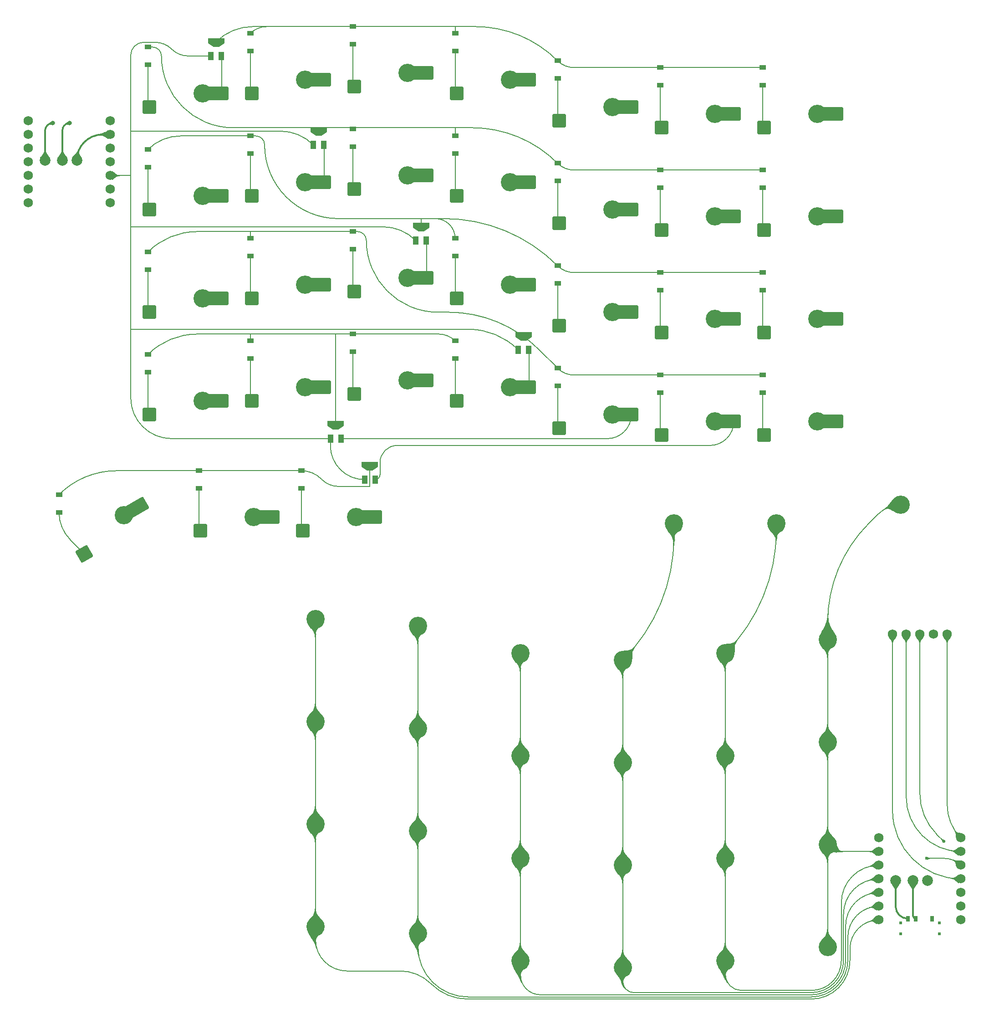
<source format=gbr>
%TF.GenerationSoftware,KiCad,Pcbnew,(6.0.7-1)-1*%
%TF.CreationDate,2023-01-14T16:38:51+08:00*%
%TF.ProjectId,prelude,7072656c-7564-4652-9e6b-696361645f70,rev?*%
%TF.SameCoordinates,Original*%
%TF.FileFunction,Copper,L2,Bot*%
%TF.FilePolarity,Positive*%
%FSLAX46Y46*%
G04 Gerber Fmt 4.6, Leading zero omitted, Abs format (unit mm)*
G04 Created by KiCad (PCBNEW (6.0.7-1)-1) date 2023-01-14 16:38:51*
%MOMM*%
%LPD*%
G01*
G04 APERTURE LIST*
G04 Aperture macros list*
%AMRoundRect*
0 Rectangle with rounded corners*
0 $1 Rounding radius*
0 $2 $3 $4 $5 $6 $7 $8 $9 X,Y pos of 4 corners*
0 Add a 4 corners polygon primitive as box body*
4,1,4,$2,$3,$4,$5,$6,$7,$8,$9,$2,$3,0*
0 Add four circle primitives for the rounded corners*
1,1,$1+$1,$2,$3*
1,1,$1+$1,$4,$5*
1,1,$1+$1,$6,$7*
1,1,$1+$1,$8,$9*
0 Add four rect primitives between the rounded corners*
20,1,$1+$1,$2,$3,$4,$5,0*
20,1,$1+$1,$4,$5,$6,$7,0*
20,1,$1+$1,$6,$7,$8,$9,0*
20,1,$1+$1,$8,$9,$2,$3,0*%
%AMRotRect*
0 Rectangle, with rotation*
0 The origin of the aperture is its center*
0 $1 length*
0 $2 width*
0 $3 Rotation angle, in degrees counterclockwise*
0 Add horizontal line*
21,1,$1,$2,0,0,$3*%
%AMFreePoly0*
4,1,27,0.669380,1.507580,0.673100,1.498600,0.673100,-1.498600,0.669380,-1.507580,0.660400,-1.511300,-0.254000,-1.511300,-0.255209,-1.510799,-0.256491,-1.511053,-0.259564,-1.508995,-0.262980,-1.507580,-0.263480,-1.506373,-0.264567,-1.505645,-0.924967,-0.515045,-0.925685,-0.511417,-0.927100,-0.508000,-0.927100,0.508000,-0.925685,0.511417,-0.924967,0.515045,-0.264567,1.505645,-0.263480,1.506373,
-0.262980,1.507580,-0.259564,1.508995,-0.256491,1.511053,-0.255209,1.510799,-0.254000,1.511300,0.660400,1.511300,0.669380,1.507580,0.669380,1.507580,$1*%
G04 Aperture macros list end*
%TA.AperFunction,ComponentPad*%
%ADD10C,3.400000*%
%TD*%
%TA.AperFunction,SMDPad,CuDef*%
%ADD11RoundRect,0.250000X1.025000X1.000000X-1.025000X1.000000X-1.025000X-1.000000X1.025000X-1.000000X0*%
%TD*%
%TA.AperFunction,SMDPad,CuDef*%
%ADD12R,2.550000X2.500000*%
%TD*%
%TA.AperFunction,SMDPad,CuDef*%
%ADD13RoundRect,0.250000X0.387676X1.378525X-1.387676X0.353525X-0.387676X-1.378525X1.387676X-0.353525X0*%
%TD*%
%TA.AperFunction,SMDPad,CuDef*%
%ADD14RotRect,2.550000X2.500000X210.000000*%
%TD*%
%TA.AperFunction,SMDPad,CuDef*%
%ADD15R,1.200000X0.900000*%
%TD*%
%TA.AperFunction,SMDPad,CuDef*%
%ADD16R,1.041400X1.524000*%
%TD*%
%TA.AperFunction,SMDPad,CuDef*%
%ADD17FreePoly0,90.000000*%
%TD*%
%TA.AperFunction,ComponentPad*%
%ADD18C,1.752600*%
%TD*%
%TA.AperFunction,ComponentPad*%
%ADD19C,2.000000*%
%TD*%
%TA.AperFunction,SMDPad,CuDef*%
%ADD20R,0.800000X1.000000*%
%TD*%
%TA.AperFunction,SMDPad,CuDef*%
%ADD21R,0.600000X0.600000*%
%TD*%
%TA.AperFunction,ViaPad*%
%ADD22C,0.800000*%
%TD*%
%TA.AperFunction,ViaPad*%
%ADD23C,0.600000*%
%TD*%
%TA.AperFunction,Conductor*%
%ADD24C,0.200000*%
%TD*%
%TA.AperFunction,Conductor*%
%ADD25C,0.300000*%
%TD*%
G04 APERTURE END LIST*
D10*
%TO.P,SWL3-0,1,1*%
%TO.N,L3*%
X-60910000Y-155495000D03*
%TD*%
%TO.P,SWL0-1,1,1*%
%TO.N,L0*%
X-118060000Y-147875000D03*
%TD*%
%TO.P,SWL3-4,1,1*%
%TO.N,L3*%
X-60910000Y-98345000D03*
%TD*%
%TO.P,SWL5-2,1,1*%
%TO.N,L5*%
X-22810000Y-113585000D03*
%TD*%
%TO.P,SWL4-2,1,1*%
%TO.N,L4*%
X-41860000Y-116125000D03*
%TD*%
%TO.P,SWL3-2,1,1*%
%TO.N,L3*%
X-60910000Y-117395000D03*
%TD*%
%TO.P,SWL1-0,1,1*%
%TO.N,L1*%
X-99010000Y-149145000D03*
%TD*%
%TO.P,SWL5-1,1,1*%
%TO.N,L5*%
X-22810000Y-132635000D03*
%TD*%
%TO.P,SWL2-3,1,1*%
%TO.N,L2*%
X-79960000Y-116125000D03*
%TD*%
%TO.P,SWL5-4,1,1*%
%TO.N,L5*%
X-9197801Y-69466133D03*
%TD*%
%TO.P,SWL5-0,1,1*%
%TO.N,L5*%
X-22810000Y-151685000D03*
%TD*%
%TO.P,SWL4-0,1,1*%
%TO.N,L4*%
X-41860000Y-154225000D03*
%TD*%
%TO.P,SWL1-4,1,1*%
%TO.N,L1*%
X-99010000Y-91995000D03*
%TD*%
%TO.P,SWL3-5,1,1*%
%TO.N,L3*%
X-51385000Y-72945000D03*
%TD*%
%TO.P,SWL1-2,1,1*%
%TO.N,L1*%
X-99010000Y-130095000D03*
%TD*%
%TO.P,SWL5-3,1,1*%
%TO.N,L5*%
X-22810000Y-94535000D03*
%TD*%
%TO.P,SWL4-3,1,1*%
%TO.N,L4*%
X-41860000Y-97075000D03*
%TD*%
%TO.P,SWL1-3,1,1*%
%TO.N,L1*%
X-99010000Y-111045000D03*
%TD*%
%TO.P,SWL0-2,1,1*%
%TO.N,L0*%
X-118060000Y-128825000D03*
%TD*%
%TO.P,SWL0-3,1,1*%
%TO.N,L0*%
X-118060000Y-109775000D03*
%TD*%
%TO.P,SWL2-0,1,1*%
%TO.N,L2*%
X-79960000Y-154225000D03*
%TD*%
%TO.P,SWL0-4,1,1*%
%TO.N,L0*%
X-118060000Y-90725000D03*
%TD*%
%TO.P,SWL4-1,1,1*%
%TO.N,L4*%
X-41860000Y-135175000D03*
%TD*%
%TO.P,SWL3-1,1,1*%
%TO.N,L3*%
X-60910000Y-136445000D03*
%TD*%
%TO.P,SWL2-4,1,1*%
%TO.N,L2*%
X-79960000Y-97075000D03*
%TD*%
%TO.P,SWL2-1,1,1*%
%TO.N,L2*%
X-79960000Y-135175000D03*
%TD*%
%TO.P,SWL4-5,1,1*%
%TO.N,L4*%
X-32335000Y-72945000D03*
%TD*%
D11*
%TO.P,SWR4-2,1,1*%
%TO.N,R4*%
X-59315000Y-33655000D03*
D12*
X-61165000Y-33655000D03*
D10*
X-62865000Y-33655000D03*
D11*
%TO.P,SWR4-2,2,2*%
%TO.N,Net-(D30-Pad2)*%
X-72765000Y-36195000D03*
%TD*%
%TO.P,SWR2-4,1,1*%
%TO.N,R2*%
X-97415000Y-46355000D03*
D12*
X-99265000Y-46355000D03*
D10*
X-100965000Y-46355000D03*
D11*
%TO.P,SWR2-4,2,2*%
%TO.N,Net-(D18-Pad2)*%
X-110865000Y-48895000D03*
%TD*%
%TO.P,SWR5-2,1,1*%
%TO.N,R5*%
X-40265000Y-34925000D03*
D12*
X-42115000Y-34925000D03*
D10*
X-43815000Y-34925000D03*
D11*
%TO.P,SWR5-2,2,2*%
%TO.N,Net-(D37-Pad2)*%
X-53715000Y-37465000D03*
%TD*%
%TO.P,SWR1-0,1,1*%
%TO.N,R1*%
X-116465000Y9525000D03*
D12*
X-118315000Y9525000D03*
D10*
X-120015000Y9525000D03*
D11*
%TO.P,SWR1-0,2,2*%
%TO.N,Net-(D7-Pad2)*%
X-129915000Y6985000D03*
%TD*%
%TO.P,SWR4-3,2,2*%
%TO.N,Net-(D31-Pad2)*%
X-72765000Y-55245000D03*
D10*
%TO.P,SWR4-3,1,1*%
%TO.N,R4*%
X-62865000Y-52705000D03*
D12*
X-61165000Y-52705000D03*
D11*
X-59315000Y-52705000D03*
%TD*%
D13*
%TO.P,SWR0-5,1,1*%
%TO.N,R0*%
X-150623695Y-69648867D03*
D14*
X-152225842Y-70573867D03*
D10*
X-153698085Y-71423867D03*
D13*
%TO.P,SWR0-5,2,2*%
%TO.N,Net-(D5-Pad2)*%
X-161001737Y-78573571D03*
%TD*%
D11*
%TO.P,SWR5-3,1,1*%
%TO.N,R5*%
X-40265000Y-53975000D03*
D12*
X-42115000Y-53975000D03*
D10*
X-43815000Y-53975000D03*
D11*
%TO.P,SWR5-3,2,2*%
%TO.N,Net-(D61-Pad2)*%
X-53715000Y-56515000D03*
%TD*%
%TO.P,SWR3-2,1,1*%
%TO.N,R3*%
X-78365000Y-28575000D03*
D12*
X-80215000Y-28575000D03*
D10*
X-81915000Y-28575000D03*
D11*
%TO.P,SWR3-2,2,2*%
%TO.N,Net-(D23-Pad2)*%
X-91815000Y-31115000D03*
%TD*%
%TO.P,SWR2-0,1,1*%
%TO.N,R2*%
X-97415000Y10795000D03*
D12*
X-99265000Y10795000D03*
D10*
X-100965000Y10795000D03*
D11*
%TO.P,SWR2-0,2,2*%
%TO.N,Net-(D14-Pad2)*%
X-110865000Y8255000D03*
%TD*%
%TO.P,SWR6-0,1,1*%
%TO.N,R6*%
X-21215000Y3175000D03*
D12*
X-23065000Y3175000D03*
D10*
X-24765000Y3175000D03*
D11*
%TO.P,SWR6-0,2,2*%
%TO.N,Net-(D0-Pad2)*%
X-34665000Y635000D03*
%TD*%
%TO.P,SWR0-4,1,1*%
%TO.N,R0*%
X-135515000Y-50165000D03*
D12*
X-137365000Y-50165000D03*
D10*
X-139065000Y-50165000D03*
D11*
%TO.P,SWR0-4,2,2*%
%TO.N,Net-(D4-Pad2)*%
X-148965000Y-52705000D03*
%TD*%
%TO.P,SWR1-2,1,1*%
%TO.N,R1*%
X-116465000Y-9525000D03*
D12*
X-118315000Y-9525000D03*
D10*
X-120015000Y-9525000D03*
D11*
%TO.P,SWR1-2,2,2*%
%TO.N,Net-(D9-Pad2)*%
X-129915000Y-12065000D03*
%TD*%
%TO.P,SWR5-0,1,1*%
%TO.N,R5*%
X-40265000Y3175000D03*
D12*
X-42115000Y3175000D03*
D10*
X-43815000Y3175000D03*
D11*
%TO.P,SWR5-0,2,2*%
%TO.N,Net-(D35-Pad2)*%
X-53715000Y635000D03*
%TD*%
%TO.P,SWR2-5,1,1*%
%TO.N,R2*%
X-106940000Y-71755000D03*
D12*
X-108790000Y-71755000D03*
D10*
X-110490000Y-71755000D03*
D11*
%TO.P,SWR2-5,2,2*%
%TO.N,Net-(D19-Pad2)*%
X-120390000Y-74295000D03*
%TD*%
%TO.P,SWR4-0,1,1*%
%TO.N,R4*%
X-59315000Y4445000D03*
D12*
X-61165000Y4445000D03*
D10*
X-62865000Y4445000D03*
D11*
%TO.P,SWR4-0,2,2*%
%TO.N,Net-(D28-Pad2)*%
X-72765000Y1905000D03*
%TD*%
%TO.P,SWR1-5,1,1*%
%TO.N,R1*%
X-125990000Y-71755000D03*
D12*
X-127840000Y-71755000D03*
D10*
X-129540000Y-71755000D03*
D11*
%TO.P,SWR1-5,2,2*%
%TO.N,Net-(D12-Pad2)*%
X-139440000Y-74295000D03*
%TD*%
%TO.P,SWR0-3,1,1*%
%TO.N,R0*%
X-135515000Y-31115000D03*
D12*
X-137365000Y-31115000D03*
D10*
X-139065000Y-31115000D03*
D11*
%TO.P,SWR0-3,2,2*%
%TO.N,Net-(D3-Pad2)*%
X-148965000Y-33655000D03*
%TD*%
%TO.P,SWR6-1,1,1*%
%TO.N,R6*%
X-21215000Y-15875000D03*
D12*
X-23065000Y-15875000D03*
D10*
X-24765000Y-15875000D03*
D11*
%TO.P,SWR6-1,2,2*%
%TO.N,Net-(D59-Pad2)*%
X-34665000Y-18415000D03*
%TD*%
%TO.P,SWR3-4,1,1*%
%TO.N,R3*%
X-78365000Y-47625000D03*
D12*
X-80215000Y-47625000D03*
D10*
X-81915000Y-47625000D03*
D11*
%TO.P,SWR3-4,2,2*%
%TO.N,Net-(D25-Pad2)*%
X-91815000Y-50165000D03*
%TD*%
%TO.P,SWR5-1,1,1*%
%TO.N,R5*%
X-40265000Y-15875000D03*
D12*
X-42115000Y-15875000D03*
D10*
X-43815000Y-15875000D03*
D11*
%TO.P,SWR5-1,2,2*%
%TO.N,Net-(D36-Pad2)*%
X-53715000Y-18415000D03*
%TD*%
%TO.P,SWR3-1,1,1*%
%TO.N,R3*%
X-78365000Y-9525000D03*
D12*
X-80215000Y-9525000D03*
D10*
X-81915000Y-9525000D03*
D11*
%TO.P,SWR3-1,2,2*%
%TO.N,Net-(D22-Pad2)*%
X-91815000Y-12065000D03*
%TD*%
%TO.P,SWR0-2,1,1*%
%TO.N,R0*%
X-135515000Y-12065000D03*
D12*
X-137365000Y-12065000D03*
D10*
X-139065000Y-12065000D03*
D11*
%TO.P,SWR0-2,2,2*%
%TO.N,Net-(D2-Pad2)*%
X-148965000Y-14605000D03*
%TD*%
%TO.P,SWR2-3,1,1*%
%TO.N,R2*%
X-97415000Y-27305000D03*
D12*
X-99265000Y-27305000D03*
D10*
X-100965000Y-27305000D03*
D11*
%TO.P,SWR2-3,2,2*%
%TO.N,Net-(D17-Pad2)*%
X-110865000Y-29845000D03*
%TD*%
%TO.P,SWR6-3,1,1*%
%TO.N,R6*%
X-21215000Y-53975000D03*
D12*
X-23065000Y-53975000D03*
D10*
X-24765000Y-53975000D03*
D11*
%TO.P,SWR6-3,2,2*%
%TO.N,Net-(D62-Pad2)*%
X-34665000Y-56515000D03*
%TD*%
%TO.P,SWR3-0,1,1*%
%TO.N,R3*%
X-78365000Y9525000D03*
D12*
X-80215000Y9525000D03*
D10*
X-81915000Y9525000D03*
D11*
%TO.P,SWR3-0,2,2*%
%TO.N,Net-(D21-Pad2)*%
X-91815000Y6985000D03*
%TD*%
%TO.P,SWR4-1,1,1*%
%TO.N,R4*%
X-59315000Y-14605000D03*
D12*
X-61165000Y-14605000D03*
D10*
X-62865000Y-14605000D03*
D11*
%TO.P,SWR4-1,2,2*%
%TO.N,Net-(D29-Pad2)*%
X-72765000Y-17145000D03*
%TD*%
%TO.P,SWR1-3,1,1*%
%TO.N,R1*%
X-116465000Y-28575000D03*
D12*
X-118315000Y-28575000D03*
D10*
X-120015000Y-28575000D03*
D11*
%TO.P,SWR1-3,2,2*%
%TO.N,Net-(D10-Pad2)*%
X-129915000Y-31115000D03*
%TD*%
%TO.P,SWR2-1,1,1*%
%TO.N,R2*%
X-97415000Y-8255000D03*
D12*
X-99265000Y-8255000D03*
D10*
X-100965000Y-8255000D03*
D11*
%TO.P,SWR2-1,2,2*%
%TO.N,Net-(D15-Pad2)*%
X-110865000Y-10795000D03*
%TD*%
%TO.P,SWR1-4,1,1*%
%TO.N,R1*%
X-116465000Y-47625000D03*
D12*
X-118315000Y-47625000D03*
D10*
X-120015000Y-47625000D03*
D11*
%TO.P,SWR1-4,2,2*%
%TO.N,Net-(D11-Pad2)*%
X-129915000Y-50165000D03*
%TD*%
%TO.P,SWR6-2,1,1*%
%TO.N,R6*%
X-21215000Y-34925000D03*
D12*
X-23065000Y-34925000D03*
D10*
X-24765000Y-34925000D03*
D11*
%TO.P,SWR6-2,2,2*%
%TO.N,Net-(D60-Pad2)*%
X-34665000Y-37465000D03*
%TD*%
%TO.P,SWR0-1,1,1*%
%TO.N,R0*%
X-135515000Y6985000D03*
D12*
X-137365000Y6985000D03*
D10*
X-139065000Y6985000D03*
D11*
%TO.P,SWR0-1,2,2*%
%TO.N,Net-(D1-Pad2)*%
X-148965000Y4445000D03*
%TD*%
D15*
%TO.P,D30,1,K*%
%TO.N,Net-(D2-Pad1)*%
X-73025000Y-25020000D03*
%TO.P,D30,2,A*%
%TO.N,Net-(D30-Pad2)*%
X-73025000Y-28320000D03*
%TD*%
%TO.P,D2,1,K*%
%TO.N,Net-(D2-Pad1)*%
X-149225000Y-3430000D03*
%TO.P,D2,2,A*%
%TO.N,Net-(D2-Pad2)*%
X-149225000Y-6730000D03*
%TD*%
%TO.P,D7,1,K*%
%TO.N,Net-(D0-Pad1)*%
X-130175000Y18160000D03*
%TO.P,D7,2,A*%
%TO.N,Net-(D7-Pad2)*%
X-130175000Y14860000D03*
%TD*%
%TO.P,D21,1,K*%
%TO.N,Net-(D0-Pad1)*%
X-92075000Y18160000D03*
%TO.P,D21,2,A*%
%TO.N,Net-(D21-Pad2)*%
X-92075000Y14860000D03*
%TD*%
%TO.P,D9,1,K*%
%TO.N,Net-(D2-Pad1)*%
X-130175000Y-890000D03*
%TO.P,D9,2,A*%
%TO.N,Net-(D9-Pad2)*%
X-130175000Y-4190000D03*
%TD*%
%TO.P,D17,1,K*%
%TO.N,Net-(D10-Pad1)*%
X-111125000Y-18670000D03*
%TO.P,D17,2,A*%
%TO.N,Net-(D17-Pad2)*%
X-111125000Y-21970000D03*
%TD*%
%TO.P,D22,1,K*%
%TO.N,Net-(D1-Pad1)*%
X-92075000Y-890000D03*
%TO.P,D22,2,A*%
%TO.N,Net-(D22-Pad2)*%
X-92075000Y-4190000D03*
%TD*%
%TO.P,D35,1,K*%
%TO.N,Net-(D0-Pad1)*%
X-53975000Y11810000D03*
%TO.P,D35,2,A*%
%TO.N,Net-(D35-Pad2)*%
X-53975000Y8510000D03*
%TD*%
%TO.P,D36,1,K*%
%TO.N,Net-(D1-Pad1)*%
X-53975000Y-7240000D03*
%TO.P,D36,2,A*%
%TO.N,Net-(D36-Pad2)*%
X-53975000Y-10540000D03*
%TD*%
%TO.P,D19,1,K*%
%TO.N,Net-(D12-Pad1)*%
X-120650000Y-63120000D03*
%TO.P,D19,2,A*%
%TO.N,Net-(D19-Pad2)*%
X-120650000Y-66420000D03*
%TD*%
%TO.P,D59,1,K*%
%TO.N,Net-(D1-Pad1)*%
X-34925000Y-7240000D03*
%TO.P,D59,2,A*%
%TO.N,Net-(D59-Pad2)*%
X-34925000Y-10540000D03*
%TD*%
%TO.P,D0,1,K*%
%TO.N,Net-(D0-Pad1)*%
X-34925000Y11810000D03*
%TO.P,D0,2,A*%
%TO.N,Net-(D0-Pad2)*%
X-34925000Y8510000D03*
%TD*%
%TO.P,D61,1,K*%
%TO.N,Net-(D10-Pad1)*%
X-53975000Y-45340000D03*
%TO.P,D61,2,A*%
%TO.N,Net-(D61-Pad2)*%
X-53975000Y-48640000D03*
%TD*%
%TO.P,D18,1,K*%
%TO.N,Net-(D11-Pad1)*%
X-111125000Y-37720000D03*
%TO.P,D18,2,A*%
%TO.N,Net-(D18-Pad2)*%
X-111125000Y-41020000D03*
%TD*%
%TO.P,D11,1,K*%
%TO.N,Net-(D11-Pad1)*%
X-130175000Y-38990000D03*
%TO.P,D11,2,A*%
%TO.N,Net-(D11-Pad2)*%
X-130175000Y-42290000D03*
%TD*%
%TO.P,D29,1,K*%
%TO.N,Net-(D1-Pad1)*%
X-73025000Y-5970000D03*
%TO.P,D29,2,A*%
%TO.N,Net-(D29-Pad2)*%
X-73025000Y-9270000D03*
%TD*%
%TO.P,D31,1,K*%
%TO.N,Net-(D10-Pad1)*%
X-73025000Y-44070000D03*
%TO.P,D31,2,A*%
%TO.N,Net-(D31-Pad2)*%
X-73025000Y-47370000D03*
%TD*%
%TO.P,D37,1,K*%
%TO.N,Net-(D2-Pad1)*%
X-53975000Y-26290000D03*
%TO.P,D37,2,A*%
%TO.N,Net-(D37-Pad2)*%
X-53975000Y-29590000D03*
%TD*%
%TO.P,D3,1,K*%
%TO.N,Net-(D10-Pad1)*%
X-149225000Y-22480000D03*
%TO.P,D3,2,A*%
%TO.N,Net-(D3-Pad2)*%
X-149225000Y-25780000D03*
%TD*%
%TO.P,D62,1,K*%
%TO.N,Net-(D10-Pad1)*%
X-34925000Y-45340000D03*
%TO.P,D62,2,A*%
%TO.N,Net-(D62-Pad2)*%
X-34925000Y-48640000D03*
%TD*%
%TO.P,D23,1,K*%
%TO.N,Net-(D2-Pad1)*%
X-92075000Y-19940000D03*
%TO.P,D23,2,A*%
%TO.N,Net-(D23-Pad2)*%
X-92075000Y-23240000D03*
%TD*%
%TO.P,D12,1,K*%
%TO.N,Net-(D12-Pad1)*%
X-139700000Y-63120000D03*
%TO.P,D12,2,A*%
%TO.N,Net-(D12-Pad2)*%
X-139700000Y-66420000D03*
%TD*%
%TO.P,D1,1,K*%
%TO.N,Net-(D1-Pad1)*%
X-149225000Y15620000D03*
%TO.P,D1,2,A*%
%TO.N,Net-(D1-Pad2)*%
X-149225000Y12320000D03*
%TD*%
%TO.P,D10,1,K*%
%TO.N,Net-(D10-Pad1)*%
X-130175000Y-19940000D03*
%TO.P,D10,2,A*%
%TO.N,Net-(D10-Pad2)*%
X-130175000Y-23240000D03*
%TD*%
%TO.P,D28,1,K*%
%TO.N,Net-(D0-Pad1)*%
X-73025000Y13080000D03*
%TO.P,D28,2,A*%
%TO.N,Net-(D28-Pad2)*%
X-73025000Y9780000D03*
%TD*%
%TO.P,D5,1,K*%
%TO.N,Net-(D12-Pad1)*%
X-165735000Y-67565000D03*
%TO.P,D5,2,A*%
%TO.N,Net-(D5-Pad2)*%
X-165735000Y-70865000D03*
%TD*%
%TO.P,D25,1,K*%
%TO.N,Net-(D11-Pad1)*%
X-92075000Y-38990000D03*
%TO.P,D25,2,A*%
%TO.N,Net-(D25-Pad2)*%
X-92075000Y-42290000D03*
%TD*%
%TO.P,D60,1,K*%
%TO.N,Net-(D2-Pad1)*%
X-34925000Y-26290000D03*
%TO.P,D60,2,A*%
%TO.N,Net-(D60-Pad2)*%
X-34925000Y-29590000D03*
%TD*%
%TO.P,D14,1,K*%
%TO.N,Net-(D0-Pad1)*%
X-111125000Y19430000D03*
%TO.P,D14,2,A*%
%TO.N,Net-(D14-Pad2)*%
X-111125000Y16130000D03*
%TD*%
%TO.P,D4,1,K*%
%TO.N,Net-(D11-Pad1)*%
X-149225000Y-41530000D03*
%TO.P,D4,2,A*%
%TO.N,Net-(D4-Pad2)*%
X-149225000Y-44830000D03*
%TD*%
%TO.P,D15,1,K*%
%TO.N,Net-(D1-Pad1)*%
X-111125000Y380000D03*
%TO.P,D15,2,A*%
%TO.N,Net-(D15-Pad2)*%
X-111125000Y-2920000D03*
%TD*%
D16*
%TO.P,Dx8,1*%
%TO.N,RINTR*%
X-118452900Y-2540000D03*
%TO.P,Dx8,2*%
%TO.N,R1*%
X-116497100Y-2540000D03*
D17*
%TO.P,Dx8,3*%
%TO.N,Net-(D1-Pad1)*%
X-117475000Y88900D03*
%TD*%
D16*
%TO.P,Dx9,1*%
%TO.N,RINTR*%
X-99402900Y-20320000D03*
%TO.P,Dx9,2*%
%TO.N,R2*%
X-97447100Y-20320000D03*
D17*
%TO.P,Dx9,3*%
%TO.N,Net-(D2-Pad1)*%
X-98425000Y-17691100D03*
%TD*%
D16*
%TO.P,Dx7,1*%
%TO.N,RINTR*%
X-137502900Y13970000D03*
%TO.P,Dx7,2*%
%TO.N,R0*%
X-135547100Y13970000D03*
D17*
%TO.P,Dx7,3*%
%TO.N,Net-(D0-Pad1)*%
X-136525000Y16598900D03*
%TD*%
D16*
%TO.P,Dx12,1*%
%TO.N,RINTR*%
X-108927900Y-64770000D03*
%TO.P,Dx12,2*%
%TO.N,R5*%
X-106972100Y-64770000D03*
D17*
%TO.P,Dx12,3*%
%TO.N,Net-(D12-Pad1)*%
X-107950000Y-62141100D03*
%TD*%
D16*
%TO.P,Dx10,1*%
%TO.N,RINTR*%
X-80352900Y-40640000D03*
%TO.P,Dx10,2*%
%TO.N,R3*%
X-78397100Y-40640000D03*
D17*
%TO.P,Dx10,3*%
%TO.N,Net-(D10-Pad1)*%
X-79375000Y-38011100D03*
%TD*%
D16*
%TO.P,Dx11,1*%
%TO.N,RINTR*%
X-115277900Y-57150000D03*
%TO.P,Dx11,2*%
%TO.N,R4*%
X-113322100Y-57150000D03*
D17*
%TO.P,Dx11,3*%
%TO.N,Net-(D11-Pad1)*%
X-114300000Y-54521100D03*
%TD*%
D18*
%TO.P,U2,8,B9_RX/1.12*%
%TO.N,Net-(Display2-Pad5)*%
X-156210000Y-13335000D03*
%TO.P,U2,7,B8_TX/1.11*%
%TO.N,R0*%
X-171450000Y-13335000D03*
D19*
%TO.P,U2,22,BAT*%
%TO.N,RBAT+*%
X-168330000Y-5415000D03*
D18*
%TO.P,U2,14,5V*%
%TO.N,unconnected-(U2-Pad14)*%
X-156210000Y1905000D03*
%TO.P,U2,13,GND*%
%TO.N,RGND*%
X-156210000Y-635000D03*
%TO.P,U2,12,3V3*%
%TO.N,Net-(Display2-Pad3)*%
X-156210000Y-3175000D03*
%TO.P,U2,11,A6_MOSI/1.15*%
%TO.N,Net-(Display2-Pad1)*%
X-156210000Y-5715000D03*
%TO.P,U2,10,A5_MISO/1.14*%
%TO.N,RINTR*%
X-156210000Y-8255000D03*
%TO.P,U2,9,A7_SCK/1.13*%
%TO.N,Net-(Display2-Pad2)*%
X-156210000Y-10795000D03*
%TO.P,U2,6,A9_SCL/0.05_H*%
%TO.N,R1*%
X-171450000Y-10795000D03*
%TO.P,U2,5,A8_SDA/0.04_H*%
%TO.N,R2*%
X-171450000Y-8255000D03*
%TO.P,U2,4,A11/0.29*%
%TO.N,R3*%
X-171450000Y-5715000D03*
%TO.P,U2,3,A10/0.28*%
%TO.N,R4*%
X-171450000Y-3175000D03*
%TO.P,U2,2,A4/0.03_H*%
%TO.N,R5*%
X-171450000Y-635000D03*
%TO.P,U2,1,A2/0.02_H*%
%TO.N,R6*%
X-171450000Y1905000D03*
%TD*%
D19*
%TO.P,U1,22,BAT*%
%TO.N,LBAT+*%
X-10165000Y-139285000D03*
D18*
%TO.P,U1,14,5V*%
%TO.N,unconnected-(U1-Pad14)*%
X1955000Y-146605000D03*
%TO.P,U1,13,GND*%
%TO.N,LGND*%
X1955000Y-144065000D03*
%TO.P,U1,12,3V3*%
%TO.N,Net-(Display1-Pad3)*%
X1955000Y-141525000D03*
%TO.P,U1,11,A6_MOSI/1.15*%
%TO.N,Net-(Display1-Pad1)*%
X1955000Y-138985000D03*
%TO.P,U1,10,A5_MISO/1.14*%
%TO.N,LINTR*%
X1955000Y-136445000D03*
%TO.P,U1,9,A7_SCK/1.13*%
%TO.N,Net-(Display1-Pad2)*%
X1955000Y-133905000D03*
%TO.P,U1,8,B9_RX/1.12*%
%TO.N,Net-(Display1-Pad5)*%
X1955000Y-131365000D03*
%TO.P,U1,7,B8_TX/1.11*%
%TO.N,LRGB*%
X-13285000Y-131365000D03*
%TO.P,U1,6,A9_SCL/0.05_H*%
%TO.N,L5*%
X-13285000Y-133905000D03*
%TO.P,U1,5,A8_SDA/0.04_H*%
%TO.N,L4*%
X-13285000Y-136445000D03*
%TO.P,U1,4,A11/0.29*%
%TO.N,L3*%
X-13285000Y-138985000D03*
%TO.P,U1,3,A10/0.28*%
%TO.N,L2*%
X-13285000Y-141525000D03*
%TO.P,U1,2,A4/0.03_H*%
%TO.N,L1*%
X-13285000Y-144065000D03*
%TO.P,U1,1,A2/0.02_H*%
%TO.N,L0*%
X-13285000Y-146605000D03*
%TD*%
D19*
%TO.P,TP3,1,1*%
%TO.N,Net-(Tog1-Pad2)*%
X-165100000Y-5415000D03*
%TD*%
%TO.P,TP4,1,1*%
%TO.N,RGND*%
X-162433000Y-5415000D03*
%TD*%
D18*
%TO.P,Display1,5,CS*%
%TO.N,Net-(Display1-Pad5)*%
X-585000Y-93519000D03*
%TO.P,Display1,4,GND*%
%TO.N,LGND*%
X-3125000Y-93519000D03*
%TO.P,Display1,3,VCC*%
%TO.N,Net-(Display1-Pad3)*%
X-5665000Y-93519000D03*
%TO.P,Display1,2,SCK*%
%TO.N,Net-(Display1-Pad2)*%
X-8205000Y-93519000D03*
%TO.P,Display1,1,MOSI*%
%TO.N,Net-(Display1-Pad1)*%
X-10745000Y-93519000D03*
%TD*%
D19*
%TO.P,TP1,1,1*%
%TO.N,Net-(Tog0-Pad2)*%
X-6935000Y-139285000D03*
%TD*%
%TO.P,TP2,1,1*%
%TO.N,LGND*%
X-4268000Y-139285000D03*
%TD*%
D20*
%TO.P,Tog0,3*%
%TO.N,LBAT+*%
X-7915000Y-146372500D03*
%TO.P,Tog0,2*%
%TO.N,Net-(Tog0-Pad2)*%
X-6415000Y-146372500D03*
%TO.P,Tog0,1*%
%TO.N,unconnected-(Tog0-Pad1)*%
X-3415000Y-146372500D03*
D21*
%TO.P,Tog0,*%
%TO.N,*%
X-2065000Y-147172500D03*
X-9265000Y-147172500D03*
X-2065000Y-149212500D03*
X-9265000Y-149212500D03*
%TD*%
D22*
%TO.N,RBAT+*%
X-166900000Y1500000D03*
%TO.N,Net-(Tog1-Pad2)*%
X-163750000Y1500000D03*
D23*
%TO.N,Net-(Display1-Pad3)*%
X-1220000Y-132000000D03*
%TO.N,LINTR*%
X-4395000Y-135175000D03*
%TD*%
D24*
%TO.N,L5*%
X-13488327Y-71243327D02*
X-15190000Y-72945000D01*
X-13488327Y-71243327D02*
G75*
G02*
X-9197801Y-69466133I4290527J-4290530D01*
G01*
X-22810000Y-91341307D02*
X-22810000Y-94535000D01*
X-22810001Y-91341307D02*
G75*
G02*
X-15190000Y-72945000I26016311J-3D01*
G01*
D25*
%TO.N,Net-(Tog0-Pad2)*%
X-6935000Y-139285000D02*
X-6935000Y-145852500D01*
X-6415000Y-146372500D02*
G75*
G02*
X-6935000Y-145852500I-2J519998D01*
G01*
D24*
%TO.N,L0*%
X-18665000Y-151985000D02*
G75*
G02*
X-13285000Y-146605000I5380002J-2D01*
G01*
X-25865000Y-161325000D02*
G75*
G03*
X-18665000Y-154125000I1J7199999D01*
G01*
X-118060000Y-150226110D02*
X-118060000Y-147875000D01*
X-96540000Y-158500000D02*
G75*
G03*
X-89719847Y-161325000I6820155J6820158D01*
G01*
X-102334112Y-156100001D02*
G75*
G02*
X-96540001Y-158500001I-1J-8194113D01*
G01*
X-118060000Y-150226110D02*
G75*
G03*
X-112186110Y-156100000I5873892J2D01*
G01*
X-18665000Y-151985000D02*
X-18665000Y-154125000D01*
X-25865000Y-161325000D02*
X-89719847Y-161325000D01*
X-102334112Y-156100000D02*
X-112186110Y-156100000D01*
%TO.N,L3*%
X-60910000Y-136445000D02*
X-60910000Y-155495000D01*
X-60910000Y-117395000D02*
X-60910000Y-136445000D01*
X-60910000Y-98345000D02*
X-60910000Y-117395000D01*
%TO.N,L2*%
X-79960000Y-116125000D02*
X-79960000Y-97075000D01*
X-79960000Y-135175000D02*
X-79960000Y-116125000D01*
X-79960000Y-154225000D02*
X-79960000Y-135175000D01*
%TO.N,L1*%
X-99010000Y-130095000D02*
X-99010000Y-149145000D01*
X-99010000Y-111045000D02*
X-99010000Y-130095000D01*
X-99010000Y-91995000D02*
X-99010000Y-111045000D01*
%TO.N,L0*%
X-118060000Y-109775000D02*
X-118060000Y-90725000D01*
X-118060000Y-128825000D02*
X-118060000Y-109775000D01*
X-118060000Y-147875000D02*
X-118060000Y-128825000D01*
%TO.N,L4*%
X-41860000Y-154225000D02*
X-41860000Y-135175000D01*
X-41860000Y-116125000D02*
X-41860000Y-135175000D01*
X-41860000Y-97075000D02*
X-41860000Y-116125000D01*
%TO.N,L5*%
X-22810000Y-151685000D02*
X-22810000Y-132635000D01*
X-22810000Y-132635000D02*
X-22810000Y-113585000D01*
X-22810000Y-94535000D02*
X-22810000Y-113585000D01*
D25*
%TO.N,LBAT+*%
X-10165000Y-144122500D02*
G75*
G03*
X-7915000Y-146372500I2250001J1D01*
G01*
X-10165000Y-144122500D02*
X-10165000Y-139285000D01*
%TO.N,Net-(Tog1-Pad2)*%
X-165100000Y150000D02*
G75*
G02*
X-164065693Y1464954I1355419J-1880D01*
G01*
X-163750000Y1500000D02*
X-163785046Y1464954D01*
X-165100000Y150000D02*
X-165100000Y-5415000D01*
X-163785046Y1464954D02*
X-164065693Y1464954D01*
%TO.N,RBAT+*%
X-166900000Y1500000D02*
G75*
G03*
X-168330000Y70000I-1J-1429999D01*
G01*
X-168330000Y-5415000D02*
X-168330000Y70000D01*
D24*
%TO.N,LINTR*%
X1955000Y-136445000D02*
G75*
G03*
X-1111051Y-135175000I-3066050J-3066047D01*
G01*
%TO.N,Net-(Display1-Pad1)*%
X1955000Y-138985000D02*
G75*
G02*
X-10745000Y-126285000I0J12700000D01*
G01*
%TO.N,Net-(Display1-Pad3)*%
X-5664999Y-123110000D02*
G75*
G03*
X-2521909Y-130698089I10731179J0D01*
G01*
X-5665000Y-123110000D02*
X-5665000Y-93519000D01*
%TO.N,Net-(Display1-Pad1)*%
X-10745000Y-93519000D02*
X-10745000Y-126285000D01*
%TO.N,L1*%
X-13285000Y-144065000D02*
G75*
G03*
X-19065000Y-149845000I1J-5780001D01*
G01*
X-99010000Y-149145000D02*
X-99010000Y-151572788D01*
%TO.N,L2*%
X-79960000Y-154225000D02*
X-79960000Y-156770510D01*
%TO.N,L3*%
X-19865000Y-154125000D02*
X-19865000Y-145565000D01*
%TO.N,L1*%
X-89657788Y-160925000D02*
G75*
G02*
X-99010000Y-151572788I-2J9352210D01*
G01*
%TO.N,L5*%
X-13285000Y-133905000D02*
X-22810000Y-133905000D01*
%TO.N,L4*%
X-13285000Y-136445000D02*
G75*
G03*
X-20265000Y-143425000I1J-6980001D01*
G01*
X-41860000Y-154225000D02*
X-41860000Y-156684853D01*
%TO.N,L3*%
X-58822647Y-160125000D02*
X-25865000Y-160125000D01*
%TO.N,L4*%
X-38819853Y-159725000D02*
X-25865000Y-159725000D01*
%TO.N,L3*%
X-13285000Y-138985000D02*
G75*
G03*
X-19865000Y-145565000I-1J-6579999D01*
G01*
%TO.N,L4*%
X-20265000Y-154125000D02*
G75*
G02*
X-25865000Y-159725000I-5600000J0D01*
G01*
%TO.N,L3*%
X-60910000Y-98345000D02*
G75*
G03*
X-51385000Y-75349616I-22995386J22995385D01*
G01*
%TO.N,L1*%
X-19065000Y-154125000D02*
G75*
G02*
X-25865000Y-160925000I-6800000J0D01*
G01*
%TO.N,L3*%
X-19865000Y-154125000D02*
G75*
G02*
X-25865000Y-160125000I-5999999J-1D01*
G01*
%TO.N,L4*%
X-38819853Y-159725000D02*
G75*
G02*
X-41860000Y-156684853I-2J3040145D01*
G01*
%TO.N,L3*%
X-58822647Y-160125000D02*
G75*
G02*
X-60910000Y-158037647I2J2087355D01*
G01*
X-60910000Y-155495000D02*
X-60910000Y-158037647D01*
%TO.N,Net-(Display1-Pad2)*%
X1955000Y-133905000D02*
G75*
G02*
X-8205000Y-123745000I0J10160000D01*
G01*
%TO.N,L3*%
X-51385000Y-72945000D02*
X-51385000Y-75349616D01*
%TO.N,L1*%
X-19065000Y-154125000D02*
X-19065000Y-149845000D01*
%TO.N,L2*%
X-13285000Y-141525000D02*
G75*
G03*
X-19465000Y-147705000I0J-6180000D01*
G01*
%TO.N,Net-(Display1-Pad5)*%
X-585000Y-125232898D02*
X-585000Y-93519000D01*
%TO.N,L2*%
X-76205510Y-160525000D02*
X-25865000Y-160525000D01*
%TO.N,L1*%
X-89657788Y-160925000D02*
X-25865000Y-160925000D01*
X-99010000Y-151685000D02*
X-99010000Y-149145000D01*
%TO.N,Net-(Display1-Pad2)*%
X-8205000Y-93519000D02*
X-8205000Y-123745000D01*
%TO.N,Net-(Display1-Pad5)*%
X-584998Y-125232898D02*
G75*
G03*
X1955001Y-131364999I8672098J-2D01*
G01*
%TO.N,L4*%
X-41860000Y-97075000D02*
G75*
G03*
X-32335000Y-74079616I-22995386J22995385D01*
G01*
%TO.N,LINTR*%
X-4395000Y-135175000D02*
X-1111051Y-135175000D01*
%TO.N,L4*%
X-20265000Y-154125000D02*
X-20265000Y-143425000D01*
%TO.N,Net-(Display1-Pad3)*%
X-1220000Y-132000000D02*
X-2521910Y-130698090D01*
%TO.N,L2*%
X-76205510Y-160525000D02*
G75*
G02*
X-79960000Y-156770510I1J3754491D01*
G01*
X-19465000Y-154125000D02*
G75*
G02*
X-25865000Y-160525000I-6400001J1D01*
G01*
X-19465000Y-154125000D02*
X-19465000Y-147705000D01*
D25*
%TO.N,RGND*%
X-156210000Y-635000D02*
X-157653000Y-635000D01*
X-162433000Y-5415000D02*
G75*
G02*
X-157653000Y-635000I4780001J-1D01*
G01*
D24*
%TO.N,R0*%
X-135515000Y6985000D02*
X-135515000Y13970000D01*
%TO.N,Net-(D12-Pad1)*%
X-107950000Y-66040000D02*
X-113773949Y-66040000D01*
X-116840000Y-64770000D02*
X-116962649Y-64647351D01*
X-107950000Y-62141100D02*
X-107950000Y-66040000D01*
X-120650000Y-63120000D02*
X-155003821Y-63120000D01*
X-120650000Y-63120000D02*
G75*
G02*
X-116962649Y-64647351I-2J-5214706D01*
G01*
X-116840000Y-64770000D02*
G75*
G03*
X-113773949Y-66040000I3066054J3066058D01*
G01*
X-165735000Y-67565000D02*
G75*
G02*
X-155003821Y-63120000I10731180J-10731181D01*
G01*
%TO.N,R1*%
X-116465000Y-9525000D02*
X-116465000Y-2540000D01*
%TO.N,R2*%
X-97415000Y-27305000D02*
X-97415000Y-20320000D01*
%TO.N,Net-(D10-Pad1)*%
X-95250000Y-33655000D02*
X-93345000Y-33655000D01*
X-76436108Y-40658893D02*
X-73025000Y-44070000D01*
X-130175000Y-18670000D02*
X-129158000Y-18670000D01*
X-111125000Y-18670000D02*
X-110235000Y-18670000D01*
X-34925000Y-45340000D02*
X-69958949Y-45340000D01*
X-129158000Y-18670000D02*
X-111125000Y-18670000D01*
X-129158000Y-18670000D02*
X-140026847Y-18670000D01*
X-130175000Y-19940000D02*
X-130175000Y-18670000D01*
X-76436108Y-40658893D02*
G75*
G03*
X-93345000Y-33655000I-16908889J-16908882D01*
G01*
X-149225000Y-22480000D02*
G75*
G02*
X-140026847Y-18670000I9198155J-9198158D01*
G01*
X-108585000Y-20320000D02*
G75*
G03*
X-110235000Y-18670000I-1650001J-1D01*
G01*
X-73025000Y-44070000D02*
G75*
G03*
X-69958949Y-45340000I3066056J3066063D01*
G01*
X-95250000Y-33655000D02*
G75*
G02*
X-108585000Y-20320000I0J13335000D01*
G01*
%TO.N,R3*%
X-78365000Y-47625000D02*
X-78365000Y-40640000D01*
%TO.N,R4*%
X-63760000Y-57150000D02*
X-113322100Y-57150000D01*
X-63760000Y-57150000D02*
G75*
G03*
X-59315000Y-52705000I1J4444999D01*
G01*
%TO.N,Net-(D2-Pad1)*%
X-98425000Y-16256000D02*
X-98679000Y-16256000D01*
X-98679000Y-16256000D02*
X-96520000Y-16256000D01*
X-95759000Y-16256000D02*
X-96520000Y-16256000D01*
X-113792000Y-16256000D02*
X-98679000Y-16256000D01*
X-130175000Y-890000D02*
X-129158000Y-890000D01*
X-96520000Y-16256000D02*
X-94183167Y-16256000D01*
X-130175000Y-890000D02*
X-143092898Y-890000D01*
X-98425000Y-17691100D02*
X-98425000Y-16256000D01*
X-34925000Y-26290000D02*
X-69958949Y-26290000D01*
X-127508000Y-2540000D02*
G75*
G03*
X-129158000Y-890000I-1650001J-1D01*
G01*
X-73025000Y-25020000D02*
G75*
G03*
X-94183167Y-16256000I-21158166J-21158164D01*
G01*
X-95759000Y-16256000D02*
G75*
G02*
X-92075000Y-19940000I-1J-3684001D01*
G01*
X-113792000Y-16256000D02*
G75*
G02*
X-127508000Y-2540000I-1J13715999D01*
G01*
X-73025000Y-25020000D02*
G75*
G03*
X-69958949Y-26290000I3066056J3066063D01*
G01*
X-149225000Y-3430000D02*
G75*
G02*
X-143092898Y-890000I6132106J-6132110D01*
G01*
%TO.N,R5*%
X-106045000Y-61595000D02*
X-106045000Y-63842900D01*
X-44710000Y-58420000D02*
X-102870000Y-58420000D01*
X-44710000Y-58420000D02*
G75*
G03*
X-40265000Y-53975000I1J4444999D01*
G01*
X-106045000Y-61595000D02*
G75*
G02*
X-102870000Y-58420000I3175000J0D01*
G01*
X-106972100Y-64770000D02*
G75*
G03*
X-106045000Y-63842900I1J927099D01*
G01*
%TO.N,RINTR*%
X-152400000Y-17780000D02*
X-152400000Y-36195000D01*
X-152400000Y-7600000D02*
X-152400000Y-17780000D01*
X-152400000Y14095000D02*
X-152400000Y-1000000D01*
X-152400000Y0D02*
X-152400000Y-1000000D01*
X-115277900Y-57150000D02*
X-144805932Y-57150000D01*
X-105535002Y-17780000D02*
X-152400000Y-17780000D01*
X-137502900Y13970000D02*
X-141713949Y13970000D01*
X-124585002Y0D02*
X-152400000Y0D01*
X-152400000Y-36195000D02*
X-152400000Y-36830000D01*
X-152400000Y-49555932D02*
X-152400000Y-36195000D01*
X-89551053Y-36830000D02*
X-152400000Y-36830000D01*
X-152400000Y-8255000D02*
X-152400000Y-7600000D01*
X-156210000Y-8255000D02*
X-152400000Y-8255000D01*
X-147846051Y16510000D02*
X-149985000Y16510000D01*
X-152400000Y-1000000D02*
X-152400000Y-7600000D01*
X-115277900Y-58420000D02*
X-115277900Y-57150000D01*
X-124585002Y0D02*
G75*
G02*
X-118452900Y-2540000I-2J-8672106D01*
G01*
X-115277900Y-58420000D02*
G75*
G03*
X-108927900Y-64770000I6350000J0D01*
G01*
X-152400000Y14095000D02*
G75*
G02*
X-149985000Y16510000I2415000J0D01*
G01*
X-152400000Y-49555932D02*
G75*
G03*
X-144805932Y-57150000I7594068J0D01*
G01*
X-89551053Y-36830001D02*
G75*
G02*
X-80352901Y-40640001I0J-13008152D01*
G01*
X-144780000Y15240000D02*
G75*
G03*
X-141713949Y13970000I3066056J3066063D01*
G01*
X-147846051Y16510000D02*
G75*
G02*
X-144780000Y15240000I1J-4336047D01*
G01*
X-105535002Y-17780000D02*
G75*
G02*
X-99402900Y-20320000I-2J-8672106D01*
G01*
%TO.N,Net-(D0-Pad1)*%
X-124840000Y19430000D02*
X-127108949Y19430000D01*
X-92075000Y19430000D02*
X-92455000Y19430000D01*
X-92455000Y19430000D02*
X-111125000Y19430000D01*
X-34925000Y11810000D02*
X-69958949Y11810000D01*
X-92075000Y18160000D02*
X-92075000Y19430000D01*
X-111125000Y19430000D02*
X-124840000Y19430000D01*
X-124840000Y19430000D02*
X-129690120Y19430000D01*
X-88355256Y19430000D02*
X-92455000Y19430000D01*
X-130175000Y18160000D02*
G75*
G02*
X-127108949Y19430000I3066054J-3066058D01*
G01*
X-73025000Y13080000D02*
G75*
G03*
X-69958949Y11810000I3066056J3066063D01*
G01*
X-88355256Y19429999D02*
G75*
G02*
X-73025001Y13079999I2J-21680251D01*
G01*
X-136525000Y16598900D02*
G75*
G02*
X-129690120Y19430000I6834881J-6834883D01*
G01*
%TO.N,Net-(D11-Pad1)*%
X-130175000Y-37720000D02*
X-129920000Y-37720000D01*
X-113410000Y-37720000D02*
X-111125000Y-37720000D01*
X-129920000Y-37720000D02*
X-140026847Y-37720000D01*
X-130175000Y-38990000D02*
X-130175000Y-37720000D01*
X-129920000Y-37720000D02*
X-113410000Y-37720000D01*
X-114300000Y-37720000D02*
X-113410000Y-37720000D01*
X-114300000Y-54521100D02*
X-114300000Y-37720000D01*
X-95141051Y-37720000D02*
X-111125000Y-37720000D01*
X-149225000Y-41530000D02*
G75*
G02*
X-140026847Y-37720000I9198155J-9198158D01*
G01*
X-95141051Y-37720000D02*
G75*
G02*
X-92075000Y-38990000I1J-4336047D01*
G01*
%TO.N,Net-(D0-Pad2)*%
X-34925000Y8510000D02*
X-34925000Y635000D01*
%TO.N,Net-(D1-Pad2)*%
X-149225000Y12320000D02*
X-149225000Y4445000D01*
%TO.N,Net-(D2-Pad2)*%
X-149225000Y-6730000D02*
X-149225000Y-14605000D01*
%TO.N,Net-(D3-Pad2)*%
X-149225000Y-25780000D02*
X-149225000Y-33655000D01*
%TO.N,Net-(D4-Pad2)*%
X-149225000Y-44830000D02*
X-149225000Y-52705000D01*
%TO.N,Net-(D5-Pad2)*%
X-161001737Y-78573571D02*
X-163631139Y-75944169D01*
X-165735000Y-70865000D02*
G75*
G03*
X-163631139Y-75944169I7183035J3D01*
G01*
%TO.N,Net-(D7-Pad2)*%
X-130175000Y14860000D02*
X-130175000Y6985000D01*
%TO.N,Net-(D9-Pad2)*%
X-130175000Y-4190000D02*
X-130175000Y-12065000D01*
%TO.N,Net-(D10-Pad2)*%
X-130175000Y-23240000D02*
X-130175000Y-31115000D01*
%TO.N,Net-(D11-Pad2)*%
X-130175000Y-42290000D02*
X-130175000Y-50165000D01*
%TO.N,Net-(D12-Pad2)*%
X-139700000Y-66420000D02*
X-139700000Y-74295000D01*
%TO.N,Net-(D14-Pad2)*%
X-111125000Y16130000D02*
X-111125000Y8255000D01*
%TO.N,Net-(D15-Pad2)*%
X-111125000Y-2920000D02*
X-111125000Y-10795000D01*
%TO.N,Net-(D17-Pad2)*%
X-111125000Y-21970000D02*
X-111125000Y-29845000D01*
%TO.N,Net-(D18-Pad2)*%
X-111125000Y-41020000D02*
X-111125000Y-48895000D01*
%TO.N,Net-(D19-Pad2)*%
X-120650000Y-66420000D02*
X-120650000Y-74295000D01*
%TO.N,Net-(D21-Pad2)*%
X-92075000Y14860000D02*
X-92075000Y6985000D01*
%TO.N,Net-(D22-Pad2)*%
X-92075000Y-4190000D02*
X-92075000Y-12065000D01*
%TO.N,Net-(D23-Pad2)*%
X-92075000Y-23240000D02*
X-92075000Y-31115000D01*
%TO.N,Net-(D25-Pad2)*%
X-92075000Y-42290000D02*
X-92075000Y-50165000D01*
%TO.N,Net-(D28-Pad2)*%
X-73025000Y9780000D02*
X-73025000Y1905000D01*
%TO.N,Net-(D29-Pad2)*%
X-73025000Y-9270000D02*
X-73025000Y-17145000D01*
%TO.N,Net-(D30-Pad2)*%
X-73025000Y-28320000D02*
X-73025000Y-36195000D01*
%TO.N,Net-(D31-Pad2)*%
X-73025000Y-47370000D02*
X-73025000Y-55245000D01*
%TO.N,Net-(D35-Pad2)*%
X-53975000Y8510000D02*
X-53975000Y635000D01*
%TO.N,Net-(D36-Pad2)*%
X-53975000Y-10540000D02*
X-53975000Y-18415000D01*
%TO.N,Net-(D37-Pad2)*%
X-53975000Y-29590000D02*
X-53975000Y-37465000D01*
%TO.N,Net-(D59-Pad2)*%
X-34925000Y-10540000D02*
X-34925000Y-18415000D01*
%TO.N,Net-(D60-Pad2)*%
X-34925000Y-29590000D02*
X-34925000Y-37465000D01*
%TO.N,Net-(D61-Pad2)*%
X-53975000Y-48640000D02*
X-53975000Y-56515000D01*
%TO.N,Net-(D62-Pad2)*%
X-34925000Y-48640000D02*
X-34925000Y-56515000D01*
%TO.N,Net-(D1-Pad1)*%
X-149225000Y15620000D02*
X-148335000Y15620000D01*
X-92075000Y635000D02*
X-88970880Y635000D01*
X-34925000Y-7240000D02*
X-69958949Y-7240000D01*
X-92075000Y-890000D02*
X-92075000Y635000D01*
X-133350000Y635000D02*
X-92075000Y635000D01*
X-133350000Y635000D02*
G75*
G02*
X-146685000Y13970000I0J13335000D01*
G01*
X-146685000Y13970000D02*
G75*
G03*
X-148335000Y15620000I-1650001J-1D01*
G01*
X-73025000Y-5970000D02*
G75*
G03*
X-88970880Y635000I-15945878J-15945873D01*
G01*
X-73025000Y-5970000D02*
G75*
G03*
X-69958949Y-7240000I3066056J3066063D01*
G01*
%TD*%
%TA.AperFunction,Conductor*%
%TO.N,L5*%
G36*
X-10138266Y-68059587D02*
G01*
X-8365989Y-69340324D01*
X-8361291Y-69347947D01*
X-8363634Y-69357025D01*
X-9712557Y-71077764D01*
X-9720358Y-71082161D01*
X-9726026Y-71081442D01*
X-10041670Y-70957996D01*
X-10042808Y-70957480D01*
X-10327105Y-70809595D01*
X-10327790Y-70809208D01*
X-10583149Y-70653206D01*
X-10583340Y-70653087D01*
X-10819300Y-70502605D01*
X-10819307Y-70502601D01*
X-10819407Y-70502537D01*
X-11045659Y-70371185D01*
X-11045971Y-70371049D01*
X-11045975Y-70371047D01*
X-11271237Y-70272899D01*
X-11271238Y-70272899D01*
X-11271756Y-70272673D01*
X-11360465Y-70253069D01*
X-11506730Y-70220745D01*
X-11506733Y-70220745D01*
X-11507442Y-70220588D01*
X-11624339Y-70224222D01*
X-11761738Y-70228492D01*
X-11761741Y-70228493D01*
X-11762465Y-70228515D01*
X-11763161Y-70228715D01*
X-11763163Y-70228715D01*
X-11915921Y-70272551D01*
X-12046569Y-70310042D01*
X-12047093Y-70310316D01*
X-12047096Y-70310317D01*
X-12063463Y-70318868D01*
X-12359920Y-70473750D01*
X-12368839Y-70474544D01*
X-12375248Y-70469598D01*
X-12469819Y-70318868D01*
X-12471313Y-70310039D01*
X-12466514Y-70302993D01*
X-12263826Y-70164336D01*
X-12109280Y-70058612D01*
X-11821522Y-69821469D01*
X-11821321Y-69821269D01*
X-11594285Y-69595099D01*
X-11594108Y-69594922D01*
X-11408626Y-69375981D01*
X-11246664Y-69161654D01*
X-11089931Y-68949121D01*
X-11089680Y-68948793D01*
X-10919913Y-68735226D01*
X-10919346Y-68734565D01*
X-10718135Y-68516869D01*
X-10717350Y-68516096D01*
X-10466170Y-68291074D01*
X-10465302Y-68290368D01*
X-10152058Y-68059650D01*
X-10143364Y-68057502D01*
X-10138266Y-68059587D01*
G37*
%TD.AperFunction*%
%TD*%
%TA.AperFunction,Conductor*%
%TO.N,L5*%
G36*
X-22713779Y-89645179D02*
G01*
X-22665984Y-89648306D01*
X-22657952Y-89652266D01*
X-22655054Y-89660355D01*
X-22673585Y-90239989D01*
X-22673813Y-90247135D01*
X-22648133Y-90748177D01*
X-22648085Y-90748485D01*
X-22648084Y-90748491D01*
X-22581877Y-91170242D01*
X-22581403Y-91173264D01*
X-22477374Y-91543490D01*
X-22339798Y-91879947D01*
X-22172426Y-92203730D01*
X-22172341Y-92203876D01*
X-21979020Y-92535912D01*
X-21979008Y-92535932D01*
X-21763360Y-92897541D01*
X-21763236Y-92897754D01*
X-21529164Y-93309757D01*
X-21528933Y-93310184D01*
X-21283826Y-93786553D01*
X-21283088Y-93795477D01*
X-21285797Y-93800016D01*
X-21990982Y-94533321D01*
X-21990983Y-94533323D01*
X-22810000Y-95385000D01*
X-24334249Y-93799968D01*
X-24337514Y-93791629D01*
X-24336260Y-93786583D01*
X-24093355Y-93305640D01*
X-24093201Y-93305347D01*
X-23869090Y-92891192D01*
X-23869017Y-92891059D01*
X-23667031Y-92529082D01*
X-23487033Y-92197768D01*
X-23486983Y-92197676D01*
X-23328661Y-91875178D01*
X-23191816Y-91539865D01*
X-23076201Y-91170013D01*
X-22981569Y-90743898D01*
X-22907673Y-90239797D01*
X-22855271Y-89647377D01*
X-22851130Y-89639439D01*
X-22842854Y-89636734D01*
X-22713779Y-89645179D01*
G37*
%TD.AperFunction*%
%TD*%
%TA.AperFunction,Conductor*%
%TO.N,Net-(Tog0-Pad2)*%
G36*
X-6926567Y-138793769D02*
G01*
X-6040940Y-139714712D01*
X-6037675Y-139723051D01*
X-6039097Y-139728416D01*
X-6136385Y-139907142D01*
X-6136936Y-139908052D01*
X-6240198Y-140062450D01*
X-6240673Y-140063110D01*
X-6343215Y-140195502D01*
X-6343447Y-140195793D01*
X-6442356Y-140315441D01*
X-6534441Y-140431330D01*
X-6534564Y-140431512D01*
X-6616368Y-140552249D01*
X-6616372Y-140552256D01*
X-6616570Y-140552548D01*
X-6685718Y-140688310D01*
X-6738856Y-140847830D01*
X-6772959Y-141040321D01*
X-6772977Y-141040677D01*
X-6772977Y-141040678D01*
X-6784430Y-141263899D01*
X-6788277Y-141271986D01*
X-6796115Y-141275000D01*
X-7073885Y-141275000D01*
X-7082158Y-141271573D01*
X-7085570Y-141263899D01*
X-7097022Y-141040677D01*
X-7097040Y-141040321D01*
X-7131143Y-140847830D01*
X-7184281Y-140688310D01*
X-7253429Y-140552548D01*
X-7253627Y-140552256D01*
X-7253631Y-140552249D01*
X-7335435Y-140431512D01*
X-7335558Y-140431330D01*
X-7427643Y-140315441D01*
X-7526552Y-140195793D01*
X-7526784Y-140195502D01*
X-7629326Y-140063110D01*
X-7629801Y-140062450D01*
X-7733063Y-139908052D01*
X-7733614Y-139907142D01*
X-7830903Y-139728416D01*
X-7831849Y-139719511D01*
X-7829060Y-139714712D01*
X-6943433Y-138793769D01*
X-6935229Y-138790181D01*
X-6926567Y-138793769D01*
G37*
%TD.AperFunction*%
%TD*%
%TA.AperFunction,Conductor*%
%TO.N,L0*%
G36*
X-13723253Y-145855411D02*
G01*
X-13468266Y-146063477D01*
X-12857730Y-146561665D01*
X-12853487Y-146569550D01*
X-12856358Y-146578476D01*
X-13595825Y-147415653D01*
X-13603870Y-147419585D01*
X-13609417Y-147418567D01*
X-13766299Y-147347588D01*
X-13767333Y-147347056D01*
X-13787557Y-147335360D01*
X-13908154Y-147265616D01*
X-13908820Y-147265200D01*
X-14033001Y-147181666D01*
X-14033213Y-147181520D01*
X-14147118Y-147101208D01*
X-14147217Y-147101138D01*
X-14257375Y-147029314D01*
X-14257629Y-147029184D01*
X-14257635Y-147029180D01*
X-14369698Y-146971607D01*
X-14370132Y-146971384D01*
X-14370592Y-146971238D01*
X-14370596Y-146971236D01*
X-14437013Y-146950113D01*
X-14492042Y-146932611D01*
X-14492634Y-146932549D01*
X-14492635Y-146932549D01*
X-14629075Y-146918316D01*
X-14629080Y-146918316D01*
X-14629655Y-146918256D01*
X-14789525Y-146933583D01*
X-14967622Y-146981034D01*
X-14976497Y-146979852D01*
X-14981715Y-146973480D01*
X-14995573Y-146932549D01*
X-15038742Y-146805041D01*
X-15038149Y-146796107D01*
X-15031875Y-146790376D01*
X-14836465Y-146714909D01*
X-14836462Y-146714908D01*
X-14836191Y-146714803D01*
X-14835933Y-146714673D01*
X-14671390Y-146631740D01*
X-14671385Y-146631737D01*
X-14671105Y-146631596D01*
X-14670846Y-146631428D01*
X-14670840Y-146631424D01*
X-14575489Y-146569357D01*
X-14537925Y-146544906D01*
X-14499278Y-146513388D01*
X-14427693Y-146455010D01*
X-14427683Y-146455001D01*
X-14427494Y-146454847D01*
X-14330655Y-146361531D01*
X-14238251Y-146265069D01*
X-14141337Y-146165789D01*
X-14140904Y-146165368D01*
X-14030470Y-146063477D01*
X-14029761Y-146062873D01*
X-13896498Y-145958257D01*
X-13895644Y-145957647D01*
X-13737019Y-145854664D01*
X-13728215Y-145853033D01*
X-13723253Y-145855411D01*
G37*
%TD.AperFunction*%
%TD*%
%TA.AperFunction,Conductor*%
%TO.N,L0*%
G36*
X-117242596Y-147875000D02*
G01*
X-117241065Y-147876592D01*
X-116535954Y-148609821D01*
X-116532689Y-148618160D01*
X-116534123Y-148623547D01*
X-116740603Y-149000877D01*
X-116741133Y-149001753D01*
X-116933180Y-149289690D01*
X-116940622Y-149294671D01*
X-116941803Y-149294845D01*
X-117004004Y-149300779D01*
X-117004008Y-149300780D01*
X-117004555Y-149300832D01*
X-117005082Y-149300987D01*
X-117005084Y-149300987D01*
X-117210834Y-149361348D01*
X-117210837Y-149361349D01*
X-117211368Y-149361505D01*
X-117300966Y-149407651D01*
X-117402479Y-149459933D01*
X-117402483Y-149459936D01*
X-117402977Y-149460190D01*
X-117572469Y-149593327D01*
X-117713726Y-149756112D01*
X-117714003Y-149756591D01*
X-117714006Y-149756595D01*
X-117821372Y-149942184D01*
X-117821654Y-149942672D01*
X-117821837Y-149943198D01*
X-117821838Y-149943201D01*
X-117892178Y-150145757D01*
X-117892179Y-150145762D01*
X-117892357Y-150146274D01*
X-117923283Y-150359573D01*
X-117913318Y-150574872D01*
X-117862821Y-150784402D01*
X-117862591Y-150784907D01*
X-117862591Y-150784908D01*
X-117830389Y-150855732D01*
X-117829435Y-150862058D01*
X-117851031Y-151030789D01*
X-117825059Y-151416493D01*
X-117818270Y-151446016D01*
X-117722327Y-151863236D01*
X-117723812Y-151872067D01*
X-117730390Y-151877071D01*
X-117801678Y-151898298D01*
X-117900581Y-151927749D01*
X-117909488Y-151926826D01*
X-117915056Y-151920124D01*
X-118067795Y-151446016D01*
X-118067796Y-151446014D01*
X-118067845Y-151445861D01*
X-118067896Y-151445727D01*
X-118067902Y-151445710D01*
X-118220162Y-151046145D01*
X-118220167Y-151046132D01*
X-118220228Y-151045973D01*
X-118371126Y-150712180D01*
X-118371193Y-150712054D01*
X-118371199Y-150712041D01*
X-118522901Y-150425442D01*
X-118522970Y-150425311D01*
X-118678190Y-150166197D01*
X-118839217Y-149915669D01*
X-119008445Y-149654610D01*
X-119008523Y-149654487D01*
X-119188298Y-149363873D01*
X-119188520Y-149363499D01*
X-119381318Y-149024115D01*
X-119381562Y-149023662D01*
X-119586203Y-148623437D01*
X-119586918Y-148614511D01*
X-119584219Y-148610001D01*
X-118879018Y-147876679D01*
X-118879017Y-147876677D01*
X-118060000Y-147025000D01*
X-117242596Y-147875000D01*
G37*
%TD.AperFunction*%
%TD*%
%TA.AperFunction,Conductor*%
%TO.N,L3*%
G36*
X-60812752Y-152108427D02*
G01*
X-60809346Y-152116006D01*
X-60785792Y-152512236D01*
X-60717571Y-152842248D01*
X-60611944Y-153112132D01*
X-60475515Y-153338987D01*
X-60314890Y-153539911D01*
X-60314749Y-153540063D01*
X-60136673Y-153732002D01*
X-59947659Y-153932158D01*
X-59947285Y-153932574D01*
X-59754227Y-154157677D01*
X-59753584Y-154158498D01*
X-59562910Y-154425718D01*
X-59562212Y-154426821D01*
X-59384212Y-154746425D01*
X-59383181Y-154755320D01*
X-59386001Y-154760228D01*
X-60090982Y-155493321D01*
X-60090983Y-155493323D01*
X-60910000Y-156345000D01*
X-62433999Y-154760228D01*
X-62437264Y-154751889D01*
X-62435788Y-154746425D01*
X-62257787Y-154426821D01*
X-62257089Y-154425718D01*
X-62066415Y-154158498D01*
X-62065772Y-154157677D01*
X-61872714Y-153932574D01*
X-61872340Y-153932158D01*
X-61683326Y-153732002D01*
X-61505250Y-153540063D01*
X-61505109Y-153539911D01*
X-61344484Y-153338987D01*
X-61208055Y-153112132D01*
X-61102428Y-152842248D01*
X-61034207Y-152512236D01*
X-61010654Y-152116006D01*
X-61006743Y-152107951D01*
X-60998975Y-152105000D01*
X-60821025Y-152105000D01*
X-60812752Y-152108427D01*
G37*
%TD.AperFunction*%
%TD*%
%TA.AperFunction,Conductor*%
%TO.N,L3*%
G36*
X-60091065Y-136446592D02*
G01*
X-59386001Y-137179772D01*
X-59382736Y-137188111D01*
X-59384212Y-137193575D01*
X-59562212Y-137513178D01*
X-59562910Y-137514281D01*
X-59753584Y-137781501D01*
X-59754227Y-137782322D01*
X-59824889Y-137864713D01*
X-59832659Y-137868743D01*
X-59854004Y-137870779D01*
X-59854008Y-137870780D01*
X-59854555Y-137870832D01*
X-59855082Y-137870987D01*
X-59855084Y-137870987D01*
X-60060834Y-137931348D01*
X-60060837Y-137931349D01*
X-60061368Y-137931505D01*
X-60150966Y-137977651D01*
X-60252479Y-138029933D01*
X-60252483Y-138029936D01*
X-60252977Y-138030190D01*
X-60422469Y-138163327D01*
X-60563726Y-138326112D01*
X-60564003Y-138326591D01*
X-60564006Y-138326595D01*
X-60671372Y-138512184D01*
X-60671654Y-138512672D01*
X-60671837Y-138513198D01*
X-60671838Y-138513201D01*
X-60742178Y-138715757D01*
X-60742179Y-138715762D01*
X-60742357Y-138716274D01*
X-60773283Y-138929573D01*
X-60763318Y-139144872D01*
X-60763189Y-139145409D01*
X-60763188Y-139145413D01*
X-60744551Y-139222745D01*
X-60744467Y-139227855D01*
X-60771694Y-139359563D01*
X-60785792Y-139427763D01*
X-60785817Y-139428179D01*
X-60785817Y-139428181D01*
X-60809346Y-139823994D01*
X-60813257Y-139832050D01*
X-60821025Y-139835000D01*
X-60998975Y-139835000D01*
X-61007248Y-139831573D01*
X-61010654Y-139823994D01*
X-61034182Y-139428181D01*
X-61034182Y-139428179D01*
X-61034207Y-139427763D01*
X-61062427Y-139291254D01*
X-61102329Y-139098228D01*
X-61102330Y-139098224D01*
X-61102428Y-139097751D01*
X-61208055Y-138827867D01*
X-61274839Y-138716817D01*
X-61344290Y-138601334D01*
X-61344293Y-138601330D01*
X-61344484Y-138601012D01*
X-61505109Y-138400088D01*
X-61683326Y-138207997D01*
X-61725833Y-138162984D01*
X-61872340Y-138007841D01*
X-61872714Y-138007425D01*
X-61907968Y-137966320D01*
X-62065777Y-137782316D01*
X-62066415Y-137781501D01*
X-62257089Y-137514281D01*
X-62257787Y-137513178D01*
X-62435788Y-137193575D01*
X-62436819Y-137184680D01*
X-62433999Y-137179772D01*
X-61729018Y-136446679D01*
X-61729017Y-136446677D01*
X-60910000Y-135595000D01*
X-60091065Y-136446592D01*
G37*
%TD.AperFunction*%
%TD*%
%TA.AperFunction,Conductor*%
%TO.N,L3*%
G36*
X-60091065Y-117396592D02*
G01*
X-59386001Y-118129772D01*
X-59382736Y-118138111D01*
X-59384212Y-118143575D01*
X-59562212Y-118463178D01*
X-59562910Y-118464281D01*
X-59753584Y-118731501D01*
X-59754227Y-118732322D01*
X-59824889Y-118814713D01*
X-59832659Y-118818743D01*
X-59854004Y-118820779D01*
X-59854008Y-118820780D01*
X-59854555Y-118820832D01*
X-59855082Y-118820987D01*
X-59855084Y-118820987D01*
X-60060834Y-118881348D01*
X-60060837Y-118881349D01*
X-60061368Y-118881505D01*
X-60150966Y-118927651D01*
X-60252479Y-118979933D01*
X-60252483Y-118979936D01*
X-60252977Y-118980190D01*
X-60422469Y-119113327D01*
X-60563726Y-119276112D01*
X-60564003Y-119276591D01*
X-60564006Y-119276595D01*
X-60671372Y-119462184D01*
X-60671654Y-119462672D01*
X-60671837Y-119463198D01*
X-60671838Y-119463201D01*
X-60742178Y-119665757D01*
X-60742179Y-119665762D01*
X-60742357Y-119666274D01*
X-60773283Y-119879573D01*
X-60763318Y-120094872D01*
X-60763189Y-120095409D01*
X-60763188Y-120095413D01*
X-60744551Y-120172745D01*
X-60744467Y-120177855D01*
X-60771694Y-120309563D01*
X-60785792Y-120377763D01*
X-60785817Y-120378179D01*
X-60785817Y-120378181D01*
X-60809346Y-120773994D01*
X-60813257Y-120782050D01*
X-60821025Y-120785000D01*
X-60998975Y-120785000D01*
X-61007248Y-120781573D01*
X-61010654Y-120773994D01*
X-61034182Y-120378181D01*
X-61034182Y-120378179D01*
X-61034207Y-120377763D01*
X-61062427Y-120241254D01*
X-61102329Y-120048228D01*
X-61102330Y-120048224D01*
X-61102428Y-120047751D01*
X-61208055Y-119777867D01*
X-61274839Y-119666817D01*
X-61344290Y-119551334D01*
X-61344293Y-119551330D01*
X-61344484Y-119551012D01*
X-61505109Y-119350088D01*
X-61683326Y-119157997D01*
X-61725833Y-119112984D01*
X-61872340Y-118957841D01*
X-61872714Y-118957425D01*
X-61907968Y-118916320D01*
X-62065777Y-118732316D01*
X-62066415Y-118731501D01*
X-62257089Y-118464281D01*
X-62257787Y-118463178D01*
X-62435788Y-118143575D01*
X-62436819Y-118134680D01*
X-62433999Y-118129772D01*
X-61729018Y-117396679D01*
X-61729017Y-117396677D01*
X-60910000Y-116545000D01*
X-60091065Y-117396592D01*
G37*
%TD.AperFunction*%
%TD*%
%TA.AperFunction,Conductor*%
%TO.N,L3*%
G36*
X-60812752Y-133058427D02*
G01*
X-60809346Y-133066006D01*
X-60785792Y-133462236D01*
X-60717571Y-133792248D01*
X-60611944Y-134062132D01*
X-60475515Y-134288987D01*
X-60314890Y-134489911D01*
X-60314749Y-134490063D01*
X-60136673Y-134682002D01*
X-59947659Y-134882158D01*
X-59947285Y-134882574D01*
X-59754227Y-135107677D01*
X-59753584Y-135108498D01*
X-59562910Y-135375718D01*
X-59562212Y-135376821D01*
X-59384212Y-135696425D01*
X-59383181Y-135705320D01*
X-59386001Y-135710228D01*
X-60090982Y-136443321D01*
X-60090983Y-136443323D01*
X-60910000Y-137295000D01*
X-62433999Y-135710228D01*
X-62437264Y-135701889D01*
X-62435788Y-135696425D01*
X-62257787Y-135376821D01*
X-62257089Y-135375718D01*
X-62066415Y-135108498D01*
X-62065772Y-135107677D01*
X-61872714Y-134882574D01*
X-61872340Y-134882158D01*
X-61683326Y-134682002D01*
X-61505250Y-134490063D01*
X-61505109Y-134489911D01*
X-61344484Y-134288987D01*
X-61208055Y-134062132D01*
X-61102428Y-133792248D01*
X-61034207Y-133462236D01*
X-61010654Y-133066006D01*
X-61006743Y-133057951D01*
X-60998975Y-133055000D01*
X-60821025Y-133055000D01*
X-60812752Y-133058427D01*
G37*
%TD.AperFunction*%
%TD*%
%TA.AperFunction,Conductor*%
%TO.N,L3*%
G36*
X-59582249Y-98875698D02*
G01*
X-59386001Y-99079772D01*
X-59382736Y-99088111D01*
X-59384212Y-99093575D01*
X-59562212Y-99413178D01*
X-59562910Y-99414281D01*
X-59753584Y-99681501D01*
X-59754227Y-99682322D01*
X-59824889Y-99764713D01*
X-59832659Y-99768743D01*
X-59854004Y-99770779D01*
X-59854008Y-99770780D01*
X-59854555Y-99770832D01*
X-59855082Y-99770987D01*
X-59855084Y-99770987D01*
X-60060834Y-99831348D01*
X-60060837Y-99831349D01*
X-60061368Y-99831505D01*
X-60150966Y-99877651D01*
X-60252479Y-99929933D01*
X-60252483Y-99929936D01*
X-60252977Y-99930190D01*
X-60422469Y-100063327D01*
X-60563726Y-100226112D01*
X-60564003Y-100226591D01*
X-60564006Y-100226595D01*
X-60671372Y-100412184D01*
X-60671654Y-100412672D01*
X-60671837Y-100413198D01*
X-60671838Y-100413201D01*
X-60742178Y-100615757D01*
X-60742179Y-100615762D01*
X-60742357Y-100616274D01*
X-60773283Y-100829573D01*
X-60763318Y-101044872D01*
X-60763189Y-101045409D01*
X-60763188Y-101045413D01*
X-60744551Y-101122745D01*
X-60744467Y-101127855D01*
X-60771694Y-101259563D01*
X-60785792Y-101327763D01*
X-60785817Y-101328179D01*
X-60785817Y-101328181D01*
X-60809346Y-101723994D01*
X-60813257Y-101732050D01*
X-60821025Y-101735000D01*
X-60998975Y-101735000D01*
X-61007248Y-101731573D01*
X-61010654Y-101723994D01*
X-61034182Y-101328181D01*
X-61034182Y-101328179D01*
X-61034207Y-101327763D01*
X-61062427Y-101191254D01*
X-61102329Y-100998228D01*
X-61102330Y-100998224D01*
X-61102428Y-100997751D01*
X-61208055Y-100727867D01*
X-61274839Y-100616817D01*
X-61344290Y-100501334D01*
X-61344293Y-100501330D01*
X-61344484Y-100501012D01*
X-61505109Y-100300088D01*
X-61683326Y-100107997D01*
X-61725833Y-100062984D01*
X-61872340Y-99907841D01*
X-61872714Y-99907425D01*
X-61907968Y-99866320D01*
X-62065777Y-99682316D01*
X-62066415Y-99681501D01*
X-62257089Y-99414281D01*
X-62257787Y-99413178D01*
X-62435788Y-99093575D01*
X-62436819Y-99084680D01*
X-62433999Y-99079772D01*
X-61502330Y-98110950D01*
X-60910000Y-97495000D01*
X-59582249Y-98875698D01*
G37*
%TD.AperFunction*%
%TD*%
%TA.AperFunction,Conductor*%
%TO.N,L3*%
G36*
X-60812752Y-114008427D02*
G01*
X-60809346Y-114016006D01*
X-60785792Y-114412236D01*
X-60717571Y-114742248D01*
X-60611944Y-115012132D01*
X-60475515Y-115238987D01*
X-60314890Y-115439911D01*
X-60314749Y-115440063D01*
X-60136673Y-115632002D01*
X-59947659Y-115832158D01*
X-59947285Y-115832574D01*
X-59754227Y-116057677D01*
X-59753584Y-116058498D01*
X-59562910Y-116325718D01*
X-59562212Y-116326821D01*
X-59384212Y-116646425D01*
X-59383181Y-116655320D01*
X-59386001Y-116660228D01*
X-60090982Y-117393321D01*
X-60090983Y-117393323D01*
X-60910000Y-118245000D01*
X-62433999Y-116660228D01*
X-62437264Y-116651889D01*
X-62435788Y-116646425D01*
X-62257787Y-116326821D01*
X-62257089Y-116325718D01*
X-62066415Y-116058498D01*
X-62065772Y-116057677D01*
X-61872714Y-115832574D01*
X-61872340Y-115832158D01*
X-61683326Y-115632002D01*
X-61505250Y-115440063D01*
X-61505109Y-115439911D01*
X-61344484Y-115238987D01*
X-61208055Y-115012132D01*
X-61102428Y-114742248D01*
X-61034207Y-114412236D01*
X-61010654Y-114016006D01*
X-61006743Y-114007951D01*
X-60998975Y-114005000D01*
X-60821025Y-114005000D01*
X-60812752Y-114008427D01*
G37*
%TD.AperFunction*%
%TD*%
%TA.AperFunction,Conductor*%
%TO.N,L2*%
G36*
X-79862752Y-112738427D02*
G01*
X-79859346Y-112746006D01*
X-79835792Y-113142236D01*
X-79767571Y-113472248D01*
X-79661944Y-113742132D01*
X-79525515Y-113968987D01*
X-79364890Y-114169911D01*
X-79364749Y-114170063D01*
X-79186673Y-114362002D01*
X-78997659Y-114562158D01*
X-78997285Y-114562574D01*
X-78804227Y-114787677D01*
X-78803584Y-114788498D01*
X-78612910Y-115055718D01*
X-78612212Y-115056821D01*
X-78434212Y-115376425D01*
X-78433181Y-115385320D01*
X-78436001Y-115390228D01*
X-79140982Y-116123321D01*
X-79140983Y-116123323D01*
X-79960000Y-116975000D01*
X-81483999Y-115390228D01*
X-81487264Y-115381889D01*
X-81485788Y-115376425D01*
X-81307787Y-115056821D01*
X-81307089Y-115055718D01*
X-81116415Y-114788498D01*
X-81115772Y-114787677D01*
X-80922714Y-114562574D01*
X-80922340Y-114562158D01*
X-80733326Y-114362002D01*
X-80555250Y-114170063D01*
X-80555109Y-114169911D01*
X-80394484Y-113968987D01*
X-80258055Y-113742132D01*
X-80152428Y-113472248D01*
X-80084207Y-113142236D01*
X-80060654Y-112746006D01*
X-80056743Y-112737951D01*
X-80048975Y-112735000D01*
X-79871025Y-112735000D01*
X-79862752Y-112738427D01*
G37*
%TD.AperFunction*%
%TD*%
%TA.AperFunction,Conductor*%
%TO.N,L2*%
G36*
X-79951567Y-96233769D02*
G01*
X-78436001Y-97809772D01*
X-78432736Y-97818111D01*
X-78434212Y-97823575D01*
X-78612212Y-98143178D01*
X-78612910Y-98144281D01*
X-78803584Y-98411501D01*
X-78804227Y-98412322D01*
X-78874889Y-98494713D01*
X-78882659Y-98498743D01*
X-78904004Y-98500779D01*
X-78904008Y-98500780D01*
X-78904555Y-98500832D01*
X-78905082Y-98500987D01*
X-78905084Y-98500987D01*
X-79110834Y-98561348D01*
X-79110837Y-98561349D01*
X-79111368Y-98561505D01*
X-79200966Y-98607651D01*
X-79302479Y-98659933D01*
X-79302483Y-98659936D01*
X-79302977Y-98660190D01*
X-79472469Y-98793327D01*
X-79613726Y-98956112D01*
X-79614003Y-98956591D01*
X-79614006Y-98956595D01*
X-79721372Y-99142184D01*
X-79721654Y-99142672D01*
X-79721837Y-99143198D01*
X-79721838Y-99143201D01*
X-79792178Y-99345757D01*
X-79792179Y-99345762D01*
X-79792357Y-99346274D01*
X-79823283Y-99559573D01*
X-79813318Y-99774872D01*
X-79813189Y-99775409D01*
X-79813188Y-99775413D01*
X-79794551Y-99852745D01*
X-79794467Y-99857855D01*
X-79821694Y-99989563D01*
X-79835792Y-100057763D01*
X-79835817Y-100058179D01*
X-79835817Y-100058181D01*
X-79859346Y-100453994D01*
X-79863257Y-100462050D01*
X-79871025Y-100465000D01*
X-80048975Y-100465000D01*
X-80057248Y-100461573D01*
X-80060654Y-100453994D01*
X-80084182Y-100058181D01*
X-80084182Y-100058179D01*
X-80084207Y-100057763D01*
X-80112427Y-99921254D01*
X-80152329Y-99728228D01*
X-80152330Y-99728224D01*
X-80152428Y-99727751D01*
X-80258055Y-99457867D01*
X-80324839Y-99346817D01*
X-80394290Y-99231334D01*
X-80394293Y-99231330D01*
X-80394484Y-99231012D01*
X-80555109Y-99030088D01*
X-80733326Y-98837997D01*
X-80775833Y-98792984D01*
X-80922340Y-98637841D01*
X-80922714Y-98637425D01*
X-80957968Y-98596320D01*
X-81115777Y-98412316D01*
X-81116415Y-98411501D01*
X-81307089Y-98144281D01*
X-81307787Y-98143178D01*
X-81485788Y-97823575D01*
X-81486819Y-97814680D01*
X-81483999Y-97809772D01*
X-79968433Y-96233769D01*
X-79960229Y-96230181D01*
X-79951567Y-96233769D01*
G37*
%TD.AperFunction*%
%TD*%
%TA.AperFunction,Conductor*%
%TO.N,L2*%
G36*
X-79141065Y-116126592D02*
G01*
X-78436001Y-116859772D01*
X-78432736Y-116868111D01*
X-78434212Y-116873575D01*
X-78612212Y-117193178D01*
X-78612910Y-117194281D01*
X-78803584Y-117461501D01*
X-78804227Y-117462322D01*
X-78874889Y-117544713D01*
X-78882659Y-117548743D01*
X-78904004Y-117550779D01*
X-78904008Y-117550780D01*
X-78904555Y-117550832D01*
X-78905082Y-117550987D01*
X-78905084Y-117550987D01*
X-79110834Y-117611348D01*
X-79110837Y-117611349D01*
X-79111368Y-117611505D01*
X-79200966Y-117657651D01*
X-79302479Y-117709933D01*
X-79302483Y-117709936D01*
X-79302977Y-117710190D01*
X-79472469Y-117843327D01*
X-79613726Y-118006112D01*
X-79614003Y-118006591D01*
X-79614006Y-118006595D01*
X-79721372Y-118192184D01*
X-79721654Y-118192672D01*
X-79721837Y-118193198D01*
X-79721838Y-118193201D01*
X-79792178Y-118395757D01*
X-79792179Y-118395762D01*
X-79792357Y-118396274D01*
X-79823283Y-118609573D01*
X-79813318Y-118824872D01*
X-79813189Y-118825409D01*
X-79813188Y-118825413D01*
X-79794551Y-118902745D01*
X-79794467Y-118907855D01*
X-79821694Y-119039563D01*
X-79835792Y-119107763D01*
X-79835817Y-119108179D01*
X-79835817Y-119108181D01*
X-79859346Y-119503994D01*
X-79863257Y-119512050D01*
X-79871025Y-119515000D01*
X-80048975Y-119515000D01*
X-80057248Y-119511573D01*
X-80060654Y-119503994D01*
X-80084182Y-119108181D01*
X-80084182Y-119108179D01*
X-80084207Y-119107763D01*
X-80112427Y-118971254D01*
X-80152329Y-118778228D01*
X-80152330Y-118778224D01*
X-80152428Y-118777751D01*
X-80258055Y-118507867D01*
X-80324839Y-118396817D01*
X-80394290Y-118281334D01*
X-80394293Y-118281330D01*
X-80394484Y-118281012D01*
X-80555109Y-118080088D01*
X-80733326Y-117887997D01*
X-80775833Y-117842984D01*
X-80922340Y-117687841D01*
X-80922714Y-117687425D01*
X-80957968Y-117646320D01*
X-81115777Y-117462316D01*
X-81116415Y-117461501D01*
X-81307089Y-117194281D01*
X-81307787Y-117193178D01*
X-81485788Y-116873575D01*
X-81486819Y-116864680D01*
X-81483999Y-116859772D01*
X-80779018Y-116126679D01*
X-80779017Y-116126677D01*
X-79960000Y-115275000D01*
X-79141065Y-116126592D01*
G37*
%TD.AperFunction*%
%TD*%
%TA.AperFunction,Conductor*%
%TO.N,L2*%
G36*
X-79862752Y-131788427D02*
G01*
X-79859346Y-131796006D01*
X-79835792Y-132192236D01*
X-79767571Y-132522248D01*
X-79661944Y-132792132D01*
X-79525515Y-133018987D01*
X-79364890Y-133219911D01*
X-79364749Y-133220063D01*
X-79186673Y-133412002D01*
X-78997659Y-133612158D01*
X-78997285Y-133612574D01*
X-78804227Y-133837677D01*
X-78803584Y-133838498D01*
X-78612910Y-134105718D01*
X-78612212Y-134106821D01*
X-78434212Y-134426425D01*
X-78433181Y-134435320D01*
X-78436001Y-134440228D01*
X-79140982Y-135173321D01*
X-79140983Y-135173323D01*
X-79960000Y-136025000D01*
X-81483999Y-134440228D01*
X-81487264Y-134431889D01*
X-81485788Y-134426425D01*
X-81307787Y-134106821D01*
X-81307089Y-134105718D01*
X-81116415Y-133838498D01*
X-81115772Y-133837677D01*
X-80922714Y-133612574D01*
X-80922340Y-133612158D01*
X-80733326Y-133412002D01*
X-80555250Y-133220063D01*
X-80555109Y-133219911D01*
X-80394484Y-133018987D01*
X-80258055Y-132792132D01*
X-80152428Y-132522248D01*
X-80084207Y-132192236D01*
X-80060654Y-131796006D01*
X-80056743Y-131787951D01*
X-80048975Y-131785000D01*
X-79871025Y-131785000D01*
X-79862752Y-131788427D01*
G37*
%TD.AperFunction*%
%TD*%
%TA.AperFunction,Conductor*%
%TO.N,L2*%
G36*
X-79862752Y-150838427D02*
G01*
X-79859346Y-150846006D01*
X-79835792Y-151242236D01*
X-79767571Y-151572248D01*
X-79661944Y-151842132D01*
X-79525515Y-152068987D01*
X-79364890Y-152269911D01*
X-79364749Y-152270063D01*
X-79186673Y-152462002D01*
X-78997659Y-152662158D01*
X-78997285Y-152662574D01*
X-78804227Y-152887677D01*
X-78803584Y-152888498D01*
X-78612910Y-153155718D01*
X-78612212Y-153156821D01*
X-78434212Y-153476425D01*
X-78433181Y-153485320D01*
X-78436001Y-153490228D01*
X-79140982Y-154223321D01*
X-79140983Y-154223323D01*
X-79960000Y-155075000D01*
X-80776361Y-154226084D01*
X-81483999Y-153490228D01*
X-81487264Y-153481889D01*
X-81485788Y-153476425D01*
X-81307787Y-153156821D01*
X-81307089Y-153155718D01*
X-81116415Y-152888498D01*
X-81115772Y-152887677D01*
X-80922714Y-152662574D01*
X-80922340Y-152662158D01*
X-80733326Y-152462002D01*
X-80555250Y-152270063D01*
X-80555109Y-152269911D01*
X-80394484Y-152068987D01*
X-80258055Y-151842132D01*
X-80152428Y-151572248D01*
X-80084207Y-151242236D01*
X-80060654Y-150846006D01*
X-80056743Y-150837951D01*
X-80048975Y-150835000D01*
X-79871025Y-150835000D01*
X-79862752Y-150838427D01*
G37*
%TD.AperFunction*%
%TD*%
%TA.AperFunction,Conductor*%
%TO.N,L2*%
G36*
X-79141065Y-135176592D02*
G01*
X-78436001Y-135909772D01*
X-78432736Y-135918111D01*
X-78434212Y-135923575D01*
X-78612212Y-136243178D01*
X-78612910Y-136244281D01*
X-78803584Y-136511501D01*
X-78804227Y-136512322D01*
X-78874889Y-136594713D01*
X-78882659Y-136598743D01*
X-78904004Y-136600779D01*
X-78904008Y-136600780D01*
X-78904555Y-136600832D01*
X-78905082Y-136600987D01*
X-78905084Y-136600987D01*
X-79110834Y-136661348D01*
X-79110837Y-136661349D01*
X-79111368Y-136661505D01*
X-79200966Y-136707651D01*
X-79302479Y-136759933D01*
X-79302483Y-136759936D01*
X-79302977Y-136760190D01*
X-79472469Y-136893327D01*
X-79613726Y-137056112D01*
X-79614003Y-137056591D01*
X-79614006Y-137056595D01*
X-79721372Y-137242184D01*
X-79721654Y-137242672D01*
X-79721837Y-137243198D01*
X-79721838Y-137243201D01*
X-79792178Y-137445757D01*
X-79792179Y-137445762D01*
X-79792357Y-137446274D01*
X-79823283Y-137659573D01*
X-79813318Y-137874872D01*
X-79813189Y-137875409D01*
X-79813188Y-137875413D01*
X-79794551Y-137952745D01*
X-79794467Y-137957855D01*
X-79821694Y-138089563D01*
X-79835792Y-138157763D01*
X-79835817Y-138158179D01*
X-79835817Y-138158181D01*
X-79859346Y-138553994D01*
X-79863257Y-138562050D01*
X-79871025Y-138565000D01*
X-80048975Y-138565000D01*
X-80057248Y-138561573D01*
X-80060654Y-138553994D01*
X-80084182Y-138158181D01*
X-80084182Y-138158179D01*
X-80084207Y-138157763D01*
X-80112427Y-138021254D01*
X-80152329Y-137828228D01*
X-80152330Y-137828224D01*
X-80152428Y-137827751D01*
X-80258055Y-137557867D01*
X-80324839Y-137446817D01*
X-80394290Y-137331334D01*
X-80394293Y-137331330D01*
X-80394484Y-137331012D01*
X-80555109Y-137130088D01*
X-80733326Y-136937997D01*
X-80775833Y-136892984D01*
X-80922340Y-136737841D01*
X-80922714Y-136737425D01*
X-80957968Y-136696320D01*
X-81115777Y-136512316D01*
X-81116415Y-136511501D01*
X-81307089Y-136244281D01*
X-81307787Y-136243178D01*
X-81485788Y-135923575D01*
X-81486819Y-135914680D01*
X-81483999Y-135909772D01*
X-80779018Y-135176679D01*
X-80779017Y-135176677D01*
X-79960000Y-134325000D01*
X-79141065Y-135176592D01*
G37*
%TD.AperFunction*%
%TD*%
%TA.AperFunction,Conductor*%
%TO.N,L1*%
G36*
X-98912752Y-145758427D02*
G01*
X-98909346Y-145766006D01*
X-98885792Y-146162236D01*
X-98817571Y-146492248D01*
X-98711944Y-146762132D01*
X-98575515Y-146988987D01*
X-98414890Y-147189911D01*
X-98414749Y-147190063D01*
X-98236673Y-147382002D01*
X-98047659Y-147582158D01*
X-98047285Y-147582574D01*
X-97854227Y-147807677D01*
X-97853584Y-147808498D01*
X-97662910Y-148075718D01*
X-97662212Y-148076821D01*
X-97484212Y-148396425D01*
X-97483181Y-148405320D01*
X-97486001Y-148410228D01*
X-98190982Y-149143321D01*
X-98190983Y-149143323D01*
X-99010000Y-149995000D01*
X-100533999Y-148410228D01*
X-100537264Y-148401889D01*
X-100535788Y-148396425D01*
X-100357787Y-148076821D01*
X-100357089Y-148075718D01*
X-100166415Y-147808498D01*
X-100165772Y-147807677D01*
X-99972714Y-147582574D01*
X-99972340Y-147582158D01*
X-99783326Y-147382002D01*
X-99605250Y-147190063D01*
X-99605109Y-147189911D01*
X-99444484Y-146988987D01*
X-99308055Y-146762132D01*
X-99202428Y-146492248D01*
X-99134207Y-146162236D01*
X-99110654Y-145766006D01*
X-99106743Y-145757951D01*
X-99098975Y-145755000D01*
X-98921025Y-145755000D01*
X-98912752Y-145758427D01*
G37*
%TD.AperFunction*%
%TD*%
%TA.AperFunction,Conductor*%
%TO.N,L1*%
G36*
X-98191065Y-130096592D02*
G01*
X-97486001Y-130829772D01*
X-97482736Y-130838111D01*
X-97484212Y-130843575D01*
X-97662212Y-131163178D01*
X-97662910Y-131164281D01*
X-97853584Y-131431501D01*
X-97854227Y-131432322D01*
X-97924889Y-131514713D01*
X-97932659Y-131518743D01*
X-97954004Y-131520779D01*
X-97954008Y-131520780D01*
X-97954555Y-131520832D01*
X-97955082Y-131520987D01*
X-97955084Y-131520987D01*
X-98160834Y-131581348D01*
X-98160837Y-131581349D01*
X-98161368Y-131581505D01*
X-98250966Y-131627651D01*
X-98352479Y-131679933D01*
X-98352483Y-131679936D01*
X-98352977Y-131680190D01*
X-98522469Y-131813327D01*
X-98663726Y-131976112D01*
X-98664003Y-131976591D01*
X-98664006Y-131976595D01*
X-98771372Y-132162184D01*
X-98771654Y-132162672D01*
X-98771837Y-132163198D01*
X-98771838Y-132163201D01*
X-98842178Y-132365757D01*
X-98842179Y-132365762D01*
X-98842357Y-132366274D01*
X-98873283Y-132579573D01*
X-98863318Y-132794872D01*
X-98863189Y-132795409D01*
X-98863188Y-132795413D01*
X-98844551Y-132872745D01*
X-98844467Y-132877855D01*
X-98871694Y-133009563D01*
X-98885792Y-133077763D01*
X-98885817Y-133078179D01*
X-98885817Y-133078181D01*
X-98909346Y-133473994D01*
X-98913257Y-133482050D01*
X-98921025Y-133485000D01*
X-99098975Y-133485000D01*
X-99107248Y-133481573D01*
X-99110654Y-133473994D01*
X-99134182Y-133078181D01*
X-99134182Y-133078179D01*
X-99134207Y-133077763D01*
X-99162427Y-132941254D01*
X-99202329Y-132748228D01*
X-99202330Y-132748224D01*
X-99202428Y-132747751D01*
X-99308055Y-132477867D01*
X-99374839Y-132366817D01*
X-99444290Y-132251334D01*
X-99444293Y-132251330D01*
X-99444484Y-132251012D01*
X-99605109Y-132050088D01*
X-99783326Y-131857997D01*
X-99825833Y-131812984D01*
X-99972340Y-131657841D01*
X-99972714Y-131657425D01*
X-100007968Y-131616320D01*
X-100165777Y-131432316D01*
X-100166415Y-131431501D01*
X-100357089Y-131164281D01*
X-100357787Y-131163178D01*
X-100535788Y-130843575D01*
X-100536819Y-130834680D01*
X-100533999Y-130829772D01*
X-99829018Y-130096679D01*
X-99829017Y-130096677D01*
X-99010000Y-129245000D01*
X-98191065Y-130096592D01*
G37*
%TD.AperFunction*%
%TD*%
%TA.AperFunction,Conductor*%
%TO.N,L1*%
G36*
X-98912752Y-126708427D02*
G01*
X-98909346Y-126716006D01*
X-98885792Y-127112236D01*
X-98817571Y-127442248D01*
X-98711944Y-127712132D01*
X-98575515Y-127938987D01*
X-98414890Y-128139911D01*
X-98414749Y-128140063D01*
X-98236673Y-128332002D01*
X-98047659Y-128532158D01*
X-98047285Y-128532574D01*
X-97854227Y-128757677D01*
X-97853584Y-128758498D01*
X-97662910Y-129025718D01*
X-97662212Y-129026821D01*
X-97484212Y-129346425D01*
X-97483181Y-129355320D01*
X-97486001Y-129360228D01*
X-98190982Y-130093321D01*
X-98190983Y-130093323D01*
X-99010000Y-130945000D01*
X-100533999Y-129360228D01*
X-100537264Y-129351889D01*
X-100535788Y-129346425D01*
X-100357787Y-129026821D01*
X-100357089Y-129025718D01*
X-100166415Y-128758498D01*
X-100165772Y-128757677D01*
X-99972714Y-128532574D01*
X-99972340Y-128532158D01*
X-99783326Y-128332002D01*
X-99605250Y-128140063D01*
X-99605109Y-128139911D01*
X-99444484Y-127938987D01*
X-99308055Y-127712132D01*
X-99202428Y-127442248D01*
X-99134207Y-127112236D01*
X-99110654Y-126716006D01*
X-99106743Y-126707951D01*
X-99098975Y-126705000D01*
X-98921025Y-126705000D01*
X-98912752Y-126708427D01*
G37*
%TD.AperFunction*%
%TD*%
%TA.AperFunction,Conductor*%
%TO.N,L1*%
G36*
X-98191065Y-111046592D02*
G01*
X-97486001Y-111779772D01*
X-97482736Y-111788111D01*
X-97484212Y-111793575D01*
X-97662212Y-112113178D01*
X-97662910Y-112114281D01*
X-97853584Y-112381501D01*
X-97854227Y-112382322D01*
X-97924889Y-112464713D01*
X-97932659Y-112468743D01*
X-97954004Y-112470779D01*
X-97954008Y-112470780D01*
X-97954555Y-112470832D01*
X-97955082Y-112470987D01*
X-97955084Y-112470987D01*
X-98160834Y-112531348D01*
X-98160837Y-112531349D01*
X-98161368Y-112531505D01*
X-98250966Y-112577651D01*
X-98352479Y-112629933D01*
X-98352483Y-112629936D01*
X-98352977Y-112630190D01*
X-98522469Y-112763327D01*
X-98663726Y-112926112D01*
X-98664003Y-112926591D01*
X-98664006Y-112926595D01*
X-98771372Y-113112184D01*
X-98771654Y-113112672D01*
X-98771837Y-113113198D01*
X-98771838Y-113113201D01*
X-98842178Y-113315757D01*
X-98842179Y-113315762D01*
X-98842357Y-113316274D01*
X-98873283Y-113529573D01*
X-98863318Y-113744872D01*
X-98863189Y-113745409D01*
X-98863188Y-113745413D01*
X-98844551Y-113822745D01*
X-98844467Y-113827855D01*
X-98871694Y-113959563D01*
X-98885792Y-114027763D01*
X-98885817Y-114028179D01*
X-98885817Y-114028181D01*
X-98909346Y-114423994D01*
X-98913257Y-114432050D01*
X-98921025Y-114435000D01*
X-99098975Y-114435000D01*
X-99107248Y-114431573D01*
X-99110654Y-114423994D01*
X-99134182Y-114028181D01*
X-99134182Y-114028179D01*
X-99134207Y-114027763D01*
X-99162427Y-113891254D01*
X-99202329Y-113698228D01*
X-99202330Y-113698224D01*
X-99202428Y-113697751D01*
X-99308055Y-113427867D01*
X-99374839Y-113316817D01*
X-99444290Y-113201334D01*
X-99444293Y-113201330D01*
X-99444484Y-113201012D01*
X-99605109Y-113000088D01*
X-99783326Y-112807997D01*
X-99825833Y-112762984D01*
X-99972340Y-112607841D01*
X-99972714Y-112607425D01*
X-100007968Y-112566320D01*
X-100165777Y-112382316D01*
X-100166415Y-112381501D01*
X-100357089Y-112114281D01*
X-100357787Y-112113178D01*
X-100535788Y-111793575D01*
X-100536819Y-111784680D01*
X-100533999Y-111779772D01*
X-99829018Y-111046679D01*
X-99829017Y-111046677D01*
X-99010000Y-110195000D01*
X-98191065Y-111046592D01*
G37*
%TD.AperFunction*%
%TD*%
%TA.AperFunction,Conductor*%
%TO.N,L1*%
G36*
X-99001567Y-91153769D02*
G01*
X-97486001Y-92729772D01*
X-97482736Y-92738111D01*
X-97484212Y-92743575D01*
X-97662212Y-93063178D01*
X-97662910Y-93064281D01*
X-97853584Y-93331501D01*
X-97854227Y-93332322D01*
X-97924889Y-93414713D01*
X-97932659Y-93418743D01*
X-97954004Y-93420779D01*
X-97954008Y-93420780D01*
X-97954555Y-93420832D01*
X-97955082Y-93420987D01*
X-97955084Y-93420987D01*
X-98160834Y-93481348D01*
X-98160837Y-93481349D01*
X-98161368Y-93481505D01*
X-98250966Y-93527651D01*
X-98352479Y-93579933D01*
X-98352483Y-93579936D01*
X-98352977Y-93580190D01*
X-98522469Y-93713327D01*
X-98663726Y-93876112D01*
X-98664003Y-93876591D01*
X-98664006Y-93876595D01*
X-98771372Y-94062184D01*
X-98771654Y-94062672D01*
X-98771837Y-94063198D01*
X-98771838Y-94063201D01*
X-98842178Y-94265757D01*
X-98842179Y-94265762D01*
X-98842357Y-94266274D01*
X-98873283Y-94479573D01*
X-98863318Y-94694872D01*
X-98863189Y-94695409D01*
X-98863188Y-94695413D01*
X-98844551Y-94772745D01*
X-98844467Y-94777855D01*
X-98871694Y-94909563D01*
X-98885792Y-94977763D01*
X-98885817Y-94978179D01*
X-98885817Y-94978181D01*
X-98909346Y-95373994D01*
X-98913257Y-95382050D01*
X-98921025Y-95385000D01*
X-99098975Y-95385000D01*
X-99107248Y-95381573D01*
X-99110654Y-95373994D01*
X-99134182Y-94978181D01*
X-99134182Y-94978179D01*
X-99134207Y-94977763D01*
X-99162427Y-94841254D01*
X-99202329Y-94648228D01*
X-99202330Y-94648224D01*
X-99202428Y-94647751D01*
X-99308055Y-94377867D01*
X-99374839Y-94266817D01*
X-99444290Y-94151334D01*
X-99444293Y-94151330D01*
X-99444484Y-94151012D01*
X-99605109Y-93950088D01*
X-99783326Y-93757997D01*
X-99825833Y-93712984D01*
X-99972340Y-93557841D01*
X-99972714Y-93557425D01*
X-100007968Y-93516320D01*
X-100165777Y-93332316D01*
X-100166415Y-93331501D01*
X-100357089Y-93064281D01*
X-100357787Y-93063178D01*
X-100535788Y-92743575D01*
X-100536819Y-92734680D01*
X-100533999Y-92729772D01*
X-99018433Y-91153769D01*
X-99010229Y-91150181D01*
X-99001567Y-91153769D01*
G37*
%TD.AperFunction*%
%TD*%
%TA.AperFunction,Conductor*%
%TO.N,L1*%
G36*
X-98912752Y-107658427D02*
G01*
X-98909346Y-107666006D01*
X-98885792Y-108062236D01*
X-98817571Y-108392248D01*
X-98711944Y-108662132D01*
X-98575515Y-108888987D01*
X-98414890Y-109089911D01*
X-98414749Y-109090063D01*
X-98236673Y-109282002D01*
X-98047659Y-109482158D01*
X-98047285Y-109482574D01*
X-97854227Y-109707677D01*
X-97853584Y-109708498D01*
X-97662910Y-109975718D01*
X-97662212Y-109976821D01*
X-97484212Y-110296425D01*
X-97483181Y-110305320D01*
X-97486001Y-110310228D01*
X-98190982Y-111043321D01*
X-98190983Y-111043323D01*
X-99010000Y-111895000D01*
X-100533999Y-110310228D01*
X-100537264Y-110301889D01*
X-100535788Y-110296425D01*
X-100357787Y-109976821D01*
X-100357089Y-109975718D01*
X-100166415Y-109708498D01*
X-100165772Y-109707677D01*
X-99972714Y-109482574D01*
X-99972340Y-109482158D01*
X-99783326Y-109282002D01*
X-99605250Y-109090063D01*
X-99605109Y-109089911D01*
X-99444484Y-108888987D01*
X-99308055Y-108662132D01*
X-99202428Y-108392248D01*
X-99134207Y-108062236D01*
X-99110654Y-107666006D01*
X-99106743Y-107657951D01*
X-99098975Y-107655000D01*
X-98921025Y-107655000D01*
X-98912752Y-107658427D01*
G37*
%TD.AperFunction*%
%TD*%
%TA.AperFunction,Conductor*%
%TO.N,L0*%
G36*
X-117962752Y-106388427D02*
G01*
X-117959346Y-106396006D01*
X-117935792Y-106792236D01*
X-117867571Y-107122248D01*
X-117761944Y-107392132D01*
X-117625515Y-107618987D01*
X-117464890Y-107819911D01*
X-117464749Y-107820063D01*
X-117286673Y-108012002D01*
X-117097659Y-108212158D01*
X-117097285Y-108212574D01*
X-116904227Y-108437677D01*
X-116903584Y-108438498D01*
X-116712910Y-108705718D01*
X-116712212Y-108706821D01*
X-116534212Y-109026425D01*
X-116533181Y-109035320D01*
X-116536001Y-109040228D01*
X-117240982Y-109773321D01*
X-117240983Y-109773323D01*
X-118060000Y-110625000D01*
X-119583999Y-109040228D01*
X-119587264Y-109031889D01*
X-119585788Y-109026425D01*
X-119407787Y-108706821D01*
X-119407089Y-108705718D01*
X-119216415Y-108438498D01*
X-119215772Y-108437677D01*
X-119022714Y-108212574D01*
X-119022340Y-108212158D01*
X-118833326Y-108012002D01*
X-118655250Y-107820063D01*
X-118655109Y-107819911D01*
X-118494484Y-107618987D01*
X-118358055Y-107392132D01*
X-118252428Y-107122248D01*
X-118184207Y-106792236D01*
X-118160654Y-106396006D01*
X-118156743Y-106387951D01*
X-118148975Y-106385000D01*
X-117971025Y-106385000D01*
X-117962752Y-106388427D01*
G37*
%TD.AperFunction*%
%TD*%
%TA.AperFunction,Conductor*%
%TO.N,L0*%
G36*
X-118051567Y-89883769D02*
G01*
X-116536001Y-91459772D01*
X-116532736Y-91468111D01*
X-116534212Y-91473575D01*
X-116712212Y-91793178D01*
X-116712910Y-91794281D01*
X-116903584Y-92061501D01*
X-116904227Y-92062322D01*
X-116974889Y-92144713D01*
X-116982659Y-92148743D01*
X-117004004Y-92150779D01*
X-117004008Y-92150780D01*
X-117004555Y-92150832D01*
X-117005082Y-92150987D01*
X-117005084Y-92150987D01*
X-117210834Y-92211348D01*
X-117210837Y-92211349D01*
X-117211368Y-92211505D01*
X-117300966Y-92257651D01*
X-117402479Y-92309933D01*
X-117402483Y-92309936D01*
X-117402977Y-92310190D01*
X-117572469Y-92443327D01*
X-117713726Y-92606112D01*
X-117714003Y-92606591D01*
X-117714006Y-92606595D01*
X-117821372Y-92792184D01*
X-117821654Y-92792672D01*
X-117821837Y-92793198D01*
X-117821838Y-92793201D01*
X-117892178Y-92995757D01*
X-117892179Y-92995762D01*
X-117892357Y-92996274D01*
X-117923283Y-93209573D01*
X-117913318Y-93424872D01*
X-117913189Y-93425409D01*
X-117913188Y-93425413D01*
X-117894551Y-93502745D01*
X-117894467Y-93507855D01*
X-117921694Y-93639563D01*
X-117935792Y-93707763D01*
X-117935817Y-93708179D01*
X-117935817Y-93708181D01*
X-117959346Y-94103994D01*
X-117963257Y-94112050D01*
X-117971025Y-94115000D01*
X-118148975Y-94115000D01*
X-118157248Y-94111573D01*
X-118160654Y-94103994D01*
X-118184182Y-93708181D01*
X-118184182Y-93708179D01*
X-118184207Y-93707763D01*
X-118212427Y-93571254D01*
X-118252329Y-93378228D01*
X-118252330Y-93378224D01*
X-118252428Y-93377751D01*
X-118358055Y-93107867D01*
X-118424839Y-92996817D01*
X-118494290Y-92881334D01*
X-118494293Y-92881330D01*
X-118494484Y-92881012D01*
X-118655109Y-92680088D01*
X-118833326Y-92487997D01*
X-118875833Y-92442984D01*
X-119022340Y-92287841D01*
X-119022714Y-92287425D01*
X-119057968Y-92246320D01*
X-119215777Y-92062316D01*
X-119216415Y-92061501D01*
X-119407089Y-91794281D01*
X-119407787Y-91793178D01*
X-119585788Y-91473575D01*
X-119586819Y-91464680D01*
X-119583999Y-91459772D01*
X-118068433Y-89883769D01*
X-118060229Y-89880181D01*
X-118051567Y-89883769D01*
G37*
%TD.AperFunction*%
%TD*%
%TA.AperFunction,Conductor*%
%TO.N,L0*%
G36*
X-117962752Y-125438427D02*
G01*
X-117959346Y-125446006D01*
X-117935792Y-125842236D01*
X-117867571Y-126172248D01*
X-117761944Y-126442132D01*
X-117625515Y-126668987D01*
X-117464890Y-126869911D01*
X-117464749Y-126870063D01*
X-117286673Y-127062002D01*
X-117097659Y-127262158D01*
X-117097285Y-127262574D01*
X-116904227Y-127487677D01*
X-116903584Y-127488498D01*
X-116712910Y-127755718D01*
X-116712212Y-127756821D01*
X-116534212Y-128076425D01*
X-116533181Y-128085320D01*
X-116536001Y-128090228D01*
X-117240982Y-128823321D01*
X-117240983Y-128823323D01*
X-118060000Y-129675000D01*
X-119583999Y-128090228D01*
X-119587264Y-128081889D01*
X-119585788Y-128076425D01*
X-119407787Y-127756821D01*
X-119407089Y-127755718D01*
X-119216415Y-127488498D01*
X-119215772Y-127487677D01*
X-119022714Y-127262574D01*
X-119022340Y-127262158D01*
X-118833326Y-127062002D01*
X-118655250Y-126870063D01*
X-118655109Y-126869911D01*
X-118494484Y-126668987D01*
X-118358055Y-126442132D01*
X-118252428Y-126172248D01*
X-118184207Y-125842236D01*
X-118160654Y-125446006D01*
X-118156743Y-125437951D01*
X-118148975Y-125435000D01*
X-117971025Y-125435000D01*
X-117962752Y-125438427D01*
G37*
%TD.AperFunction*%
%TD*%
%TA.AperFunction,Conductor*%
%TO.N,L0*%
G36*
X-117241065Y-109776592D02*
G01*
X-116536001Y-110509772D01*
X-116532736Y-110518111D01*
X-116534212Y-110523575D01*
X-116712212Y-110843178D01*
X-116712910Y-110844281D01*
X-116903584Y-111111501D01*
X-116904227Y-111112322D01*
X-116974889Y-111194713D01*
X-116982659Y-111198743D01*
X-117004004Y-111200779D01*
X-117004008Y-111200780D01*
X-117004555Y-111200832D01*
X-117005082Y-111200987D01*
X-117005084Y-111200987D01*
X-117210834Y-111261348D01*
X-117210837Y-111261349D01*
X-117211368Y-111261505D01*
X-117300966Y-111307651D01*
X-117402479Y-111359933D01*
X-117402483Y-111359936D01*
X-117402977Y-111360190D01*
X-117572469Y-111493327D01*
X-117713726Y-111656112D01*
X-117714003Y-111656591D01*
X-117714006Y-111656595D01*
X-117821372Y-111842184D01*
X-117821654Y-111842672D01*
X-117821837Y-111843198D01*
X-117821838Y-111843201D01*
X-117892178Y-112045757D01*
X-117892179Y-112045762D01*
X-117892357Y-112046274D01*
X-117923283Y-112259573D01*
X-117913318Y-112474872D01*
X-117913189Y-112475409D01*
X-117913188Y-112475413D01*
X-117894551Y-112552745D01*
X-117894467Y-112557855D01*
X-117921694Y-112689563D01*
X-117935792Y-112757763D01*
X-117935817Y-112758179D01*
X-117935817Y-112758181D01*
X-117959346Y-113153994D01*
X-117963257Y-113162050D01*
X-117971025Y-113165000D01*
X-118148975Y-113165000D01*
X-118157248Y-113161573D01*
X-118160654Y-113153994D01*
X-118184182Y-112758181D01*
X-118184182Y-112758179D01*
X-118184207Y-112757763D01*
X-118212427Y-112621254D01*
X-118252329Y-112428228D01*
X-118252330Y-112428224D01*
X-118252428Y-112427751D01*
X-118358055Y-112157867D01*
X-118424839Y-112046817D01*
X-118494290Y-111931334D01*
X-118494293Y-111931330D01*
X-118494484Y-111931012D01*
X-118655109Y-111730088D01*
X-118833326Y-111537997D01*
X-118875833Y-111492984D01*
X-119022340Y-111337841D01*
X-119022714Y-111337425D01*
X-119057968Y-111296320D01*
X-119215777Y-111112316D01*
X-119216415Y-111111501D01*
X-119407089Y-110844281D01*
X-119407787Y-110843178D01*
X-119585788Y-110523575D01*
X-119586819Y-110514680D01*
X-119583999Y-110509772D01*
X-118879018Y-109776679D01*
X-118879017Y-109776677D01*
X-118060000Y-108925000D01*
X-117241065Y-109776592D01*
G37*
%TD.AperFunction*%
%TD*%
%TA.AperFunction,Conductor*%
%TO.N,L0*%
G36*
X-117962752Y-144488427D02*
G01*
X-117959346Y-144496006D01*
X-117935792Y-144892236D01*
X-117867571Y-145222248D01*
X-117761944Y-145492132D01*
X-117625515Y-145718987D01*
X-117464890Y-145919911D01*
X-117464749Y-145920063D01*
X-117286673Y-146112002D01*
X-117097659Y-146312158D01*
X-117097285Y-146312574D01*
X-116904227Y-146537677D01*
X-116903584Y-146538498D01*
X-116712910Y-146805718D01*
X-116712212Y-146806821D01*
X-116534212Y-147126425D01*
X-116533181Y-147135320D01*
X-116536001Y-147140228D01*
X-117240982Y-147873321D01*
X-117240983Y-147873323D01*
X-118060000Y-148725000D01*
X-119583999Y-147140228D01*
X-119587264Y-147131889D01*
X-119585788Y-147126425D01*
X-119407787Y-146806821D01*
X-119407089Y-146805718D01*
X-119216415Y-146538498D01*
X-119215772Y-146537677D01*
X-119022714Y-146312574D01*
X-119022340Y-146312158D01*
X-118833326Y-146112002D01*
X-118655250Y-145920063D01*
X-118655109Y-145919911D01*
X-118494484Y-145718987D01*
X-118358055Y-145492132D01*
X-118252428Y-145222248D01*
X-118184207Y-144892236D01*
X-118160654Y-144496006D01*
X-118156743Y-144487951D01*
X-118148975Y-144485000D01*
X-117971025Y-144485000D01*
X-117962752Y-144488427D01*
G37*
%TD.AperFunction*%
%TD*%
%TA.AperFunction,Conductor*%
%TO.N,L0*%
G36*
X-117241065Y-128826592D02*
G01*
X-116536001Y-129559772D01*
X-116532736Y-129568111D01*
X-116534212Y-129573575D01*
X-116712212Y-129893178D01*
X-116712910Y-129894281D01*
X-116903584Y-130161501D01*
X-116904227Y-130162322D01*
X-116974889Y-130244713D01*
X-116982659Y-130248743D01*
X-117004004Y-130250779D01*
X-117004008Y-130250780D01*
X-117004555Y-130250832D01*
X-117005082Y-130250987D01*
X-117005084Y-130250987D01*
X-117210834Y-130311348D01*
X-117210837Y-130311349D01*
X-117211368Y-130311505D01*
X-117300966Y-130357651D01*
X-117402479Y-130409933D01*
X-117402483Y-130409936D01*
X-117402977Y-130410190D01*
X-117572469Y-130543327D01*
X-117713726Y-130706112D01*
X-117714003Y-130706591D01*
X-117714006Y-130706595D01*
X-117821372Y-130892184D01*
X-117821654Y-130892672D01*
X-117821837Y-130893198D01*
X-117821838Y-130893201D01*
X-117892178Y-131095757D01*
X-117892179Y-131095762D01*
X-117892357Y-131096274D01*
X-117923283Y-131309573D01*
X-117913318Y-131524872D01*
X-117913189Y-131525409D01*
X-117913188Y-131525413D01*
X-117894551Y-131602745D01*
X-117894467Y-131607855D01*
X-117921694Y-131739563D01*
X-117935792Y-131807763D01*
X-117935817Y-131808179D01*
X-117935817Y-131808181D01*
X-117959346Y-132203994D01*
X-117963257Y-132212050D01*
X-117971025Y-132215000D01*
X-118148975Y-132215000D01*
X-118157248Y-132211573D01*
X-118160654Y-132203994D01*
X-118184182Y-131808181D01*
X-118184182Y-131808179D01*
X-118184207Y-131807763D01*
X-118212427Y-131671254D01*
X-118252329Y-131478228D01*
X-118252330Y-131478224D01*
X-118252428Y-131477751D01*
X-118358055Y-131207867D01*
X-118424839Y-131096817D01*
X-118494290Y-130981334D01*
X-118494293Y-130981330D01*
X-118494484Y-130981012D01*
X-118655109Y-130780088D01*
X-118833326Y-130587997D01*
X-118875833Y-130542984D01*
X-119022340Y-130387841D01*
X-119022714Y-130387425D01*
X-119057968Y-130346320D01*
X-119215777Y-130162316D01*
X-119216415Y-130161501D01*
X-119407089Y-129894281D01*
X-119407787Y-129893178D01*
X-119585788Y-129573575D01*
X-119586819Y-129564680D01*
X-119583999Y-129559772D01*
X-118879018Y-128826679D01*
X-118879017Y-128826677D01*
X-118060000Y-127975000D01*
X-117241065Y-128826592D01*
G37*
%TD.AperFunction*%
%TD*%
%TA.AperFunction,Conductor*%
%TO.N,L4*%
G36*
X-41762752Y-150838427D02*
G01*
X-41759346Y-150846006D01*
X-41735792Y-151242236D01*
X-41667571Y-151572248D01*
X-41561944Y-151842132D01*
X-41425515Y-152068987D01*
X-41264890Y-152269911D01*
X-41264749Y-152270063D01*
X-41086673Y-152462002D01*
X-40897659Y-152662158D01*
X-40897285Y-152662574D01*
X-40704227Y-152887677D01*
X-40703584Y-152888498D01*
X-40512910Y-153155718D01*
X-40512212Y-153156821D01*
X-40334212Y-153476425D01*
X-40333181Y-153485320D01*
X-40336001Y-153490228D01*
X-41040982Y-154223321D01*
X-41040983Y-154223323D01*
X-41860000Y-155075000D01*
X-43383999Y-153490228D01*
X-43387264Y-153481889D01*
X-43385788Y-153476425D01*
X-43207787Y-153156821D01*
X-43207089Y-153155718D01*
X-43016415Y-152888498D01*
X-43015772Y-152887677D01*
X-42822714Y-152662574D01*
X-42822340Y-152662158D01*
X-42633326Y-152462002D01*
X-42455250Y-152270063D01*
X-42455109Y-152269911D01*
X-42294484Y-152068987D01*
X-42158055Y-151842132D01*
X-42052428Y-151572248D01*
X-41984207Y-151242236D01*
X-41960654Y-150846006D01*
X-41956743Y-150837951D01*
X-41948975Y-150835000D01*
X-41771025Y-150835000D01*
X-41762752Y-150838427D01*
G37*
%TD.AperFunction*%
%TD*%
%TA.AperFunction,Conductor*%
%TO.N,L4*%
G36*
X-41041065Y-135176592D02*
G01*
X-40336001Y-135909772D01*
X-40332736Y-135918111D01*
X-40334212Y-135923575D01*
X-40512212Y-136243178D01*
X-40512910Y-136244281D01*
X-40703584Y-136511501D01*
X-40704227Y-136512322D01*
X-40774889Y-136594713D01*
X-40782659Y-136598743D01*
X-40804004Y-136600779D01*
X-40804008Y-136600780D01*
X-40804555Y-136600832D01*
X-40805082Y-136600987D01*
X-40805084Y-136600987D01*
X-41010834Y-136661348D01*
X-41010837Y-136661349D01*
X-41011368Y-136661505D01*
X-41100966Y-136707651D01*
X-41202479Y-136759933D01*
X-41202483Y-136759936D01*
X-41202977Y-136760190D01*
X-41372469Y-136893327D01*
X-41513726Y-137056112D01*
X-41514003Y-137056591D01*
X-41514006Y-137056595D01*
X-41621372Y-137242184D01*
X-41621654Y-137242672D01*
X-41621837Y-137243198D01*
X-41621838Y-137243201D01*
X-41692178Y-137445757D01*
X-41692179Y-137445762D01*
X-41692357Y-137446274D01*
X-41723283Y-137659573D01*
X-41713318Y-137874872D01*
X-41713189Y-137875409D01*
X-41713188Y-137875413D01*
X-41694551Y-137952745D01*
X-41694467Y-137957855D01*
X-41721694Y-138089563D01*
X-41735792Y-138157763D01*
X-41735817Y-138158179D01*
X-41735817Y-138158181D01*
X-41759346Y-138553994D01*
X-41763257Y-138562050D01*
X-41771025Y-138565000D01*
X-41948975Y-138565000D01*
X-41957248Y-138561573D01*
X-41960654Y-138553994D01*
X-41984182Y-138158181D01*
X-41984182Y-138158179D01*
X-41984207Y-138157763D01*
X-42012427Y-138021254D01*
X-42052329Y-137828228D01*
X-42052330Y-137828224D01*
X-42052428Y-137827751D01*
X-42158055Y-137557867D01*
X-42224839Y-137446817D01*
X-42294290Y-137331334D01*
X-42294293Y-137331330D01*
X-42294484Y-137331012D01*
X-42455109Y-137130088D01*
X-42633326Y-136937997D01*
X-42675833Y-136892984D01*
X-42822340Y-136737841D01*
X-42822714Y-136737425D01*
X-42857968Y-136696320D01*
X-43015777Y-136512316D01*
X-43016415Y-136511501D01*
X-43207089Y-136244281D01*
X-43207787Y-136243178D01*
X-43385788Y-135923575D01*
X-43386819Y-135914680D01*
X-43383999Y-135909772D01*
X-42679018Y-135176679D01*
X-42679017Y-135176677D01*
X-41860000Y-134325000D01*
X-41041065Y-135176592D01*
G37*
%TD.AperFunction*%
%TD*%
%TA.AperFunction,Conductor*%
%TO.N,L4*%
G36*
X-41041065Y-116126592D02*
G01*
X-40336001Y-116859772D01*
X-40332736Y-116868111D01*
X-40334212Y-116873575D01*
X-40512212Y-117193178D01*
X-40512910Y-117194281D01*
X-40703584Y-117461501D01*
X-40704227Y-117462322D01*
X-40774889Y-117544713D01*
X-40782659Y-117548743D01*
X-40804004Y-117550779D01*
X-40804008Y-117550780D01*
X-40804555Y-117550832D01*
X-40805082Y-117550987D01*
X-40805084Y-117550987D01*
X-41010834Y-117611348D01*
X-41010837Y-117611349D01*
X-41011368Y-117611505D01*
X-41100966Y-117657651D01*
X-41202479Y-117709933D01*
X-41202483Y-117709936D01*
X-41202977Y-117710190D01*
X-41372469Y-117843327D01*
X-41513726Y-118006112D01*
X-41514003Y-118006591D01*
X-41514006Y-118006595D01*
X-41621372Y-118192184D01*
X-41621654Y-118192672D01*
X-41621837Y-118193198D01*
X-41621838Y-118193201D01*
X-41692178Y-118395757D01*
X-41692179Y-118395762D01*
X-41692357Y-118396274D01*
X-41723283Y-118609573D01*
X-41713318Y-118824872D01*
X-41713189Y-118825409D01*
X-41713188Y-118825413D01*
X-41694551Y-118902745D01*
X-41694467Y-118907855D01*
X-41721694Y-119039563D01*
X-41735792Y-119107763D01*
X-41735817Y-119108179D01*
X-41735817Y-119108181D01*
X-41759346Y-119503994D01*
X-41763257Y-119512050D01*
X-41771025Y-119515000D01*
X-41948975Y-119515000D01*
X-41957248Y-119511573D01*
X-41960654Y-119503994D01*
X-41984182Y-119108181D01*
X-41984182Y-119108179D01*
X-41984207Y-119107763D01*
X-42012427Y-118971254D01*
X-42052329Y-118778228D01*
X-42052330Y-118778224D01*
X-42052428Y-118777751D01*
X-42158055Y-118507867D01*
X-42224839Y-118396817D01*
X-42294290Y-118281334D01*
X-42294293Y-118281330D01*
X-42294484Y-118281012D01*
X-42455109Y-118080088D01*
X-42633326Y-117887997D01*
X-42675833Y-117842984D01*
X-42822340Y-117687841D01*
X-42822714Y-117687425D01*
X-42857968Y-117646320D01*
X-43015777Y-117462316D01*
X-43016415Y-117461501D01*
X-43207089Y-117194281D01*
X-43207787Y-117193178D01*
X-43385788Y-116873575D01*
X-43386819Y-116864680D01*
X-43383999Y-116859772D01*
X-42679018Y-116126679D01*
X-42679017Y-116126677D01*
X-41860000Y-115275000D01*
X-41041065Y-116126592D01*
G37*
%TD.AperFunction*%
%TD*%
%TA.AperFunction,Conductor*%
%TO.N,L4*%
G36*
X-41762752Y-131788427D02*
G01*
X-41759346Y-131796006D01*
X-41735792Y-132192236D01*
X-41667571Y-132522248D01*
X-41561944Y-132792132D01*
X-41425515Y-133018987D01*
X-41264890Y-133219911D01*
X-41264749Y-133220063D01*
X-41086673Y-133412002D01*
X-40897659Y-133612158D01*
X-40897285Y-133612574D01*
X-40704227Y-133837677D01*
X-40703584Y-133838498D01*
X-40512910Y-134105718D01*
X-40512212Y-134106821D01*
X-40334212Y-134426425D01*
X-40333181Y-134435320D01*
X-40336001Y-134440228D01*
X-41040982Y-135173321D01*
X-41040983Y-135173323D01*
X-41860000Y-136025000D01*
X-43383999Y-134440228D01*
X-43387264Y-134431889D01*
X-43385788Y-134426425D01*
X-43207787Y-134106821D01*
X-43207089Y-134105718D01*
X-43016415Y-133838498D01*
X-43015772Y-133837677D01*
X-42822714Y-133612574D01*
X-42822340Y-133612158D01*
X-42633326Y-133412002D01*
X-42455250Y-133220063D01*
X-42455109Y-133219911D01*
X-42294484Y-133018987D01*
X-42158055Y-132792132D01*
X-42052428Y-132522248D01*
X-41984207Y-132192236D01*
X-41960654Y-131796006D01*
X-41956743Y-131787951D01*
X-41948975Y-131785000D01*
X-41771025Y-131785000D01*
X-41762752Y-131788427D01*
G37*
%TD.AperFunction*%
%TD*%
%TA.AperFunction,Conductor*%
%TO.N,L4*%
G36*
X-41762752Y-112738427D02*
G01*
X-41759346Y-112746006D01*
X-41735792Y-113142236D01*
X-41667571Y-113472248D01*
X-41561944Y-113742132D01*
X-41425515Y-113968987D01*
X-41264890Y-114169911D01*
X-41264749Y-114170063D01*
X-41086673Y-114362002D01*
X-40897659Y-114562158D01*
X-40897285Y-114562574D01*
X-40704227Y-114787677D01*
X-40703584Y-114788498D01*
X-40512910Y-115055718D01*
X-40512212Y-115056821D01*
X-40334212Y-115376425D01*
X-40333181Y-115385320D01*
X-40336001Y-115390228D01*
X-41040982Y-116123321D01*
X-41040983Y-116123323D01*
X-41860000Y-116975000D01*
X-43383999Y-115390228D01*
X-43387264Y-115381889D01*
X-43385788Y-115376425D01*
X-43207787Y-115056821D01*
X-43207089Y-115055718D01*
X-43016415Y-114788498D01*
X-43015772Y-114787677D01*
X-42822714Y-114562574D01*
X-42822340Y-114562158D01*
X-42633326Y-114362002D01*
X-42455250Y-114170063D01*
X-42455109Y-114169911D01*
X-42294484Y-113968987D01*
X-42158055Y-113742132D01*
X-42052428Y-113472248D01*
X-41984207Y-113142236D01*
X-41960654Y-112746006D01*
X-41956743Y-112737951D01*
X-41948975Y-112735000D01*
X-41771025Y-112735000D01*
X-41762752Y-112738427D01*
G37*
%TD.AperFunction*%
%TD*%
%TA.AperFunction,Conductor*%
%TO.N,L4*%
G36*
X-40532249Y-97605698D02*
G01*
X-40336001Y-97809772D01*
X-40332736Y-97818111D01*
X-40334212Y-97823575D01*
X-40512212Y-98143178D01*
X-40512910Y-98144281D01*
X-40703584Y-98411501D01*
X-40704227Y-98412322D01*
X-40774889Y-98494713D01*
X-40782659Y-98498743D01*
X-40804004Y-98500779D01*
X-40804008Y-98500780D01*
X-40804555Y-98500832D01*
X-40805082Y-98500987D01*
X-40805084Y-98500987D01*
X-41010834Y-98561348D01*
X-41010837Y-98561349D01*
X-41011368Y-98561505D01*
X-41100966Y-98607651D01*
X-41202479Y-98659933D01*
X-41202483Y-98659936D01*
X-41202977Y-98660190D01*
X-41372469Y-98793327D01*
X-41513726Y-98956112D01*
X-41514003Y-98956591D01*
X-41514006Y-98956595D01*
X-41621372Y-99142184D01*
X-41621654Y-99142672D01*
X-41621837Y-99143198D01*
X-41621838Y-99143201D01*
X-41692178Y-99345757D01*
X-41692179Y-99345762D01*
X-41692357Y-99346274D01*
X-41723283Y-99559573D01*
X-41713318Y-99774872D01*
X-41713189Y-99775409D01*
X-41713188Y-99775413D01*
X-41694551Y-99852745D01*
X-41694467Y-99857855D01*
X-41721694Y-99989563D01*
X-41735792Y-100057763D01*
X-41735817Y-100058179D01*
X-41735817Y-100058181D01*
X-41759346Y-100453994D01*
X-41763257Y-100462050D01*
X-41771025Y-100465000D01*
X-41948975Y-100465000D01*
X-41957248Y-100461573D01*
X-41960654Y-100453994D01*
X-41984182Y-100058181D01*
X-41984182Y-100058179D01*
X-41984207Y-100057763D01*
X-42012427Y-99921254D01*
X-42052329Y-99728228D01*
X-42052330Y-99728224D01*
X-42052428Y-99727751D01*
X-42158055Y-99457867D01*
X-42224839Y-99346817D01*
X-42294290Y-99231334D01*
X-42294293Y-99231330D01*
X-42294484Y-99231012D01*
X-42455109Y-99030088D01*
X-42633326Y-98837997D01*
X-42675833Y-98792984D01*
X-42822340Y-98637841D01*
X-42822714Y-98637425D01*
X-42857968Y-98596320D01*
X-43015777Y-98412316D01*
X-43016415Y-98411501D01*
X-43207089Y-98144281D01*
X-43207787Y-98143178D01*
X-43385788Y-97823575D01*
X-43386819Y-97814680D01*
X-43383999Y-97809772D01*
X-42452330Y-96840950D01*
X-41860000Y-96225000D01*
X-40532249Y-97605698D01*
G37*
%TD.AperFunction*%
%TD*%
%TA.AperFunction,Conductor*%
%TO.N,L5*%
G36*
X-21280000Y-133376012D02*
G01*
X-21462529Y-133703747D01*
X-21653887Y-133971925D01*
X-21727961Y-134058295D01*
X-21737614Y-134059216D01*
X-21754004Y-134060779D01*
X-21754008Y-134060780D01*
X-21754555Y-134060832D01*
X-21755082Y-134060987D01*
X-21755084Y-134060987D01*
X-21960834Y-134121348D01*
X-21960837Y-134121349D01*
X-21961368Y-134121505D01*
X-22050966Y-134167651D01*
X-22152479Y-134219933D01*
X-22152483Y-134219936D01*
X-22152977Y-134220190D01*
X-22322469Y-134353327D01*
X-22463726Y-134516112D01*
X-22464003Y-134516591D01*
X-22464006Y-134516595D01*
X-22571372Y-134702184D01*
X-22571654Y-134702672D01*
X-22571837Y-134703198D01*
X-22571838Y-134703201D01*
X-22642178Y-134905757D01*
X-22642179Y-134905762D01*
X-22642357Y-134906274D01*
X-22673283Y-135119573D01*
X-22663318Y-135334872D01*
X-22663189Y-135335409D01*
X-22663188Y-135335413D01*
X-22644551Y-135412745D01*
X-22644467Y-135417855D01*
X-22671694Y-135549563D01*
X-22685792Y-135617763D01*
X-22685817Y-135618179D01*
X-22685817Y-135618181D01*
X-22709346Y-136013994D01*
X-22713257Y-136022050D01*
X-22721025Y-136025000D01*
X-22898975Y-136025000D01*
X-22907248Y-136021573D01*
X-22910654Y-136013994D01*
X-22934182Y-135618181D01*
X-22934182Y-135618179D01*
X-22934207Y-135617763D01*
X-22962427Y-135481254D01*
X-23002329Y-135288228D01*
X-23002330Y-135288224D01*
X-23002428Y-135287751D01*
X-23108055Y-135017867D01*
X-23174839Y-134906817D01*
X-23244290Y-134791334D01*
X-23244293Y-134791330D01*
X-23244484Y-134791012D01*
X-23405109Y-134590088D01*
X-23583326Y-134397997D01*
X-23709101Y-134264808D01*
X-23772340Y-134197841D01*
X-23772714Y-134197425D01*
X-23807968Y-134156320D01*
X-23965777Y-133972316D01*
X-23966415Y-133971501D01*
X-24147340Y-133717943D01*
X-24157089Y-133704281D01*
X-24157787Y-133703178D01*
X-24334627Y-133385660D01*
X-24335788Y-133383575D01*
X-24336819Y-133374680D01*
X-24333999Y-133369772D01*
X-23629018Y-132636679D01*
X-23629017Y-132636677D01*
X-22810000Y-131785000D01*
X-21280000Y-133376012D01*
G37*
%TD.AperFunction*%
%TD*%
%TA.AperFunction,Conductor*%
%TO.N,L5*%
G36*
X-22712752Y-148298427D02*
G01*
X-22709346Y-148306006D01*
X-22685792Y-148702236D01*
X-22617571Y-149032248D01*
X-22511944Y-149302132D01*
X-22375515Y-149528987D01*
X-22214890Y-149729911D01*
X-22214749Y-149730063D01*
X-22036673Y-149922002D01*
X-21847659Y-150122158D01*
X-21847285Y-150122574D01*
X-21654227Y-150347677D01*
X-21653584Y-150348498D01*
X-21462910Y-150615718D01*
X-21462212Y-150616821D01*
X-21284212Y-150936425D01*
X-21283181Y-150945320D01*
X-21286001Y-150950228D01*
X-22801567Y-152526231D01*
X-22809771Y-152529819D01*
X-22818433Y-152526231D01*
X-24333999Y-150950228D01*
X-24337264Y-150941889D01*
X-24335788Y-150936425D01*
X-24157787Y-150616821D01*
X-24157089Y-150615718D01*
X-23966415Y-150348498D01*
X-23965772Y-150347677D01*
X-23772714Y-150122574D01*
X-23772340Y-150122158D01*
X-23583326Y-149922002D01*
X-23405250Y-149730063D01*
X-23405109Y-149729911D01*
X-23244484Y-149528987D01*
X-23108055Y-149302132D01*
X-23002428Y-149032248D01*
X-22934207Y-148702236D01*
X-22910654Y-148306006D01*
X-22906743Y-148297951D01*
X-22898975Y-148295000D01*
X-22721025Y-148295000D01*
X-22712752Y-148298427D01*
G37*
%TD.AperFunction*%
%TD*%
%TA.AperFunction,Conductor*%
%TO.N,L5*%
G36*
X-21991065Y-113586592D02*
G01*
X-21286001Y-114319772D01*
X-21282736Y-114328111D01*
X-21284212Y-114333575D01*
X-21462212Y-114653178D01*
X-21462910Y-114654281D01*
X-21653584Y-114921501D01*
X-21654227Y-114922322D01*
X-21724889Y-115004713D01*
X-21732659Y-115008743D01*
X-21754004Y-115010779D01*
X-21754008Y-115010780D01*
X-21754555Y-115010832D01*
X-21755082Y-115010987D01*
X-21755084Y-115010987D01*
X-21960834Y-115071348D01*
X-21960837Y-115071349D01*
X-21961368Y-115071505D01*
X-22050966Y-115117651D01*
X-22152479Y-115169933D01*
X-22152483Y-115169936D01*
X-22152977Y-115170190D01*
X-22322469Y-115303327D01*
X-22463726Y-115466112D01*
X-22464003Y-115466591D01*
X-22464006Y-115466595D01*
X-22571372Y-115652184D01*
X-22571654Y-115652672D01*
X-22571837Y-115653198D01*
X-22571838Y-115653201D01*
X-22642178Y-115855757D01*
X-22642179Y-115855762D01*
X-22642357Y-115856274D01*
X-22673283Y-116069573D01*
X-22663318Y-116284872D01*
X-22663189Y-116285409D01*
X-22663188Y-116285413D01*
X-22644551Y-116362745D01*
X-22644467Y-116367855D01*
X-22671694Y-116499563D01*
X-22685792Y-116567763D01*
X-22685817Y-116568179D01*
X-22685817Y-116568181D01*
X-22709346Y-116963994D01*
X-22713257Y-116972050D01*
X-22721025Y-116975000D01*
X-22898975Y-116975000D01*
X-22907248Y-116971573D01*
X-22910654Y-116963994D01*
X-22934182Y-116568181D01*
X-22934182Y-116568179D01*
X-22934207Y-116567763D01*
X-22962427Y-116431254D01*
X-23002329Y-116238228D01*
X-23002330Y-116238224D01*
X-23002428Y-116237751D01*
X-23108055Y-115967867D01*
X-23174839Y-115856817D01*
X-23244290Y-115741334D01*
X-23244293Y-115741330D01*
X-23244484Y-115741012D01*
X-23405109Y-115540088D01*
X-23583326Y-115347997D01*
X-23625833Y-115302984D01*
X-23772340Y-115147841D01*
X-23772714Y-115147425D01*
X-23807968Y-115106320D01*
X-23965777Y-114922316D01*
X-23966415Y-114921501D01*
X-24157089Y-114654281D01*
X-24157787Y-114653178D01*
X-24335788Y-114333575D01*
X-24336819Y-114324680D01*
X-24333999Y-114319772D01*
X-23629018Y-113586679D01*
X-23629017Y-113586677D01*
X-22810000Y-112735000D01*
X-21991065Y-113586592D01*
G37*
%TD.AperFunction*%
%TD*%
%TA.AperFunction,Conductor*%
%TO.N,L5*%
G36*
X-22712752Y-129248427D02*
G01*
X-22709346Y-129256006D01*
X-22685792Y-129652236D01*
X-22617571Y-129982248D01*
X-22511944Y-130252132D01*
X-22375515Y-130478987D01*
X-22214890Y-130679911D01*
X-22214749Y-130680063D01*
X-22036673Y-130872002D01*
X-21847659Y-131072158D01*
X-21847285Y-131072574D01*
X-21654227Y-131297677D01*
X-21653584Y-131298498D01*
X-21462910Y-131565718D01*
X-21462212Y-131566821D01*
X-21284212Y-131886425D01*
X-21283181Y-131895320D01*
X-21286001Y-131900228D01*
X-21514412Y-132137747D01*
X-21514412Y-132137748D01*
X-22810000Y-133485000D01*
X-24104247Y-132139142D01*
X-24333999Y-131900228D01*
X-24337264Y-131891889D01*
X-24335788Y-131886425D01*
X-24157787Y-131566821D01*
X-24157089Y-131565718D01*
X-23966415Y-131298498D01*
X-23965772Y-131297677D01*
X-23772714Y-131072574D01*
X-23772340Y-131072158D01*
X-23583326Y-130872002D01*
X-23405250Y-130680063D01*
X-23405109Y-130679911D01*
X-23244484Y-130478987D01*
X-23108055Y-130252132D01*
X-23002428Y-129982248D01*
X-22934207Y-129652236D01*
X-22910654Y-129256006D01*
X-22906743Y-129247951D01*
X-22898975Y-129245000D01*
X-22721025Y-129245000D01*
X-22712752Y-129248427D01*
G37*
%TD.AperFunction*%
%TD*%
%TA.AperFunction,Conductor*%
%TO.N,L5*%
G36*
X-22712752Y-110198427D02*
G01*
X-22709346Y-110206006D01*
X-22685792Y-110602236D01*
X-22617571Y-110932248D01*
X-22511944Y-111202132D01*
X-22375515Y-111428987D01*
X-22214890Y-111629911D01*
X-22214749Y-111630063D01*
X-22036673Y-111822002D01*
X-21847659Y-112022158D01*
X-21847285Y-112022574D01*
X-21654227Y-112247677D01*
X-21653584Y-112248498D01*
X-21462910Y-112515718D01*
X-21462212Y-112516821D01*
X-21284212Y-112836425D01*
X-21283181Y-112845320D01*
X-21286001Y-112850228D01*
X-21990982Y-113583321D01*
X-21990983Y-113583323D01*
X-22810000Y-114435000D01*
X-24333999Y-112850228D01*
X-24337264Y-112841889D01*
X-24335788Y-112836425D01*
X-24157787Y-112516821D01*
X-24157089Y-112515718D01*
X-23966415Y-112248498D01*
X-23965772Y-112247677D01*
X-23772714Y-112022574D01*
X-23772340Y-112022158D01*
X-23583326Y-111822002D01*
X-23405250Y-111630063D01*
X-23405109Y-111629911D01*
X-23244484Y-111428987D01*
X-23108055Y-111202132D01*
X-23002428Y-110932248D01*
X-22934207Y-110602236D01*
X-22910654Y-110206006D01*
X-22906743Y-110197951D01*
X-22898975Y-110195000D01*
X-22721025Y-110195000D01*
X-22712752Y-110198427D01*
G37*
%TD.AperFunction*%
%TD*%
%TA.AperFunction,Conductor*%
%TO.N,L5*%
G36*
X-21991065Y-94536592D02*
G01*
X-21286001Y-95269772D01*
X-21282736Y-95278111D01*
X-21284212Y-95283575D01*
X-21462212Y-95603178D01*
X-21462910Y-95604281D01*
X-21653584Y-95871501D01*
X-21654227Y-95872322D01*
X-21724889Y-95954713D01*
X-21732659Y-95958743D01*
X-21754004Y-95960779D01*
X-21754008Y-95960780D01*
X-21754555Y-95960832D01*
X-21755082Y-95960987D01*
X-21755084Y-95960987D01*
X-21960834Y-96021348D01*
X-21960837Y-96021349D01*
X-21961368Y-96021505D01*
X-22050966Y-96067651D01*
X-22152479Y-96119933D01*
X-22152483Y-96119936D01*
X-22152977Y-96120190D01*
X-22322469Y-96253327D01*
X-22463726Y-96416112D01*
X-22464003Y-96416591D01*
X-22464006Y-96416595D01*
X-22571372Y-96602184D01*
X-22571654Y-96602672D01*
X-22571837Y-96603198D01*
X-22571838Y-96603201D01*
X-22642178Y-96805757D01*
X-22642179Y-96805762D01*
X-22642357Y-96806274D01*
X-22673283Y-97019573D01*
X-22663318Y-97234872D01*
X-22663189Y-97235409D01*
X-22663188Y-97235413D01*
X-22644551Y-97312745D01*
X-22644467Y-97317855D01*
X-22671694Y-97449563D01*
X-22685792Y-97517763D01*
X-22685817Y-97518179D01*
X-22685817Y-97518181D01*
X-22709346Y-97913994D01*
X-22713257Y-97922050D01*
X-22721025Y-97925000D01*
X-22898975Y-97925000D01*
X-22907248Y-97921573D01*
X-22910654Y-97913994D01*
X-22934182Y-97518181D01*
X-22934182Y-97518179D01*
X-22934207Y-97517763D01*
X-22962427Y-97381254D01*
X-23002329Y-97188228D01*
X-23002330Y-97188224D01*
X-23002428Y-97187751D01*
X-23108055Y-96917867D01*
X-23174839Y-96806817D01*
X-23244290Y-96691334D01*
X-23244293Y-96691330D01*
X-23244484Y-96691012D01*
X-23405109Y-96490088D01*
X-23583326Y-96297997D01*
X-23625833Y-96252984D01*
X-23772340Y-96097841D01*
X-23772714Y-96097425D01*
X-23807968Y-96056320D01*
X-23965777Y-95872316D01*
X-23966415Y-95871501D01*
X-24157089Y-95604281D01*
X-24157787Y-95603178D01*
X-24335788Y-95283575D01*
X-24336819Y-95274680D01*
X-24333999Y-95269772D01*
X-23629018Y-94536679D01*
X-23629017Y-94536677D01*
X-22810000Y-93685000D01*
X-21991065Y-94536592D01*
G37*
%TD.AperFunction*%
%TD*%
%TA.AperFunction,Conductor*%
%TO.N,LBAT+*%
G36*
X-10156567Y-138793769D02*
G01*
X-9270940Y-139714712D01*
X-9267675Y-139723051D01*
X-9269097Y-139728416D01*
X-9366385Y-139907142D01*
X-9366936Y-139908052D01*
X-9470198Y-140062450D01*
X-9470673Y-140063110D01*
X-9573215Y-140195502D01*
X-9573447Y-140195793D01*
X-9672356Y-140315441D01*
X-9764441Y-140431330D01*
X-9764564Y-140431512D01*
X-9846368Y-140552249D01*
X-9846372Y-140552256D01*
X-9846570Y-140552548D01*
X-9915718Y-140688310D01*
X-9968856Y-140847830D01*
X-10002959Y-141040321D01*
X-10002977Y-141040677D01*
X-10002977Y-141040678D01*
X-10014430Y-141263899D01*
X-10018277Y-141271986D01*
X-10026115Y-141275000D01*
X-10303885Y-141275000D01*
X-10312158Y-141271573D01*
X-10315570Y-141263899D01*
X-10327022Y-141040677D01*
X-10327040Y-141040321D01*
X-10361143Y-140847830D01*
X-10414281Y-140688310D01*
X-10483429Y-140552548D01*
X-10483627Y-140552256D01*
X-10483631Y-140552249D01*
X-10565435Y-140431512D01*
X-10565558Y-140431330D01*
X-10657643Y-140315441D01*
X-10756552Y-140195793D01*
X-10756784Y-140195502D01*
X-10859326Y-140063110D01*
X-10859801Y-140062450D01*
X-10963063Y-139908052D01*
X-10963614Y-139907142D01*
X-11060903Y-139728416D01*
X-11061849Y-139719511D01*
X-11059060Y-139714712D01*
X-10173433Y-138793769D01*
X-10165229Y-138790181D01*
X-10156567Y-138793769D01*
G37*
%TD.AperFunction*%
%TD*%
%TA.AperFunction,Conductor*%
%TO.N,Net-(Tog1-Pad2)*%
G36*
X-163976376Y1820460D02*
G01*
X-163565876Y1542832D01*
X-163563002Y1540888D01*
X-163558069Y1533414D01*
X-163560129Y1524268D01*
X-163762899Y1248340D01*
X-163833979Y1151615D01*
X-163855478Y1122360D01*
X-163863138Y1117722D01*
X-163868505Y1118155D01*
X-163903162Y1129358D01*
X-163925280Y1136508D01*
X-163925799Y1136691D01*
X-163958328Y1148995D01*
X-163984501Y1158894D01*
X-163984670Y1158959D01*
X-164039207Y1180560D01*
X-164039216Y1180563D01*
X-164039248Y1180576D01*
X-164090974Y1199490D01*
X-164141320Y1213656D01*
X-164150021Y1214930D01*
X-164191315Y1220979D01*
X-164191318Y1220979D01*
X-164191815Y1221052D01*
X-164192312Y1221039D01*
X-164192316Y1221039D01*
X-164243439Y1219673D01*
X-164243442Y1219673D01*
X-164243990Y1219658D01*
X-164284656Y1210697D01*
X-164298873Y1207564D01*
X-164298875Y1207563D01*
X-164299376Y1207453D01*
X-164299850Y1207256D01*
X-164299852Y1207255D01*
X-164359112Y1182578D01*
X-164359503Y1182415D01*
X-164398546Y1158959D01*
X-164416456Y1148199D01*
X-164425312Y1146876D01*
X-164432133Y1151615D01*
X-164588866Y1380369D01*
X-164590715Y1389131D01*
X-164585843Y1396623D01*
X-164509988Y1448783D01*
X-164509957Y1448804D01*
X-164437424Y1499110D01*
X-164375023Y1542832D01*
X-164319913Y1581882D01*
X-164269250Y1618170D01*
X-164220192Y1653605D01*
X-164169894Y1690099D01*
X-164115514Y1729561D01*
X-164054234Y1773884D01*
X-164054210Y1773902D01*
X-163989763Y1820266D01*
X-163981046Y1822315D01*
X-163976376Y1820460D01*
G37*
%TD.AperFunction*%
%TD*%
%TA.AperFunction,Conductor*%
%TO.N,Net-(Tog1-Pad2)*%
G36*
X-164952842Y-3428427D02*
G01*
X-164949430Y-3436100D01*
X-164937959Y-3659678D01*
X-164903856Y-3852169D01*
X-164850718Y-4011689D01*
X-164781570Y-4147451D01*
X-164781372Y-4147743D01*
X-164781368Y-4147750D01*
X-164728040Y-4226459D01*
X-164699441Y-4268669D01*
X-164607356Y-4384558D01*
X-164607333Y-4384586D01*
X-164607320Y-4384602D01*
X-164508447Y-4504206D01*
X-164508215Y-4504497D01*
X-164405673Y-4636889D01*
X-164405198Y-4637549D01*
X-164301936Y-4791947D01*
X-164301385Y-4792857D01*
X-164204097Y-4971584D01*
X-164203151Y-4980489D01*
X-164205940Y-4985288D01*
X-165091567Y-5906231D01*
X-165099771Y-5909819D01*
X-165108433Y-5906231D01*
X-165994060Y-4985288D01*
X-165997325Y-4976949D01*
X-165995903Y-4971584D01*
X-165898614Y-4792857D01*
X-165898063Y-4791947D01*
X-165794801Y-4637549D01*
X-165794326Y-4636889D01*
X-165691784Y-4504497D01*
X-165691552Y-4504206D01*
X-165592679Y-4384602D01*
X-165592666Y-4384586D01*
X-165592643Y-4384558D01*
X-165500558Y-4268669D01*
X-165471959Y-4226459D01*
X-165418631Y-4147750D01*
X-165418627Y-4147743D01*
X-165418429Y-4147451D01*
X-165349281Y-4011689D01*
X-165296143Y-3852169D01*
X-165262040Y-3659678D01*
X-165250569Y-3436100D01*
X-165246723Y-3428014D01*
X-165238885Y-3425000D01*
X-164961115Y-3425000D01*
X-164952842Y-3428427D01*
G37*
%TD.AperFunction*%
%TD*%
%TA.AperFunction,Conductor*%
%TO.N,RBAT+*%
G36*
X-167116188Y1827371D02*
G01*
X-166711812Y1535008D01*
X-166707115Y1527384D01*
X-166709461Y1518307D01*
X-167004940Y1141558D01*
X-167017282Y1125822D01*
X-167025084Y1121427D01*
X-167030389Y1122012D01*
X-167065859Y1134557D01*
X-167085664Y1141562D01*
X-167086099Y1141725D01*
X-167143349Y1164685D01*
X-167157596Y1170549D01*
X-167196333Y1186494D01*
X-167196354Y1186502D01*
X-167196441Y1186538D01*
X-167222234Y1196208D01*
X-167246533Y1205317D01*
X-167246538Y1205319D01*
X-167246755Y1205400D01*
X-167295879Y1219469D01*
X-167345404Y1226944D01*
X-167396920Y1226022D01*
X-167452016Y1214903D01*
X-167452470Y1214729D01*
X-167452473Y1214728D01*
X-167511904Y1191931D01*
X-167511907Y1191930D01*
X-167512284Y1191785D01*
X-167561510Y1164672D01*
X-167569622Y1160204D01*
X-167578522Y1159214D01*
X-167585183Y1164243D01*
X-167732352Y1399274D01*
X-167733839Y1408104D01*
X-167728705Y1415362D01*
X-167696769Y1435629D01*
X-167651393Y1464426D01*
X-167577943Y1512467D01*
X-167555872Y1527384D01*
X-167515173Y1554892D01*
X-167460126Y1593308D01*
X-167460083Y1593338D01*
X-167409674Y1629444D01*
X-167360945Y1664846D01*
X-167310897Y1701184D01*
X-167310832Y1701230D01*
X-167256636Y1740017D01*
X-167256530Y1740093D01*
X-167194879Y1783187D01*
X-167194755Y1783272D01*
X-167129622Y1827565D01*
X-167120854Y1829383D01*
X-167116188Y1827371D01*
G37*
%TD.AperFunction*%
%TD*%
%TA.AperFunction,Conductor*%
%TO.N,RBAT+*%
G36*
X-168182842Y-3428427D02*
G01*
X-168179430Y-3436100D01*
X-168167959Y-3659678D01*
X-168133856Y-3852169D01*
X-168080718Y-4011689D01*
X-168011570Y-4147451D01*
X-168011372Y-4147743D01*
X-168011368Y-4147750D01*
X-167958040Y-4226459D01*
X-167929441Y-4268669D01*
X-167837356Y-4384558D01*
X-167837333Y-4384586D01*
X-167837320Y-4384602D01*
X-167738447Y-4504206D01*
X-167738215Y-4504497D01*
X-167635673Y-4636889D01*
X-167635198Y-4637549D01*
X-167531936Y-4791947D01*
X-167531385Y-4792857D01*
X-167434097Y-4971584D01*
X-167433151Y-4980489D01*
X-167435940Y-4985288D01*
X-168321567Y-5906231D01*
X-168329771Y-5909819D01*
X-168338433Y-5906231D01*
X-169224060Y-4985288D01*
X-169227325Y-4976949D01*
X-169225903Y-4971584D01*
X-169128614Y-4792857D01*
X-169128063Y-4791947D01*
X-169024801Y-4637549D01*
X-169024326Y-4636889D01*
X-168921784Y-4504497D01*
X-168921552Y-4504206D01*
X-168822679Y-4384602D01*
X-168822666Y-4384586D01*
X-168822643Y-4384558D01*
X-168730558Y-4268669D01*
X-168701959Y-4226459D01*
X-168648631Y-4147750D01*
X-168648627Y-4147743D01*
X-168648429Y-4147451D01*
X-168579281Y-4011689D01*
X-168526143Y-3852169D01*
X-168492040Y-3659678D01*
X-168480569Y-3436100D01*
X-168476723Y-3428014D01*
X-168468885Y-3425000D01*
X-168191115Y-3425000D01*
X-168182842Y-3428427D01*
G37*
%TD.AperFunction*%
%TD*%
%TA.AperFunction,Conductor*%
%TO.N,LINTR*%
G36*
X746548Y-135466823D02*
G01*
X928118Y-135513261D01*
X1041205Y-135530406D01*
X1087142Y-135537370D01*
X1087145Y-135537370D01*
X1087420Y-135537412D01*
X1087701Y-135537428D01*
X1087706Y-135537428D01*
X1231120Y-135545336D01*
X1231125Y-135545336D01*
X1231341Y-135545348D01*
X1366770Y-135543139D01*
X1366824Y-135543136D01*
X1366842Y-135543136D01*
X1429787Y-135540181D01*
X1500565Y-135536859D01*
X1500642Y-135536857D01*
X1639379Y-135532587D01*
X1640023Y-135532585D01*
X1790511Y-135536355D01*
X1791437Y-135536415D01*
X1960825Y-135554246D01*
X1961825Y-135554396D01*
X2003143Y-135562425D01*
X2149252Y-135590821D01*
X2156720Y-135595763D01*
X2158635Y-135600898D01*
X2293027Y-136709906D01*
X2290620Y-136718532D01*
X2282365Y-136722975D01*
X1169083Y-136813910D01*
X1160558Y-136811168D01*
X1157263Y-136806583D01*
X1094329Y-136648794D01*
X1093957Y-136647711D01*
X1049139Y-136492257D01*
X1048952Y-136491518D01*
X1016972Y-136345427D01*
X1016928Y-136345217D01*
X989614Y-136208479D01*
X989614Y-136208477D01*
X989589Y-136208354D01*
X958686Y-136080806D01*
X915970Y-135962487D01*
X915714Y-135962041D01*
X853486Y-135853758D01*
X853484Y-135853755D01*
X853170Y-135853209D01*
X762017Y-135752783D01*
X634241Y-135661020D01*
X633786Y-135660800D01*
X633780Y-135660797D01*
X545762Y-135618342D01*
X471406Y-135582476D01*
X465444Y-135575796D01*
X465626Y-135567595D01*
X470943Y-135554298D01*
X531645Y-135402472D01*
X537898Y-135396063D01*
X546423Y-135395790D01*
X746548Y-135466823D01*
G37*
%TD.AperFunction*%
%TD*%
%TA.AperFunction,Conductor*%
%TO.N,Net-(Display1-Pad1)*%
G36*
X1606463Y-138189809D02*
G01*
X2384415Y-138991382D01*
X2387718Y-138999706D01*
X2383833Y-139008239D01*
X1552434Y-139754300D01*
X1543988Y-139757275D01*
X1538672Y-139755667D01*
X1536357Y-139754300D01*
X1379683Y-139661804D01*
X1378766Y-139661202D01*
X1243317Y-139562790D01*
X1242599Y-139562225D01*
X1128574Y-139464916D01*
X1128193Y-139464576D01*
X1026681Y-139369991D01*
X929130Y-139280124D01*
X929127Y-139280121D01*
X928980Y-139279986D01*
X826423Y-139196495D01*
X710154Y-139121275D01*
X709802Y-139121110D01*
X709799Y-139121108D01*
X571668Y-139056246D01*
X571664Y-139056245D01*
X571316Y-139056081D01*
X570948Y-139055966D01*
X570944Y-139055964D01*
X401371Y-139002769D01*
X401370Y-139002769D01*
X401052Y-139002669D01*
X201454Y-138964870D01*
X193963Y-138959963D01*
X192043Y-138951761D01*
X216557Y-138775631D01*
X221091Y-138767909D01*
X229072Y-138765581D01*
X420387Y-138780784D01*
X420388Y-138780784D01*
X420816Y-138780818D01*
X588615Y-138769797D01*
X729202Y-138735634D01*
X729669Y-138735428D01*
X729673Y-138735427D01*
X849919Y-138682488D01*
X849925Y-138682485D01*
X850304Y-138682318D01*
X850656Y-138682098D01*
X850659Y-138682096D01*
X959423Y-138613981D01*
X959430Y-138613976D01*
X959649Y-138613839D01*
X1064963Y-138534185D01*
X1173836Y-138447457D01*
X1174116Y-138447241D01*
X1294069Y-138357569D01*
X1294757Y-138357092D01*
X1433509Y-138268388D01*
X1434518Y-138267812D01*
X1592774Y-138187524D01*
X1601702Y-138186837D01*
X1606463Y-138189809D01*
G37*
%TD.AperFunction*%
%TD*%
%TA.AperFunction,Conductor*%
%TO.N,Net-(Display1-Pad3)*%
G36*
X-5656567Y-93089619D02*
G01*
X-4882294Y-93894768D01*
X-4879029Y-93903107D01*
X-4880472Y-93908511D01*
X-4967137Y-94066287D01*
X-4967745Y-94067274D01*
X-5061162Y-94203407D01*
X-5061702Y-94204132D01*
X-5155253Y-94320125D01*
X-5155540Y-94320467D01*
X-5246390Y-94424702D01*
X-5331471Y-94525367D01*
X-5407687Y-94630653D01*
X-5472093Y-94748925D01*
X-5521744Y-94888547D01*
X-5553695Y-95057884D01*
X-5553716Y-95058270D01*
X-5564397Y-95254237D01*
X-5568269Y-95262311D01*
X-5576080Y-95265300D01*
X-5753920Y-95265300D01*
X-5762193Y-95261873D01*
X-5765603Y-95254237D01*
X-5776283Y-95058270D01*
X-5776304Y-95057884D01*
X-5808255Y-94888547D01*
X-5857906Y-94748925D01*
X-5922312Y-94630653D01*
X-5998528Y-94525367D01*
X-6083609Y-94424702D01*
X-6174459Y-94320467D01*
X-6174746Y-94320125D01*
X-6268297Y-94204132D01*
X-6268837Y-94203407D01*
X-6362254Y-94067274D01*
X-6362862Y-94066287D01*
X-6449528Y-93908511D01*
X-6450507Y-93899610D01*
X-6447706Y-93894768D01*
X-5673433Y-93089619D01*
X-5665229Y-93086031D01*
X-5656567Y-93089619D01*
G37*
%TD.AperFunction*%
%TD*%
%TA.AperFunction,Conductor*%
%TO.N,Net-(Display1-Pad1)*%
G36*
X-10736567Y-93089619D02*
G01*
X-9962294Y-93894768D01*
X-9959029Y-93903107D01*
X-9960472Y-93908511D01*
X-10047137Y-94066287D01*
X-10047745Y-94067274D01*
X-10141162Y-94203407D01*
X-10141702Y-94204132D01*
X-10235253Y-94320125D01*
X-10235540Y-94320467D01*
X-10326390Y-94424702D01*
X-10411471Y-94525367D01*
X-10487687Y-94630653D01*
X-10552093Y-94748925D01*
X-10601744Y-94888547D01*
X-10633695Y-95057884D01*
X-10633716Y-95058270D01*
X-10644397Y-95254237D01*
X-10648269Y-95262311D01*
X-10656080Y-95265300D01*
X-10833920Y-95265300D01*
X-10842193Y-95261873D01*
X-10845603Y-95254237D01*
X-10856283Y-95058270D01*
X-10856304Y-95057884D01*
X-10888255Y-94888547D01*
X-10937906Y-94748925D01*
X-11002312Y-94630653D01*
X-11078528Y-94525367D01*
X-11163609Y-94424702D01*
X-11254459Y-94320467D01*
X-11254746Y-94320125D01*
X-11348297Y-94204132D01*
X-11348837Y-94203407D01*
X-11442254Y-94067274D01*
X-11442862Y-94066287D01*
X-11529528Y-93908511D01*
X-11530507Y-93899610D01*
X-11527706Y-93894768D01*
X-10753433Y-93089619D01*
X-10745229Y-93086031D01*
X-10736567Y-93089619D01*
G37*
%TD.AperFunction*%
%TD*%
%TA.AperFunction,Conductor*%
%TO.N,L1*%
G36*
X-13719016Y-143312957D02*
G01*
X-12857492Y-144024074D01*
X-12853293Y-144031983D01*
X-12856215Y-144040892D01*
X-13600391Y-144873890D01*
X-13608458Y-144877776D01*
X-13613997Y-144876728D01*
X-13771077Y-144804632D01*
X-13772109Y-144804095D01*
X-13811810Y-144780841D01*
X-13912704Y-144721743D01*
X-13913368Y-144721323D01*
X-13961854Y-144688267D01*
X-14037034Y-144637011D01*
X-14037255Y-144636857D01*
X-14150606Y-144555693D01*
X-14150627Y-144555678D01*
X-14150660Y-144555655D01*
X-14260259Y-144482853D01*
X-14372662Y-144423644D01*
X-14373114Y-144423494D01*
X-14373116Y-144423493D01*
X-14494018Y-144383337D01*
X-14494021Y-144383336D01*
X-14494576Y-144383152D01*
X-14495159Y-144383082D01*
X-14495162Y-144383081D01*
X-14632145Y-144366567D01*
X-14632149Y-144366567D01*
X-14632712Y-144366499D01*
X-14793776Y-144378808D01*
X-14794238Y-144378920D01*
X-14794242Y-144378921D01*
X-14893665Y-144403110D01*
X-14973827Y-144422613D01*
X-14982675Y-144421239D01*
X-14987756Y-144414746D01*
X-15040963Y-144245064D01*
X-15040169Y-144236144D01*
X-15033775Y-144230559D01*
X-14886580Y-144177367D01*
X-14837210Y-144159526D01*
X-14671201Y-144079889D01*
X-14537146Y-143995768D01*
X-14425904Y-143907476D01*
X-14328334Y-143815321D01*
X-14235293Y-143719617D01*
X-14137843Y-143620879D01*
X-14137411Y-143620464D01*
X-14026579Y-143519117D01*
X-14025876Y-143518523D01*
X-13892345Y-143414633D01*
X-13891492Y-143414030D01*
X-13732785Y-143312135D01*
X-13723972Y-143310548D01*
X-13719016Y-143312957D01*
G37*
%TD.AperFunction*%
%TD*%
%TA.AperFunction,Conductor*%
%TO.N,L1*%
G36*
X-98192596Y-149145000D02*
G01*
X-98191065Y-149146592D01*
X-97485919Y-149879857D01*
X-97482654Y-149888196D01*
X-97484057Y-149893525D01*
X-97694441Y-150283197D01*
X-97694913Y-150283994D01*
X-97872614Y-150558557D01*
X-97879984Y-150563640D01*
X-97881309Y-150563844D01*
X-97929469Y-150568439D01*
X-97954004Y-150570779D01*
X-97954008Y-150570780D01*
X-97954555Y-150570832D01*
X-97955082Y-150570987D01*
X-97955084Y-150570987D01*
X-98160834Y-150631348D01*
X-98160837Y-150631349D01*
X-98161368Y-150631505D01*
X-98250966Y-150677651D01*
X-98352479Y-150729933D01*
X-98352483Y-150729936D01*
X-98352977Y-150730190D01*
X-98522469Y-150863327D01*
X-98663726Y-151026112D01*
X-98664003Y-151026591D01*
X-98664006Y-151026595D01*
X-98771372Y-151212184D01*
X-98771654Y-151212672D01*
X-98771837Y-151213198D01*
X-98771838Y-151213201D01*
X-98842178Y-151415757D01*
X-98842179Y-151415762D01*
X-98842357Y-151416274D01*
X-98873283Y-151629573D01*
X-98863318Y-151844872D01*
X-98812821Y-152054402D01*
X-98812591Y-152054907D01*
X-98812591Y-152054908D01*
X-98779192Y-152128365D01*
X-98778315Y-152135209D01*
X-98816652Y-152356064D01*
X-98816655Y-152356535D01*
X-98816656Y-152356541D01*
X-98816721Y-152365405D01*
X-98819635Y-152760844D01*
X-98817244Y-152779505D01*
X-98758972Y-153234373D01*
X-98761320Y-153243015D01*
X-98768462Y-153247367D01*
X-98943081Y-153279462D01*
X-98951836Y-153277587D01*
X-98956638Y-153270393D01*
X-99061229Y-152779505D01*
X-99061231Y-152779497D01*
X-99061270Y-152779314D01*
X-99179179Y-152365405D01*
X-99308201Y-152020234D01*
X-99448544Y-151724245D01*
X-99600417Y-151457883D01*
X-99764027Y-151201591D01*
X-99939583Y-150935814D01*
X-100127168Y-150641188D01*
X-100127408Y-150640794D01*
X-100327208Y-150297843D01*
X-100327494Y-150297323D01*
X-100536155Y-149893454D01*
X-100536908Y-149884531D01*
X-100534193Y-149879974D01*
X-99829018Y-149146679D01*
X-99829017Y-149146677D01*
X-99010000Y-148295000D01*
X-98192596Y-149145000D01*
G37*
%TD.AperFunction*%
%TD*%
%TA.AperFunction,Conductor*%
%TO.N,L2*%
G36*
X-79142596Y-154225000D02*
G01*
X-79141065Y-154226592D01*
X-78435959Y-154959816D01*
X-78432694Y-154968155D01*
X-78434133Y-154973551D01*
X-78649290Y-155366006D01*
X-78649800Y-155366850D01*
X-78830693Y-155639431D01*
X-78838123Y-155644430D01*
X-78839331Y-155644609D01*
X-78904004Y-155650779D01*
X-78904008Y-155650780D01*
X-78904555Y-155650832D01*
X-78905082Y-155650987D01*
X-78905084Y-155650987D01*
X-79110834Y-155711348D01*
X-79110837Y-155711349D01*
X-79111368Y-155711505D01*
X-79200966Y-155757651D01*
X-79302479Y-155809933D01*
X-79302483Y-155809936D01*
X-79302977Y-155810190D01*
X-79472469Y-155943327D01*
X-79563483Y-156048211D01*
X-79595311Y-156084891D01*
X-79613726Y-156106112D01*
X-79614003Y-156106591D01*
X-79614006Y-156106595D01*
X-79721372Y-156292184D01*
X-79721654Y-156292672D01*
X-79721837Y-156293198D01*
X-79721838Y-156293201D01*
X-79792178Y-156495757D01*
X-79792179Y-156495762D01*
X-79792357Y-156496274D01*
X-79823283Y-156709573D01*
X-79813318Y-156924872D01*
X-79762821Y-157134402D01*
X-79762591Y-157134907D01*
X-79762591Y-157134908D01*
X-79737881Y-157189254D01*
X-79737236Y-157197145D01*
X-79737542Y-157198279D01*
X-79747426Y-157537464D01*
X-79670249Y-157923185D01*
X-79670050Y-157923682D01*
X-79495779Y-158359160D01*
X-79495886Y-158368114D01*
X-79501523Y-158374028D01*
X-79661117Y-158451670D01*
X-79670055Y-158452208D01*
X-79676727Y-158446326D01*
X-79910750Y-157972062D01*
X-80117098Y-157566687D01*
X-80298145Y-157222212D01*
X-80461409Y-156920216D01*
X-80614412Y-156642278D01*
X-80764672Y-156369977D01*
X-80919709Y-156084891D01*
X-81087045Y-155768598D01*
X-81274173Y-155402727D01*
X-81274245Y-155402583D01*
X-81485053Y-154976070D01*
X-81485646Y-154967135D01*
X-81483008Y-154962787D01*
X-80777972Y-154227764D01*
X-80777972Y-154227763D01*
X-79960000Y-153375000D01*
X-79142596Y-154225000D01*
G37*
%TD.AperFunction*%
%TD*%
%TA.AperFunction,Conductor*%
%TO.N,L5*%
G36*
X-21516026Y-132139426D02*
G01*
X-21286612Y-132156303D01*
X-21184780Y-132163795D01*
X-21176780Y-132167819D01*
X-21174318Y-132172506D01*
X-21108974Y-132422670D01*
X-21108891Y-132423008D01*
X-21051978Y-132670824D01*
X-20997192Y-132904415D01*
X-20936187Y-133119665D01*
X-20860578Y-133312628D01*
X-20761981Y-133479357D01*
X-20632009Y-133615906D01*
X-20462278Y-133718327D01*
X-20244403Y-133782673D01*
X-19980750Y-133804125D01*
X-19972783Y-133808211D01*
X-19970000Y-133815786D01*
X-19970000Y-133993572D01*
X-19973427Y-134001845D01*
X-19981425Y-134005269D01*
X-20004163Y-134005804D01*
X-20362404Y-134014240D01*
X-20584633Y-134031168D01*
X-20691485Y-134039307D01*
X-20691493Y-134039308D01*
X-20691653Y-134039320D01*
X-20691800Y-134039339D01*
X-20691816Y-134039341D01*
X-20972253Y-134076260D01*
X-20972269Y-134076262D01*
X-20972394Y-134076279D01*
X-21156630Y-134109771D01*
X-21163093Y-134109112D01*
X-21217745Y-134087087D01*
X-21429279Y-134045777D01*
X-21429703Y-134045756D01*
X-21429705Y-134045756D01*
X-21434820Y-134045506D01*
X-21434821Y-134045506D01*
X-21434943Y-134045500D01*
X-21593854Y-134045500D01*
X-21594134Y-134045527D01*
X-21594140Y-134045527D01*
X-21754004Y-134060779D01*
X-21754008Y-134060780D01*
X-21754555Y-134060832D01*
X-21755082Y-134060987D01*
X-21755084Y-134060987D01*
X-21960834Y-134121348D01*
X-21960837Y-134121349D01*
X-21961368Y-134121505D01*
X-22050966Y-134167651D01*
X-22152479Y-134219933D01*
X-22152483Y-134219936D01*
X-22152977Y-134220190D01*
X-22153420Y-134220538D01*
X-22266776Y-134309580D01*
X-22458605Y-134325760D01*
X-22810000Y-134335000D01*
X-23377794Y-132002458D01*
X-21516026Y-132139426D01*
G37*
%TD.AperFunction*%
%TD*%
%TA.AperFunction,Conductor*%
%TO.N,L5*%
G36*
X-13660768Y-133122294D02*
G01*
X-12950837Y-133805000D01*
X-12855619Y-133896567D01*
X-12852031Y-133904771D01*
X-12855619Y-133913433D01*
X-13572252Y-134602584D01*
X-13660768Y-134687706D01*
X-13669107Y-134690971D01*
X-13674511Y-134689528D01*
X-13832287Y-134602862D01*
X-13833274Y-134602254D01*
X-13969407Y-134508837D01*
X-13970132Y-134508297D01*
X-14086125Y-134414746D01*
X-14086467Y-134414459D01*
X-14097610Y-134404747D01*
X-14190702Y-134323609D01*
X-14291367Y-134238528D01*
X-14291529Y-134238411D01*
X-14291535Y-134238406D01*
X-14396344Y-134162536D01*
X-14396653Y-134162312D01*
X-14396984Y-134162132D01*
X-14396990Y-134162128D01*
X-14514517Y-134098128D01*
X-14514519Y-134098127D01*
X-14514925Y-134097906D01*
X-14654547Y-134048255D01*
X-14823884Y-134016304D01*
X-15020237Y-134005603D01*
X-15028311Y-134001731D01*
X-15031300Y-133993920D01*
X-15031300Y-133816080D01*
X-15027873Y-133807807D01*
X-15020237Y-133804397D01*
X-14823884Y-133793695D01*
X-14654547Y-133761744D01*
X-14514925Y-133712093D01*
X-14514517Y-133711871D01*
X-14396990Y-133647871D01*
X-14396984Y-133647867D01*
X-14396653Y-133647687D01*
X-14349103Y-133613266D01*
X-14291535Y-133571593D01*
X-14291529Y-133571588D01*
X-14291367Y-133571471D01*
X-14190702Y-133486390D01*
X-14086467Y-133395540D01*
X-14086125Y-133395253D01*
X-13970132Y-133301702D01*
X-13969407Y-133301162D01*
X-13833274Y-133207745D01*
X-13832287Y-133207137D01*
X-13674511Y-133120472D01*
X-13665610Y-133119493D01*
X-13660768Y-133122294D01*
G37*
%TD.AperFunction*%
%TD*%
%TA.AperFunction,Conductor*%
%TO.N,L4*%
G36*
X-13709170Y-135687373D02*
G01*
X-12856994Y-136409649D01*
X-12852899Y-136417612D01*
X-12855936Y-136426481D01*
X-13124545Y-136719377D01*
X-13610908Y-137249715D01*
X-13619025Y-137253496D01*
X-13624544Y-137252379D01*
X-13782067Y-137177689D01*
X-13783094Y-137177137D01*
X-13923103Y-137092746D01*
X-13923790Y-137092299D01*
X-14046294Y-137006214D01*
X-14046535Y-137006040D01*
X-14158428Y-136923080D01*
X-14158431Y-136923078D01*
X-14158505Y-136923023D01*
X-14266785Y-136848001D01*
X-14320120Y-136818277D01*
X-14377909Y-136786070D01*
X-14377914Y-136786068D01*
X-14378310Y-136785847D01*
X-14500132Y-136741348D01*
X-14500692Y-136741259D01*
X-14500693Y-136741259D01*
X-14638762Y-136719377D01*
X-14638764Y-136719377D01*
X-14639306Y-136719291D01*
X-14639853Y-136719308D01*
X-14639858Y-136719308D01*
X-14724407Y-136721981D01*
X-14802887Y-136724462D01*
X-14803331Y-136724547D01*
X-14803334Y-136724547D01*
X-14987140Y-136759590D01*
X-14995908Y-136757773D01*
X-15000663Y-136751010D01*
X-15044938Y-136578780D01*
X-15043678Y-136569914D01*
X-15037023Y-136564677D01*
X-14838852Y-136504155D01*
X-14838574Y-136504037D01*
X-14838569Y-136504035D01*
X-14671347Y-136432934D01*
X-14671344Y-136432932D01*
X-14671023Y-136432796D01*
X-14670724Y-136432624D01*
X-14670720Y-136432622D01*
X-14535440Y-136354803D01*
X-14535438Y-136354802D01*
X-14535150Y-136354636D01*
X-14422148Y-136270448D01*
X-14322933Y-136181000D01*
X-14228420Y-136087064D01*
X-14129726Y-135989610D01*
X-14129309Y-135989218D01*
X-14017505Y-135889117D01*
X-14016791Y-135888527D01*
X-14001848Y-135877143D01*
X-13882661Y-135786348D01*
X-13881799Y-135785752D01*
X-13722940Y-135686379D01*
X-13714109Y-135684897D01*
X-13709170Y-135687373D01*
G37*
%TD.AperFunction*%
%TD*%
%TA.AperFunction,Conductor*%
%TO.N,L4*%
G36*
X-41042596Y-154225000D02*
G01*
X-41041065Y-154226592D01*
X-40335981Y-154959793D01*
X-40332716Y-154968132D01*
X-40334175Y-154973564D01*
X-40543762Y-155352682D01*
X-40544299Y-155353560D01*
X-40737448Y-155640141D01*
X-40744913Y-155645086D01*
X-40746039Y-155645249D01*
X-40804004Y-155650779D01*
X-40804008Y-155650780D01*
X-40804555Y-155650832D01*
X-40805082Y-155650987D01*
X-40805084Y-155650987D01*
X-41010834Y-155711348D01*
X-41010837Y-155711349D01*
X-41011368Y-155711505D01*
X-41100966Y-155757651D01*
X-41202479Y-155809933D01*
X-41202483Y-155809936D01*
X-41202977Y-155810190D01*
X-41372469Y-155943327D01*
X-41513726Y-156106112D01*
X-41514003Y-156106591D01*
X-41514006Y-156106595D01*
X-41567693Y-156199397D01*
X-41621654Y-156292672D01*
X-41621837Y-156293198D01*
X-41621838Y-156293201D01*
X-41692178Y-156495757D01*
X-41692179Y-156495762D01*
X-41692357Y-156496274D01*
X-41723283Y-156709573D01*
X-41713318Y-156924872D01*
X-41713189Y-156925409D01*
X-41713188Y-156925413D01*
X-41687084Y-157033726D01*
X-41662821Y-157134402D01*
X-41662591Y-157134907D01*
X-41662591Y-157134908D01*
X-41626709Y-157213826D01*
X-41625661Y-157218533D01*
X-41622637Y-157478718D01*
X-41523281Y-157837448D01*
X-41523003Y-157837983D01*
X-41523002Y-157837987D01*
X-41317150Y-158235004D01*
X-41316384Y-158243926D01*
X-41321330Y-158250308D01*
X-41471709Y-158344417D01*
X-41480540Y-158345901D01*
X-41487891Y-158340614D01*
X-41547162Y-158243926D01*
X-41747534Y-157917063D01*
X-41747594Y-157916963D01*
X-41963680Y-157547617D01*
X-41963791Y-157547423D01*
X-42001619Y-157479443D01*
X-42141804Y-157227525D01*
X-42141909Y-157227332D01*
X-42191024Y-157134908D01*
X-42293535Y-156942007D01*
X-42293603Y-156941877D01*
X-42430516Y-156676246D01*
X-42430525Y-156676229D01*
X-42564335Y-156415548D01*
X-42706610Y-156145154D01*
X-42706662Y-156145055D01*
X-42869135Y-155849970D01*
X-43063391Y-155515497D01*
X-43296725Y-155133944D01*
X-43298117Y-155125098D01*
X-43295779Y-155120407D01*
X-42615181Y-154293037D01*
X-41860000Y-153375000D01*
X-41042596Y-154225000D01*
G37*
%TD.AperFunction*%
%TD*%
%TA.AperFunction,Conductor*%
%TO.N,L3*%
G36*
X-13712060Y-138228995D02*
G01*
X-13014987Y-138815255D01*
X-12857132Y-138948016D01*
X-12853006Y-138955963D01*
X-12856010Y-138964845D01*
X-13387903Y-139549290D01*
X-13607835Y-139790951D01*
X-13615938Y-139794763D01*
X-13621462Y-139793666D01*
X-13778862Y-139719734D01*
X-13779891Y-139719186D01*
X-13920070Y-139635390D01*
X-13920755Y-139634948D01*
X-14043623Y-139549358D01*
X-14043815Y-139549221D01*
X-14093928Y-139512439D01*
X-14156163Y-139466759D01*
X-14156182Y-139466745D01*
X-14156225Y-139466714D01*
X-14156273Y-139466681D01*
X-14156293Y-139466667D01*
X-14264649Y-139392504D01*
X-14264654Y-139392501D01*
X-14264895Y-139392336D01*
X-14265148Y-139392197D01*
X-14265155Y-139392193D01*
X-14376271Y-139331269D01*
X-14376275Y-139331267D01*
X-14376684Y-139331043D01*
X-14377128Y-139330885D01*
X-14498005Y-139287914D01*
X-14498009Y-139287913D01*
X-14498549Y-139287721D01*
X-14637444Y-139267259D01*
X-14638005Y-139267284D01*
X-14638006Y-139267284D01*
X-14799859Y-139274522D01*
X-14799862Y-139274522D01*
X-14800324Y-139274543D01*
X-14800780Y-139274637D01*
X-14800781Y-139274637D01*
X-14863903Y-139287637D01*
X-14983394Y-139312246D01*
X-14992188Y-139310559D01*
X-14997040Y-139303873D01*
X-15001404Y-139287914D01*
X-15043943Y-139132340D01*
X-15042819Y-139123457D01*
X-15036239Y-139118117D01*
X-14838758Y-139054608D01*
X-14838753Y-139054606D01*
X-14838476Y-139054517D01*
X-14671133Y-138980732D01*
X-14535763Y-138900824D01*
X-14535493Y-138900619D01*
X-14535487Y-138900615D01*
X-14423466Y-138815587D01*
X-14423260Y-138815431D01*
X-14324519Y-138725189D01*
X-14230437Y-138630732D01*
X-14230399Y-138630695D01*
X-14132119Y-138532908D01*
X-14131698Y-138532510D01*
X-14020175Y-138432035D01*
X-14019472Y-138431450D01*
X-13885519Y-138328769D01*
X-13884640Y-138328157D01*
X-13725829Y-138228051D01*
X-13717003Y-138226539D01*
X-13712060Y-138228995D01*
G37*
%TD.AperFunction*%
%TD*%
%TA.AperFunction,Conductor*%
%TO.N,L3*%
G36*
X-58704941Y-95763623D02*
G01*
X-58703495Y-95764794D01*
X-58566674Y-95875629D01*
X-58562403Y-95883499D01*
X-58564553Y-95891569D01*
X-58801889Y-96220261D01*
X-58964930Y-96524497D01*
X-58965077Y-96524916D01*
X-58965078Y-96524918D01*
X-58974034Y-96550422D01*
X-59063269Y-96804518D01*
X-59112979Y-97069539D01*
X-59130133Y-97328776D01*
X-59130133Y-97328969D01*
X-59130805Y-97591445D01*
X-59131066Y-97866457D01*
X-59131083Y-97867072D01*
X-59144151Y-98110950D01*
X-59146962Y-98163400D01*
X-59147066Y-98164455D01*
X-59194560Y-98491562D01*
X-59194813Y-98492815D01*
X-59287955Y-98852379D01*
X-59293347Y-98859528D01*
X-59298747Y-98861133D01*
X-59390776Y-98865341D01*
X-61495127Y-98961543D01*
X-61505888Y-97328776D01*
X-61509618Y-96762949D01*
X-61506245Y-96754654D01*
X-61501399Y-96751703D01*
X-61155577Y-96643966D01*
X-61154308Y-96643647D01*
X-61113604Y-96635809D01*
X-60832351Y-96581648D01*
X-60831376Y-96581503D01*
X-60690781Y-96566767D01*
X-60535075Y-96550448D01*
X-60534584Y-96550407D01*
X-60387743Y-96541240D01*
X-60258223Y-96533154D01*
X-59996436Y-96512538D01*
X-59917792Y-96499716D01*
X-59744276Y-96471426D01*
X-59744272Y-96471425D01*
X-59743861Y-96471358D01*
X-59743462Y-96471232D01*
X-59743460Y-96471231D01*
X-59495394Y-96392561D01*
X-59495395Y-96392561D01*
X-59494886Y-96392400D01*
X-59243905Y-96258448D01*
X-59243491Y-96258118D01*
X-59243488Y-96258116D01*
X-58985657Y-96052569D01*
X-58985654Y-96052566D01*
X-58985305Y-96052288D01*
X-58985004Y-96051961D01*
X-58985000Y-96051957D01*
X-58720918Y-95764794D01*
X-58712795Y-95761024D01*
X-58704941Y-95763623D01*
G37*
%TD.AperFunction*%
%TD*%
%TA.AperFunction,Conductor*%
%TO.N,L3*%
G36*
X-60092596Y-155495000D02*
G01*
X-59385980Y-156229794D01*
X-59382715Y-156238132D01*
X-59384172Y-156243562D01*
X-59593577Y-156622513D01*
X-59594070Y-156623324D01*
X-59784187Y-156909766D01*
X-59791617Y-156914764D01*
X-59792813Y-156914941D01*
X-59827655Y-156918266D01*
X-59854004Y-156920779D01*
X-59854008Y-156920780D01*
X-59854555Y-156920832D01*
X-59855082Y-156920987D01*
X-59855084Y-156920987D01*
X-60060834Y-156981348D01*
X-60060837Y-156981349D01*
X-60061368Y-156981505D01*
X-60150966Y-157027651D01*
X-60252479Y-157079933D01*
X-60252483Y-157079936D01*
X-60252977Y-157080190D01*
X-60422469Y-157213327D01*
X-60513483Y-157318211D01*
X-60515029Y-157319994D01*
X-60563726Y-157376112D01*
X-60564003Y-157376591D01*
X-60564006Y-157376595D01*
X-60617693Y-157469397D01*
X-60671654Y-157562672D01*
X-60671837Y-157563198D01*
X-60671838Y-157563201D01*
X-60742178Y-157765757D01*
X-60742179Y-157765762D01*
X-60742357Y-157766274D01*
X-60773283Y-157979573D01*
X-60763318Y-158194872D01*
X-60712821Y-158404402D01*
X-60712591Y-158404907D01*
X-60712591Y-158404908D01*
X-60668853Y-158501105D01*
X-60668006Y-158508113D01*
X-60672082Y-158529763D01*
X-60632450Y-158833735D01*
X-60477217Y-159149546D01*
X-60476718Y-159150119D01*
X-60476717Y-159150120D01*
X-60193506Y-159475116D01*
X-60190655Y-159483605D01*
X-60193817Y-159490833D01*
X-60315309Y-159619592D01*
X-60323479Y-159623257D01*
X-60332302Y-159619620D01*
X-60641898Y-159293672D01*
X-60642823Y-159292569D01*
X-60872858Y-158981395D01*
X-60873666Y-158980142D01*
X-61037146Y-158687232D01*
X-61037711Y-158686075D01*
X-61155658Y-158406297D01*
X-61155943Y-158405552D01*
X-61249301Y-158133728D01*
X-61249334Y-158133630D01*
X-61338808Y-157865394D01*
X-61338861Y-157865235D01*
X-61445438Y-157595604D01*
X-61445576Y-157595341D01*
X-61445580Y-157595332D01*
X-61589791Y-157320341D01*
X-61589973Y-157319994D01*
X-61793407Y-157033562D01*
X-61793673Y-157033278D01*
X-61793679Y-157033271D01*
X-62070828Y-156737710D01*
X-62073987Y-156729331D01*
X-62072505Y-156723997D01*
X-61512214Y-155721985D01*
X-60910000Y-154645000D01*
X-60092596Y-155495000D01*
G37*
%TD.AperFunction*%
%TD*%
%TA.AperFunction,Conductor*%
%TO.N,Net-(Display1-Pad2)*%
G36*
X1613338Y-133106835D02*
G01*
X2384344Y-133915085D01*
X2387575Y-133923437D01*
X2383617Y-133931936D01*
X1545809Y-134670803D01*
X1537337Y-134673705D01*
X1532043Y-134672056D01*
X1452890Y-134624484D01*
X1373072Y-134576512D01*
X1372166Y-134575908D01*
X1237121Y-134476335D01*
X1236403Y-134475761D01*
X1123082Y-134377595D01*
X1122690Y-134377240D01*
X1022046Y-134281756D01*
X925315Y-134190536D01*
X823745Y-134105216D01*
X708392Y-134027253D01*
X570317Y-133958104D01*
X400577Y-133899229D01*
X400259Y-133899158D01*
X400253Y-133899156D01*
X254909Y-133866581D01*
X201119Y-133854525D01*
X193796Y-133849372D01*
X192152Y-133841096D01*
X221717Y-133671766D01*
X222738Y-133665919D01*
X227537Y-133658358D01*
X235578Y-133656305D01*
X347121Y-133668916D01*
X425282Y-133677753D01*
X425727Y-133677737D01*
X591460Y-133671785D01*
X591463Y-133671785D01*
X591981Y-133671766D01*
X592487Y-133671656D01*
X592489Y-133671656D01*
X674505Y-133653871D01*
X732262Y-133641346D01*
X808851Y-133609416D01*
X853253Y-133590906D01*
X853257Y-133590904D01*
X853660Y-133590736D01*
X963708Y-133524177D01*
X963917Y-133524023D01*
X963923Y-133524019D01*
X1069871Y-133445962D01*
X1069888Y-133445949D01*
X1069941Y-133445910D01*
X1179758Y-133360280D01*
X1180029Y-133360075D01*
X1300753Y-133271468D01*
X1301452Y-133270993D01*
X1335630Y-133249522D01*
X1440587Y-133183587D01*
X1441588Y-133183025D01*
X1599664Y-133104435D01*
X1608598Y-133103821D01*
X1613338Y-133106835D01*
G37*
%TD.AperFunction*%
%TD*%
%TA.AperFunction,Conductor*%
%TO.N,L3*%
G36*
X-51376567Y-72103769D02*
G01*
X-49860854Y-73679925D01*
X-49857589Y-73688264D01*
X-49858934Y-73693485D01*
X-50067546Y-74089739D01*
X-50067915Y-74090390D01*
X-50230647Y-74356696D01*
X-50237885Y-74361968D01*
X-50239520Y-74362242D01*
X-50329004Y-74370779D01*
X-50329008Y-74370780D01*
X-50329555Y-74370832D01*
X-50330082Y-74370987D01*
X-50330084Y-74370987D01*
X-50535834Y-74431348D01*
X-50535837Y-74431349D01*
X-50536368Y-74431505D01*
X-50625966Y-74477651D01*
X-50727479Y-74529933D01*
X-50727483Y-74529936D01*
X-50727977Y-74530190D01*
X-50897469Y-74663327D01*
X-51038726Y-74826112D01*
X-51039003Y-74826591D01*
X-51039006Y-74826595D01*
X-51146372Y-75012184D01*
X-51146654Y-75012672D01*
X-51146837Y-75013198D01*
X-51146838Y-75013201D01*
X-51217178Y-75215757D01*
X-51217179Y-75215762D01*
X-51217357Y-75216274D01*
X-51217435Y-75216814D01*
X-51217436Y-75216817D01*
X-51219900Y-75233812D01*
X-51248283Y-75429573D01*
X-51238318Y-75644872D01*
X-51187821Y-75854402D01*
X-51187591Y-75854907D01*
X-51187591Y-75854908D01*
X-51149834Y-75937951D01*
X-51149285Y-75946177D01*
X-51208073Y-76140783D01*
X-51284267Y-76553577D01*
X-51284290Y-76553836D01*
X-51284291Y-76553840D01*
X-51328545Y-77042848D01*
X-51332703Y-77050778D01*
X-51340808Y-77053477D01*
X-51518121Y-77044200D01*
X-51526204Y-77040346D01*
X-51529210Y-77032437D01*
X-51525924Y-76548646D01*
X-51525924Y-76548643D01*
X-51525922Y-76548323D01*
X-51569037Y-76138217D01*
X-51653027Y-75794646D01*
X-51772293Y-75498962D01*
X-51921232Y-75232512D01*
X-52094244Y-74976646D01*
X-52285690Y-74712765D01*
X-52285791Y-74712623D01*
X-52413815Y-74530538D01*
X-52489922Y-74422293D01*
X-52490231Y-74421829D01*
X-52698972Y-74090390D01*
X-52701480Y-74086407D01*
X-52701904Y-74085677D01*
X-52911004Y-73693506D01*
X-52911873Y-73684593D01*
X-52909113Y-73679891D01*
X-51393433Y-72103769D01*
X-51385229Y-72100181D01*
X-51376567Y-72103769D01*
G37*
%TD.AperFunction*%
%TD*%
%TA.AperFunction,Conductor*%
%TO.N,L2*%
G36*
X-13715318Y-140770839D02*
G01*
X-12903095Y-141447989D01*
X-12857296Y-141486172D01*
X-12853136Y-141494102D01*
X-12856101Y-141502996D01*
X-13247896Y-141937247D01*
X-13604357Y-142332334D01*
X-13612443Y-142336181D01*
X-13617974Y-142335106D01*
X-13775226Y-142262034D01*
X-13776257Y-142261491D01*
X-13828190Y-142230739D01*
X-13916642Y-142178361D01*
X-13917300Y-142177941D01*
X-14040547Y-142092940D01*
X-14040765Y-142092786D01*
X-14153575Y-142010932D01*
X-14153591Y-142010920D01*
X-14153632Y-142010891D01*
X-14153663Y-142010870D01*
X-14153683Y-142010856D01*
X-14262505Y-141937404D01*
X-14262509Y-141937402D01*
X-14262738Y-141937247D01*
X-14262978Y-141937118D01*
X-14262986Y-141937113D01*
X-14374406Y-141877151D01*
X-14374820Y-141876928D01*
X-14496718Y-141834932D01*
X-14497286Y-141834855D01*
X-14497288Y-141834855D01*
X-14634708Y-141816335D01*
X-14635272Y-141816259D01*
X-14797324Y-141825907D01*
X-14928016Y-141855095D01*
X-14979011Y-141866484D01*
X-14987832Y-141864942D01*
X-14992792Y-141858345D01*
X-15042652Y-141687650D01*
X-15041682Y-141678748D01*
X-15035188Y-141673293D01*
X-14966712Y-141650006D01*
X-14837947Y-141606216D01*
X-14671200Y-141529693D01*
X-14536427Y-141447814D01*
X-14527032Y-141440532D01*
X-14424711Y-141361224D01*
X-14424703Y-141361218D01*
X-14424504Y-141361063D01*
X-14326307Y-141269925D01*
X-14326212Y-141269829D01*
X-14326196Y-141269813D01*
X-14280815Y-141223731D01*
X-14232759Y-141174931D01*
X-14232691Y-141174903D01*
X-14232711Y-141174883D01*
X-14134788Y-141076617D01*
X-14134361Y-141076211D01*
X-14023183Y-140975346D01*
X-14022471Y-140974749D01*
X-13888718Y-140871503D01*
X-13887846Y-140870892D01*
X-13729086Y-140769953D01*
X-13720267Y-140768406D01*
X-13715318Y-140770839D01*
G37*
%TD.AperFunction*%
%TD*%
%TA.AperFunction,Conductor*%
%TO.N,Net-(Display1-Pad5)*%
G36*
X-576567Y-93089619D02*
G01*
X197706Y-93894768D01*
X200971Y-93903107D01*
X199528Y-93908511D01*
X112862Y-94066287D01*
X112254Y-94067274D01*
X18837Y-94203407D01*
X18297Y-94204132D01*
X-75253Y-94320125D01*
X-75540Y-94320467D01*
X-166390Y-94424702D01*
X-251471Y-94525367D01*
X-327687Y-94630653D01*
X-392093Y-94748925D01*
X-441744Y-94888547D01*
X-473695Y-95057884D01*
X-473716Y-95058270D01*
X-484397Y-95254237D01*
X-488269Y-95262311D01*
X-496080Y-95265300D01*
X-673920Y-95265300D01*
X-682193Y-95261873D01*
X-685603Y-95254237D01*
X-696283Y-95058270D01*
X-696304Y-95057884D01*
X-728255Y-94888547D01*
X-777906Y-94748925D01*
X-842312Y-94630653D01*
X-918528Y-94525367D01*
X-1003609Y-94424702D01*
X-1094459Y-94320467D01*
X-1094746Y-94320125D01*
X-1188297Y-94204132D01*
X-1188837Y-94203407D01*
X-1282254Y-94067274D01*
X-1282862Y-94066287D01*
X-1369528Y-93908511D01*
X-1370507Y-93899610D01*
X-1367706Y-93894768D01*
X-593433Y-93089619D01*
X-585229Y-93086031D01*
X-576567Y-93089619D01*
G37*
%TD.AperFunction*%
%TD*%
%TA.AperFunction,Conductor*%
%TO.N,L1*%
G36*
X-98203412Y-150641467D02*
G01*
X-98282330Y-150685377D01*
X-98370343Y-150739226D01*
X-98463352Y-150804241D01*
X-98557258Y-150881648D01*
X-98647962Y-150972673D01*
X-98731366Y-151078543D01*
X-98803370Y-151200485D01*
X-98859876Y-151339723D01*
X-98896786Y-151497486D01*
X-98910000Y-151675000D01*
X-99110000Y-151675000D01*
X-99123213Y-151497486D01*
X-99160123Y-151339723D01*
X-99216629Y-151200485D01*
X-99288633Y-151078543D01*
X-99372037Y-150972673D01*
X-99462741Y-150881648D01*
X-99556647Y-150804241D01*
X-99649656Y-150739226D01*
X-99737669Y-150685377D01*
X-99816588Y-150641467D01*
X-99010000Y-148295000D01*
X-98203412Y-150641467D01*
G37*
%TD.AperFunction*%
%TD*%
%TA.AperFunction,Conductor*%
%TO.N,Net-(Display1-Pad2)*%
G36*
X-8196567Y-93089619D02*
G01*
X-7422294Y-93894768D01*
X-7419029Y-93903107D01*
X-7420472Y-93908511D01*
X-7507137Y-94066287D01*
X-7507745Y-94067274D01*
X-7601162Y-94203407D01*
X-7601702Y-94204132D01*
X-7695253Y-94320125D01*
X-7695540Y-94320467D01*
X-7786390Y-94424702D01*
X-7871471Y-94525367D01*
X-7947687Y-94630653D01*
X-8012093Y-94748925D01*
X-8061744Y-94888547D01*
X-8093695Y-95057884D01*
X-8093716Y-95058270D01*
X-8104397Y-95254237D01*
X-8108269Y-95262311D01*
X-8116080Y-95265300D01*
X-8293920Y-95265300D01*
X-8302193Y-95261873D01*
X-8305603Y-95254237D01*
X-8316283Y-95058270D01*
X-8316304Y-95057884D01*
X-8348255Y-94888547D01*
X-8397906Y-94748925D01*
X-8462312Y-94630653D01*
X-8538528Y-94525367D01*
X-8623609Y-94424702D01*
X-8714459Y-94320467D01*
X-8714746Y-94320125D01*
X-8808297Y-94204132D01*
X-8808837Y-94203407D01*
X-8902254Y-94067274D01*
X-8902862Y-94066287D01*
X-8989528Y-93908511D01*
X-8990507Y-93899610D01*
X-8987706Y-93894768D01*
X-8213433Y-93089619D01*
X-8205229Y-93086031D01*
X-8196567Y-93089619D01*
G37*
%TD.AperFunction*%
%TD*%
%TA.AperFunction,Conductor*%
%TO.N,Net-(Display1-Pad5)*%
G36*
X937002Y-129960007D02*
G01*
X1050918Y-130111654D01*
X1051237Y-130111966D01*
X1051241Y-130111971D01*
X1168875Y-130227169D01*
X1169256Y-130227542D01*
X1287465Y-130307225D01*
X1407600Y-130359055D01*
X1408035Y-130359168D01*
X1408037Y-130359169D01*
X1520034Y-130388340D01*
X1531719Y-130391384D01*
X1661876Y-130412563D01*
X1734915Y-130422273D01*
X1799961Y-130430921D01*
X1800282Y-130430968D01*
X1857074Y-130440127D01*
X1948140Y-130454815D01*
X1948931Y-130454972D01*
X2052699Y-130479419D01*
X2108573Y-130492583D01*
X2109692Y-130492906D01*
X2275858Y-130550009D01*
X2282569Y-130555939D01*
X2283750Y-130561435D01*
X2257110Y-131421124D01*
X2249153Y-131677909D01*
X2245472Y-131686072D01*
X2236640Y-131689218D01*
X1122304Y-131611007D01*
X1114291Y-131607010D01*
X1111751Y-131602089D01*
X1067943Y-131421124D01*
X1067736Y-131420051D01*
X1043598Y-131253705D01*
X1043502Y-131252788D01*
X1033716Y-131103138D01*
X1033693Y-131102594D01*
X1031100Y-130963907D01*
X1028525Y-130831028D01*
X1028522Y-130830867D01*
X1018750Y-130698226D01*
X1018702Y-130697953D01*
X1018701Y-130697944D01*
X994632Y-130560829D01*
X994631Y-130560825D01*
X994568Y-130560466D01*
X961956Y-130454812D01*
X948869Y-130412412D01*
X948868Y-130412410D01*
X948763Y-130412069D01*
X874118Y-130247518D01*
X769125Y-130070894D01*
X767843Y-130062032D01*
X772741Y-130055149D01*
X921209Y-129957267D01*
X930002Y-129955574D01*
X937002Y-129960007D01*
G37*
%TD.AperFunction*%
%TD*%
%TA.AperFunction,Conductor*%
%TO.N,L4*%
G36*
X-39654941Y-94493623D02*
G01*
X-39653495Y-94494794D01*
X-39516674Y-94605629D01*
X-39512403Y-94613499D01*
X-39514553Y-94621569D01*
X-39751889Y-94950261D01*
X-39914930Y-95254497D01*
X-39915077Y-95254916D01*
X-39915078Y-95254918D01*
X-39924034Y-95280422D01*
X-40013269Y-95534518D01*
X-40062979Y-95799539D01*
X-40080133Y-96058776D01*
X-40080133Y-96058969D01*
X-40080805Y-96321445D01*
X-40081066Y-96596457D01*
X-40081083Y-96597072D01*
X-40094151Y-96840950D01*
X-40096962Y-96893400D01*
X-40097066Y-96894455D01*
X-40144560Y-97221562D01*
X-40144813Y-97222815D01*
X-40237955Y-97582379D01*
X-40243347Y-97589528D01*
X-40248747Y-97591133D01*
X-40340776Y-97595341D01*
X-42445127Y-97691543D01*
X-42455888Y-96058776D01*
X-42459618Y-95492949D01*
X-42456245Y-95484654D01*
X-42451399Y-95481703D01*
X-42105577Y-95373966D01*
X-42104308Y-95373647D01*
X-42063604Y-95365809D01*
X-41782351Y-95311648D01*
X-41781376Y-95311503D01*
X-41640781Y-95296767D01*
X-41485075Y-95280448D01*
X-41484584Y-95280407D01*
X-41337743Y-95271240D01*
X-41208223Y-95263154D01*
X-40946436Y-95242538D01*
X-40867792Y-95229716D01*
X-40694276Y-95201426D01*
X-40694272Y-95201425D01*
X-40693861Y-95201358D01*
X-40693462Y-95201232D01*
X-40693460Y-95201231D01*
X-40445394Y-95122561D01*
X-40445395Y-95122561D01*
X-40444886Y-95122400D01*
X-40193905Y-94988448D01*
X-40193491Y-94988118D01*
X-40193488Y-94988116D01*
X-39935657Y-94782569D01*
X-39935654Y-94782566D01*
X-39935305Y-94782288D01*
X-39935004Y-94781961D01*
X-39935000Y-94781957D01*
X-39670918Y-94494794D01*
X-39662795Y-94491024D01*
X-39654941Y-94493623D01*
G37*
%TD.AperFunction*%
%TD*%
%TA.AperFunction,Conductor*%
%TO.N,L4*%
G36*
X-32319216Y-72103876D02*
G01*
X-30817460Y-73693085D01*
X-30814269Y-73701452D01*
X-30815773Y-73706869D01*
X-30997461Y-74028997D01*
X-30998131Y-74030049D01*
X-31189656Y-74298208D01*
X-31190286Y-74299014D01*
X-31246176Y-74364349D01*
X-31253955Y-74368390D01*
X-31264704Y-74369415D01*
X-31279004Y-74370779D01*
X-31279008Y-74370780D01*
X-31279555Y-74370832D01*
X-31280082Y-74370987D01*
X-31280084Y-74370987D01*
X-31485834Y-74431348D01*
X-31485837Y-74431349D01*
X-31486368Y-74431505D01*
X-31575966Y-74477651D01*
X-31677479Y-74529933D01*
X-31677483Y-74529936D01*
X-31677977Y-74530190D01*
X-31847469Y-74663327D01*
X-31988726Y-74826112D01*
X-31989003Y-74826591D01*
X-31989006Y-74826595D01*
X-32096372Y-75012184D01*
X-32096654Y-75012672D01*
X-32096837Y-75013198D01*
X-32096838Y-75013201D01*
X-32167178Y-75215757D01*
X-32167179Y-75215762D01*
X-32167357Y-75216274D01*
X-32198283Y-75429573D01*
X-32198257Y-75430131D01*
X-32190117Y-75605996D01*
X-32188318Y-75644872D01*
X-32188189Y-75645409D01*
X-32188188Y-75645413D01*
X-32187020Y-75650260D01*
X-32187080Y-75655981D01*
X-32260931Y-75936341D01*
X-32262835Y-75943569D01*
X-32312783Y-76341565D01*
X-32313058Y-76343760D01*
X-32317488Y-76351542D01*
X-32325482Y-76353975D01*
X-32404445Y-76348454D01*
X-32502988Y-76341565D01*
X-32511002Y-76337569D01*
X-32513872Y-76329812D01*
X-32511132Y-75936341D01*
X-32511132Y-75936339D01*
X-32511129Y-75935891D01*
X-32554384Y-75644317D01*
X-32559990Y-75606528D01*
X-32559990Y-75606527D01*
X-32560069Y-75605996D01*
X-32620202Y-75430131D01*
X-32652731Y-75334995D01*
X-32652732Y-75334992D01*
X-32652904Y-75334490D01*
X-32781774Y-75104752D01*
X-32852827Y-75012184D01*
X-32938673Y-74900344D01*
X-32938682Y-74900333D01*
X-32938815Y-74900160D01*
X-33116166Y-74704091D01*
X-33305777Y-74500124D01*
X-33306126Y-74499732D01*
X-33500008Y-74271435D01*
X-33500643Y-74270617D01*
X-33691069Y-74001347D01*
X-33691775Y-74000216D01*
X-33867246Y-73680220D01*
X-33868219Y-73671319D01*
X-33865349Y-73666412D01*
X-32336082Y-72103729D01*
X-32327846Y-72100213D01*
X-32319216Y-72103876D01*
G37*
%TD.AperFunction*%
%TD*%
%TA.AperFunction,Conductor*%
%TO.N,LINTR*%
G36*
X-4256790Y-134908855D02*
G01*
X-4253009Y-134910812D01*
X-4212706Y-134931681D01*
X-4212225Y-134931945D01*
X-4168184Y-134957438D01*
X-4167922Y-134957595D01*
X-4128713Y-134981725D01*
X-4092182Y-135004029D01*
X-4092096Y-135004077D01*
X-4092087Y-135004082D01*
X-4056397Y-135023905D01*
X-4056391Y-135023908D01*
X-4056193Y-135024018D01*
X-4018479Y-135041286D01*
X-3976770Y-135055425D01*
X-3928799Y-135066028D01*
X-3872298Y-135072689D01*
X-3816298Y-135074612D01*
X-3808148Y-135078321D01*
X-3805000Y-135086305D01*
X-3805000Y-135263695D01*
X-3808427Y-135271968D01*
X-3816299Y-135275388D01*
X-3872298Y-135277310D01*
X-3928799Y-135283971D01*
X-3976770Y-135294574D01*
X-4018479Y-135308713D01*
X-4056193Y-135325981D01*
X-4056391Y-135326091D01*
X-4056397Y-135326094D01*
X-4092087Y-135345917D01*
X-4092182Y-135345970D01*
X-4092265Y-135346021D01*
X-4092269Y-135346023D01*
X-4128713Y-135368274D01*
X-4167913Y-135392399D01*
X-4168184Y-135392561D01*
X-4212225Y-135418054D01*
X-4212706Y-135418318D01*
X-4256789Y-135441145D01*
X-4265710Y-135441906D01*
X-4270278Y-135439188D01*
X-4292107Y-135418196D01*
X-4536231Y-135183433D01*
X-4539819Y-135175229D01*
X-4536231Y-135166567D01*
X-4452768Y-135086305D01*
X-4270278Y-134910812D01*
X-4261939Y-134907547D01*
X-4256790Y-134908855D01*
G37*
%TD.AperFunction*%
%TD*%
%TA.AperFunction,Conductor*%
%TO.N,Net-(Display1-Pad3)*%
G36*
X-1558218Y-131519813D02*
G01*
X-1532184Y-131544118D01*
X-1517260Y-131558051D01*
X-1472598Y-131593293D01*
X-1448507Y-131608661D01*
X-1431458Y-131619538D01*
X-1431453Y-131619541D01*
X-1431180Y-131619715D01*
X-1430888Y-131619859D01*
X-1430883Y-131619862D01*
X-1391968Y-131639073D01*
X-1391690Y-131639210D01*
X-1352812Y-131653668D01*
X-1313229Y-131664981D01*
X-1313108Y-131665010D01*
X-1313109Y-131665010D01*
X-1271628Y-131675041D01*
X-1226843Y-131685703D01*
X-1226538Y-131685780D01*
X-1177366Y-131698896D01*
X-1176839Y-131699050D01*
X-1129540Y-131714076D01*
X-1122692Y-131719847D01*
X-1121384Y-131724998D01*
X-1114172Y-132093901D01*
X-1117437Y-132102240D01*
X-1126099Y-132105828D01*
X-1350652Y-132101438D01*
X-1495002Y-132098616D01*
X-1503206Y-132095028D01*
X-1505924Y-132090460D01*
X-1520949Y-132043160D01*
X-1521103Y-132042633D01*
X-1534219Y-131993461D01*
X-1534296Y-131993156D01*
X-1544958Y-131948371D01*
X-1554989Y-131906890D01*
X-1555018Y-131906770D01*
X-1566331Y-131867187D01*
X-1580789Y-131828309D01*
X-1600284Y-131788819D01*
X-1626706Y-131747401D01*
X-1648448Y-131719847D01*
X-1661800Y-131702926D01*
X-1661805Y-131702920D01*
X-1661948Y-131702739D01*
X-1665470Y-131698966D01*
X-1687808Y-131675041D01*
X-1700187Y-131661782D01*
X-1703328Y-131653397D01*
X-1699908Y-131645525D01*
X-1574475Y-131520092D01*
X-1566202Y-131516665D01*
X-1558218Y-131519813D01*
G37*
%TD.AperFunction*%
%TD*%
%TA.AperFunction,Conductor*%
%TO.N,RGND*%
G36*
X-156586053Y147980D02*
G01*
X-155830097Y-578986D01*
X-155780619Y-626567D01*
X-155777031Y-634771D01*
X-155780619Y-643433D01*
X-156161317Y-1009532D01*
X-156585921Y-1417853D01*
X-156594260Y-1421118D01*
X-156599417Y-1419806D01*
X-156809673Y-1310708D01*
X-156810139Y-1310453D01*
X-156858616Y-1282432D01*
X-156998074Y-1201822D01*
X-156998263Y-1201710D01*
X-157165467Y-1100434D01*
X-157165469Y-1100433D01*
X-157165505Y-1100411D01*
X-157320864Y-1009607D01*
X-157415519Y-961666D01*
X-157472804Y-932652D01*
X-157472808Y-932650D01*
X-157473079Y-932513D01*
X-157631009Y-872267D01*
X-157719806Y-851545D01*
X-157803116Y-832103D01*
X-157803122Y-832102D01*
X-157803512Y-832011D01*
X-157894970Y-824017D01*
X-157999080Y-814917D01*
X-157999083Y-814917D01*
X-157999448Y-814885D01*
X-158072378Y-817807D01*
X-158227387Y-824017D01*
X-158227396Y-824018D01*
X-158227675Y-824029D01*
X-158227959Y-824070D01*
X-158227963Y-824070D01*
X-158485939Y-860994D01*
X-158494615Y-858774D01*
X-158499101Y-851545D01*
X-158549635Y-578986D01*
X-158547774Y-570227D01*
X-158540396Y-565374D01*
X-158269797Y-511986D01*
X-158269795Y-511985D01*
X-158269706Y-511968D01*
X-158033023Y-457926D01*
X-158032912Y-457896D01*
X-158032904Y-457894D01*
X-157966894Y-440039D01*
X-157831860Y-403513D01*
X-157831727Y-403470D01*
X-157831710Y-403465D01*
X-157656524Y-346800D01*
X-157656511Y-346795D01*
X-157656380Y-346753D01*
X-157582616Y-318529D01*
X-157496885Y-285726D01*
X-157496870Y-285720D01*
X-157496745Y-285672D01*
X-157343118Y-218295D01*
X-157185665Y-142647D01*
X-157014546Y-56754D01*
X-156819988Y41329D01*
X-156819892Y41377D01*
X-156599334Y150042D01*
X-156590398Y150625D01*
X-156586053Y147980D01*
G37*
%TD.AperFunction*%
%TD*%
%TA.AperFunction,Conductor*%
%TO.N,RGND*%
G36*
X-162147398Y-3416490D02*
G01*
X-161893594Y-3529348D01*
X-161887427Y-3535841D01*
X-161887362Y-3544064D01*
X-161957596Y-3735717D01*
X-161989865Y-3909802D01*
X-161986627Y-4062508D01*
X-161954105Y-4200293D01*
X-161898519Y-4329619D01*
X-161826091Y-4456946D01*
X-161826043Y-4457022D01*
X-161826036Y-4457034D01*
X-161743045Y-4588734D01*
X-161742968Y-4588859D01*
X-161655780Y-4731150D01*
X-161655439Y-4731745D01*
X-161570234Y-4891059D01*
X-161569771Y-4892030D01*
X-161495757Y-5067523D01*
X-161495699Y-5076478D01*
X-161498997Y-5081016D01*
X-162475902Y-5904426D01*
X-162484436Y-5907138D01*
X-162492676Y-5902665D01*
X-163277363Y-4894213D01*
X-163279739Y-4885579D01*
X-163277833Y-4880492D01*
X-163156584Y-4700483D01*
X-163156046Y-4699747D01*
X-163036223Y-4548712D01*
X-163035683Y-4548079D01*
X-162920617Y-4422520D01*
X-162920217Y-4422105D01*
X-162808650Y-4311809D01*
X-162699578Y-4206808D01*
X-162592151Y-4097238D01*
X-162485311Y-3973032D01*
X-162377998Y-3824120D01*
X-162377870Y-3823904D01*
X-162269267Y-3640626D01*
X-162269263Y-3640619D01*
X-162269153Y-3640433D01*
X-162269058Y-3640238D01*
X-162269052Y-3640227D01*
X-162162668Y-3422053D01*
X-162155962Y-3416119D01*
X-162147398Y-3416490D01*
G37*
%TD.AperFunction*%
%TD*%
%TA.AperFunction,Conductor*%
%TO.N,RINTR*%
G36*
X-155820489Y-7470472D02*
G01*
X-155662712Y-7557137D01*
X-155661725Y-7557745D01*
X-155525592Y-7651162D01*
X-155524867Y-7651702D01*
X-155408874Y-7745253D01*
X-155408532Y-7745540D01*
X-155304297Y-7836390D01*
X-155203632Y-7921471D01*
X-155203470Y-7921588D01*
X-155203464Y-7921593D01*
X-155145896Y-7963266D01*
X-155098346Y-7997687D01*
X-155098015Y-7997867D01*
X-155098009Y-7997871D01*
X-154980482Y-8061871D01*
X-154980074Y-8062093D01*
X-154840452Y-8111744D01*
X-154671115Y-8143695D01*
X-154474763Y-8154397D01*
X-154466689Y-8158269D01*
X-154463700Y-8166080D01*
X-154463700Y-8343920D01*
X-154467127Y-8352193D01*
X-154474763Y-8355603D01*
X-154671115Y-8366304D01*
X-154840452Y-8398255D01*
X-154980074Y-8447906D01*
X-154980480Y-8448127D01*
X-154980482Y-8448128D01*
X-155098009Y-8512128D01*
X-155098015Y-8512132D01*
X-155098346Y-8512312D01*
X-155098655Y-8512536D01*
X-155203464Y-8588406D01*
X-155203470Y-8588411D01*
X-155203632Y-8588528D01*
X-155304297Y-8673609D01*
X-155397389Y-8754747D01*
X-155408532Y-8764459D01*
X-155408874Y-8764746D01*
X-155524867Y-8858297D01*
X-155525592Y-8858837D01*
X-155661725Y-8952254D01*
X-155662712Y-8952862D01*
X-155820489Y-9039528D01*
X-155829390Y-9040507D01*
X-155834232Y-9037706D01*
X-155922748Y-8952584D01*
X-156639381Y-8263433D01*
X-156642969Y-8255229D01*
X-156639381Y-8246567D01*
X-156544162Y-8155000D01*
X-155834232Y-7472294D01*
X-155825893Y-7469029D01*
X-155820489Y-7470472D01*
G37*
%TD.AperFunction*%
%TD*%
M02*

</source>
